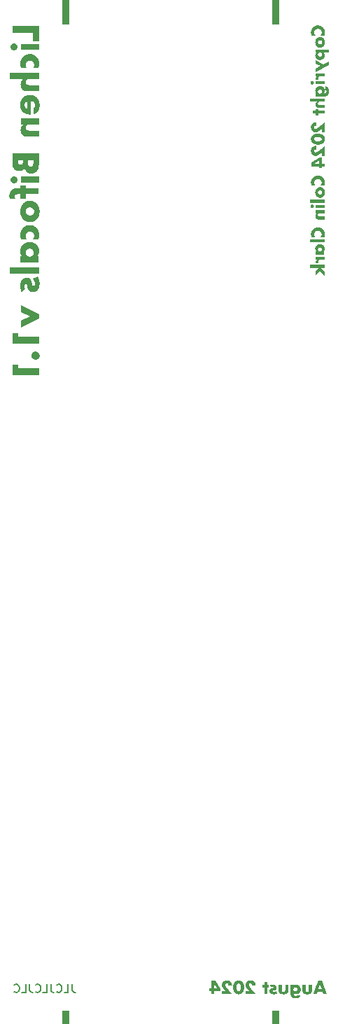
<source format=gbo>
G04 #@! TF.GenerationSoftware,KiCad,Pcbnew,7.0.8*
G04 #@! TF.CreationDate,2024-09-22T22:09:23-04:00*
G04 #@! TF.ProjectId,lichen-bifocals-panel,6c696368-656e-42d6-9269-666f63616c73,rev?*
G04 #@! TF.SameCoordinates,Original*
G04 #@! TF.FileFunction,Legend,Bot*
G04 #@! TF.FilePolarity,Positive*
%FSLAX46Y46*%
G04 Gerber Fmt 4.6, Leading zero omitted, Abs format (unit mm)*
G04 Created by KiCad (PCBNEW 7.0.8) date 2024-09-22 22:09:23*
%MOMM*%
%LPD*%
G01*
G04 APERTURE LIST*
G04 Aperture macros list*
%AMRoundRect*
0 Rectangle with rounded corners*
0 $1 Rounding radius*
0 $2 $3 $4 $5 $6 $7 $8 $9 X,Y pos of 4 corners*
0 Add a 4 corners polygon primitive as box body*
4,1,4,$2,$3,$4,$5,$6,$7,$8,$9,$2,$3,0*
0 Add four circle primitives for the rounded corners*
1,1,$1+$1,$2,$3*
1,1,$1+$1,$4,$5*
1,1,$1+$1,$6,$7*
1,1,$1+$1,$8,$9*
0 Add four rect primitives between the rounded corners*
20,1,$1+$1,$2,$3,$4,$5,0*
20,1,$1+$1,$4,$5,$6,$7,0*
20,1,$1+$1,$6,$7,$8,$9,0*
20,1,$1+$1,$8,$9,$2,$3,0*%
G04 Aperture macros list end*
%ADD10C,0.300000*%
%ADD11C,0.150000*%
%ADD12C,7.400000*%
%ADD13RoundRect,1.600000X0.400000X0.000000X-0.400000X0.000000X-0.400000X0.000000X0.400000X0.000000X0*%
%ADD14C,6.400000*%
%ADD15C,5.100000*%
%ADD16RoundRect,1.600000X-0.400000X0.000000X0.400000X0.000000X0.400000X0.000000X-0.400000X0.000000X0*%
%ADD17C,3.200000*%
G04 APERTURE END LIST*
D10*
G36*
X101041165Y-105570600D02*
G01*
X103526580Y-105570600D01*
X103526580Y-106573705D01*
X104230000Y-106573705D01*
X104230000Y-104768262D01*
X101041165Y-104768262D01*
X101041165Y-105570600D01*
G37*
G36*
X102072847Y-107658143D02*
G01*
X104230000Y-107658143D01*
X104230000Y-106907829D01*
X102072847Y-106907829D01*
X102072847Y-107658143D01*
G37*
G36*
X101228743Y-106860935D02*
G01*
X101196432Y-106862094D01*
X101164893Y-106865571D01*
X101134127Y-106871367D01*
X101104134Y-106879482D01*
X101074913Y-106889915D01*
X101065345Y-106893907D01*
X101037164Y-106907148D01*
X101010322Y-106922140D01*
X100984819Y-106938884D01*
X100960656Y-106957380D01*
X100937833Y-106977627D01*
X100930523Y-106984766D01*
X100909692Y-107007117D01*
X100890612Y-107030756D01*
X100873284Y-107055683D01*
X100857708Y-107081898D01*
X100843883Y-107109401D01*
X100839665Y-107118855D01*
X100828459Y-107148067D01*
X100819572Y-107178000D01*
X100813003Y-107208654D01*
X100808753Y-107240030D01*
X100806821Y-107272127D01*
X100806692Y-107282986D01*
X100807851Y-107315298D01*
X100811329Y-107346837D01*
X100817125Y-107377603D01*
X100825239Y-107407596D01*
X100835672Y-107436816D01*
X100839665Y-107446385D01*
X100852905Y-107474540D01*
X100867897Y-107501305D01*
X100884641Y-107526679D01*
X100903137Y-107550661D01*
X100923384Y-107573253D01*
X100930523Y-107580474D01*
X100952900Y-107601305D01*
X100976616Y-107620385D01*
X101001672Y-107637713D01*
X101028067Y-107653289D01*
X101055802Y-107667113D01*
X101065345Y-107671332D01*
X101094308Y-107682787D01*
X101124043Y-107691872D01*
X101154552Y-107698586D01*
X101185833Y-107702931D01*
X101217887Y-107704906D01*
X101228743Y-107705038D01*
X101260832Y-107703853D01*
X101292250Y-107700298D01*
X101322999Y-107694373D01*
X101353078Y-107686079D01*
X101382488Y-107675414D01*
X101392142Y-107671332D01*
X101420323Y-107658092D01*
X101447165Y-107643099D01*
X101472668Y-107626355D01*
X101496830Y-107607860D01*
X101519654Y-107587612D01*
X101526964Y-107580474D01*
X101547572Y-107558346D01*
X101566531Y-107534827D01*
X101583842Y-107509917D01*
X101599504Y-107483616D01*
X101613517Y-107455924D01*
X101617822Y-107446385D01*
X101629028Y-107417422D01*
X101637915Y-107387686D01*
X101644484Y-107357178D01*
X101648734Y-107325897D01*
X101650666Y-107293843D01*
X101650795Y-107282986D01*
X101649636Y-107250649D01*
X101646158Y-107219033D01*
X101640362Y-107188138D01*
X101632248Y-107157964D01*
X101621815Y-107128512D01*
X101617822Y-107118855D01*
X101604358Y-107090923D01*
X101589246Y-107064278D01*
X101572485Y-107038922D01*
X101554075Y-107014853D01*
X101534016Y-106992073D01*
X101526964Y-106984766D01*
X101504587Y-106963934D01*
X101480871Y-106944855D01*
X101455815Y-106927527D01*
X101429419Y-106911951D01*
X101401685Y-106898126D01*
X101392142Y-106893907D01*
X101362956Y-106882702D01*
X101333100Y-106873815D01*
X101302574Y-106867246D01*
X101271379Y-106862995D01*
X101239514Y-106861063D01*
X101228743Y-106860935D01*
G37*
G36*
X102768939Y-109853398D02*
G01*
X102752790Y-109828932D01*
X102730521Y-109792189D01*
X102710595Y-109755396D01*
X102693014Y-109718550D01*
X102677777Y-109681653D01*
X102664884Y-109644705D01*
X102654335Y-109607705D01*
X102646131Y-109570653D01*
X102640271Y-109533551D01*
X102636754Y-109496396D01*
X102635582Y-109459190D01*
X102636512Y-109425659D01*
X102639303Y-109392844D01*
X102643954Y-109360744D01*
X102650466Y-109329360D01*
X102658838Y-109298691D01*
X102669070Y-109268738D01*
X102673684Y-109256957D01*
X102686131Y-109228431D01*
X102700117Y-109201015D01*
X102715641Y-109174707D01*
X102732703Y-109149509D01*
X102751304Y-109125420D01*
X102771443Y-109102440D01*
X102779930Y-109093558D01*
X102802080Y-109072328D01*
X102825482Y-109052600D01*
X102850136Y-109034375D01*
X102876043Y-109017652D01*
X102903202Y-109002433D01*
X102931613Y-108988715D01*
X102943328Y-108983649D01*
X102973174Y-108972250D01*
X103004093Y-108962784D01*
X103036086Y-108955249D01*
X103069151Y-108949646D01*
X103103291Y-108945975D01*
X103138503Y-108944236D01*
X103152889Y-108944082D01*
X103187704Y-108945048D01*
X103221625Y-108947946D01*
X103254651Y-108952776D01*
X103286783Y-108959538D01*
X103318021Y-108968232D01*
X103348364Y-108978858D01*
X103360251Y-108983649D01*
X103388952Y-108996712D01*
X103416436Y-109011169D01*
X103442704Y-109027023D01*
X103467756Y-109044271D01*
X103491591Y-109062915D01*
X103514210Y-109082954D01*
X103522916Y-109091360D01*
X103543689Y-109113317D01*
X103562959Y-109136598D01*
X103580726Y-109161202D01*
X103596991Y-109187130D01*
X103611753Y-109214382D01*
X103625012Y-109242958D01*
X103629895Y-109254759D01*
X103640660Y-109285059D01*
X103649601Y-109315967D01*
X103656717Y-109347484D01*
X103662009Y-109379609D01*
X103665476Y-109412342D01*
X103667118Y-109445683D01*
X103667264Y-109459190D01*
X103665976Y-109498513D01*
X103662112Y-109537346D01*
X103655672Y-109575690D01*
X103646656Y-109613544D01*
X103635064Y-109650909D01*
X103620896Y-109687784D01*
X103604152Y-109724170D01*
X103584832Y-109760067D01*
X103562936Y-109795474D01*
X103538464Y-109830391D01*
X103520718Y-109853398D01*
X104157459Y-109853398D01*
X104171922Y-109818253D01*
X104185452Y-109783342D01*
X104198049Y-109748666D01*
X104209712Y-109714225D01*
X104220443Y-109680019D01*
X104230240Y-109646047D01*
X104239104Y-109612310D01*
X104247035Y-109578808D01*
X104254034Y-109545540D01*
X104260099Y-109512507D01*
X104265231Y-109479709D01*
X104269429Y-109447146D01*
X104272695Y-109414817D01*
X104275028Y-109382723D01*
X104276428Y-109350864D01*
X104276894Y-109319239D01*
X104276582Y-109289927D01*
X104274944Y-109246292D01*
X104271902Y-109203056D01*
X104267457Y-109160219D01*
X104261607Y-109117781D01*
X104254353Y-109075743D01*
X104245696Y-109034104D01*
X104235634Y-108992865D01*
X104224169Y-108952025D01*
X104211300Y-108911583D01*
X104197027Y-108871542D01*
X104181440Y-108832138D01*
X104164629Y-108793609D01*
X104146595Y-108755957D01*
X104127337Y-108719180D01*
X104106856Y-108683279D01*
X104085151Y-108648254D01*
X104062223Y-108614105D01*
X104038070Y-108580832D01*
X104012695Y-108548434D01*
X103986095Y-108516913D01*
X103967683Y-108496385D01*
X103939003Y-108466595D01*
X103909293Y-108437952D01*
X103878553Y-108410456D01*
X103846782Y-108384106D01*
X103813981Y-108358902D01*
X103780150Y-108334844D01*
X103745288Y-108311932D01*
X103709396Y-108290167D01*
X103672473Y-108269549D01*
X103634520Y-108250076D01*
X103608646Y-108237732D01*
X103569065Y-108220578D01*
X103528635Y-108205111D01*
X103487355Y-108191331D01*
X103445224Y-108179239D01*
X103416665Y-108172115D01*
X103387728Y-108165741D01*
X103358413Y-108160117D01*
X103328720Y-108155242D01*
X103298650Y-108151118D01*
X103268202Y-108147743D01*
X103237376Y-108145119D01*
X103206172Y-108143244D01*
X103174590Y-108142119D01*
X103142630Y-108141744D01*
X103110742Y-108142105D01*
X103079192Y-108143187D01*
X103047980Y-108144990D01*
X103017105Y-108147514D01*
X102986568Y-108150760D01*
X102956368Y-108154727D01*
X102926507Y-108159415D01*
X102896983Y-108164825D01*
X102867797Y-108170956D01*
X102838949Y-108177808D01*
X102810438Y-108185382D01*
X102782265Y-108193676D01*
X102740639Y-108207471D01*
X102699773Y-108222888D01*
X102672951Y-108234068D01*
X102633493Y-108251971D01*
X102595079Y-108271059D01*
X102557708Y-108291332D01*
X102521380Y-108312790D01*
X102486095Y-108335433D01*
X102451853Y-108359261D01*
X102418655Y-108384274D01*
X102386500Y-108410472D01*
X102355389Y-108437855D01*
X102325320Y-108466423D01*
X102305854Y-108486127D01*
X102277596Y-108516742D01*
X102250522Y-108548414D01*
X102224633Y-108581142D01*
X102199929Y-108614926D01*
X102176410Y-108649767D01*
X102154077Y-108685663D01*
X102132928Y-108722616D01*
X102112964Y-108760625D01*
X102094185Y-108799690D01*
X102076590Y-108839811D01*
X102065519Y-108867145D01*
X102055049Y-108894837D01*
X102045255Y-108922775D01*
X102036136Y-108950960D01*
X102027692Y-108979390D01*
X102019924Y-109008067D01*
X102012832Y-109036990D01*
X102006415Y-109066158D01*
X102000673Y-109095573D01*
X101995607Y-109125235D01*
X101991216Y-109155142D01*
X101987501Y-109185296D01*
X101984461Y-109215695D01*
X101982097Y-109246341D01*
X101980408Y-109277233D01*
X101979395Y-109308371D01*
X101979057Y-109339755D01*
X101979535Y-109374391D01*
X101980969Y-109408689D01*
X101983359Y-109442649D01*
X101986705Y-109476272D01*
X101991007Y-109509557D01*
X101996265Y-109542504D01*
X102002479Y-109575113D01*
X102009649Y-109607384D01*
X102017775Y-109639318D01*
X102026857Y-109670914D01*
X102036894Y-109702173D01*
X102047888Y-109733093D01*
X102059838Y-109763676D01*
X102072744Y-109793921D01*
X102086605Y-109823828D01*
X102101423Y-109853398D01*
X102768939Y-109853398D01*
G37*
G36*
X100712903Y-110398548D02*
G01*
X100712903Y-111148862D01*
X102347620Y-111148862D01*
X102324296Y-111168113D01*
X102301950Y-111187399D01*
X102270268Y-111216392D01*
X102240787Y-111245462D01*
X102213510Y-111274609D01*
X102188435Y-111303834D01*
X102165562Y-111333136D01*
X102144892Y-111362515D01*
X102126424Y-111391972D01*
X102110159Y-111421506D01*
X102096096Y-111451117D01*
X102091898Y-111461004D01*
X102080112Y-111491287D01*
X102069486Y-111522511D01*
X102060020Y-111554674D01*
X102051712Y-111587778D01*
X102044564Y-111621822D01*
X102038574Y-111656806D01*
X102033744Y-111692731D01*
X102030074Y-111729595D01*
X102027562Y-111767400D01*
X102026210Y-111806145D01*
X102025952Y-111832498D01*
X102026831Y-111882280D01*
X102029467Y-111930512D01*
X102033860Y-111977192D01*
X102040011Y-112022320D01*
X102047920Y-112065898D01*
X102057585Y-112107924D01*
X102069008Y-112148398D01*
X102082189Y-112187322D01*
X102097127Y-112224694D01*
X102113822Y-112260514D01*
X102132275Y-112294784D01*
X102152485Y-112327502D01*
X102174453Y-112358668D01*
X102198178Y-112388284D01*
X102223660Y-112416348D01*
X102250900Y-112442861D01*
X102279634Y-112467882D01*
X102309598Y-112491289D01*
X102340793Y-112513082D01*
X102373220Y-112533261D01*
X102406876Y-112551825D01*
X102441764Y-112568775D01*
X102477882Y-112584111D01*
X102515232Y-112597833D01*
X102553811Y-112609940D01*
X102593622Y-112620433D01*
X102634663Y-112629311D01*
X102676936Y-112636576D01*
X102720438Y-112642226D01*
X102765172Y-112646261D01*
X102811137Y-112648683D01*
X102858332Y-112649490D01*
X104230000Y-112649490D01*
X104230000Y-111899176D01*
X103143363Y-111899176D01*
X103113280Y-111898951D01*
X103074892Y-111897949D01*
X103038473Y-111896146D01*
X103004023Y-111893541D01*
X102971543Y-111890135D01*
X102941031Y-111885928D01*
X102905661Y-111879541D01*
X102879581Y-111873531D01*
X102849127Y-111864922D01*
X102820963Y-111854669D01*
X102790188Y-111840191D01*
X102762711Y-111823344D01*
X102738531Y-111804127D01*
X102724242Y-111790000D01*
X102703463Y-111764240D01*
X102685454Y-111737151D01*
X102670215Y-111708735D01*
X102657747Y-111678991D01*
X102648050Y-111647919D01*
X102641123Y-111615519D01*
X102636968Y-111581790D01*
X102635582Y-111546734D01*
X102636600Y-111511393D01*
X102639652Y-111477637D01*
X102644740Y-111445465D01*
X102651863Y-111414877D01*
X102661020Y-111385873D01*
X102672213Y-111358454D01*
X102690302Y-111324359D01*
X102712009Y-111293081D01*
X102737334Y-111264619D01*
X102751353Y-111251444D01*
X102781670Y-111227401D01*
X102806451Y-111211473D01*
X102832984Y-111197348D01*
X102861268Y-111185026D01*
X102891304Y-111174508D01*
X102923092Y-111165792D01*
X102956632Y-111158880D01*
X102991923Y-111153771D01*
X103028966Y-111150465D01*
X103067760Y-111148962D01*
X103081081Y-111148862D01*
X104230000Y-111148862D01*
X104230000Y-110398548D01*
X100712903Y-110398548D01*
G37*
G36*
X103194457Y-113092402D02*
G01*
X103226837Y-113093432D01*
X103258822Y-113095149D01*
X103290413Y-113097554D01*
X103321608Y-113100645D01*
X103352408Y-113104423D01*
X103382814Y-113108888D01*
X103412824Y-113114040D01*
X103442439Y-113119879D01*
X103471660Y-113126405D01*
X103500485Y-113133618D01*
X103528916Y-113141517D01*
X103556951Y-113150104D01*
X103598264Y-113164272D01*
X103638688Y-113179986D01*
X103665017Y-113191266D01*
X103703642Y-113209270D01*
X103741224Y-113228575D01*
X103777762Y-113249180D01*
X103813257Y-113271087D01*
X103847709Y-113294295D01*
X103881118Y-113318803D01*
X103913483Y-113344613D01*
X103944805Y-113371723D01*
X103975084Y-113400134D01*
X104004319Y-113429846D01*
X104023187Y-113450339D01*
X104050458Y-113482024D01*
X104076493Y-113514842D01*
X104101291Y-113548794D01*
X104124853Y-113583879D01*
X104147178Y-113620098D01*
X104168267Y-113657450D01*
X104188119Y-113695935D01*
X104206735Y-113735554D01*
X104218459Y-113762596D01*
X104229633Y-113790142D01*
X104240258Y-113818192D01*
X104250373Y-113846760D01*
X104259835Y-113875677D01*
X104268645Y-113904943D01*
X104276803Y-113934559D01*
X104284307Y-113964523D01*
X104291159Y-113994837D01*
X104297359Y-114025500D01*
X104302906Y-114056512D01*
X104307800Y-114087873D01*
X104312042Y-114119584D01*
X104315631Y-114151644D01*
X104318568Y-114184053D01*
X104320852Y-114216811D01*
X104322484Y-114249918D01*
X104323462Y-114283375D01*
X104323789Y-114317180D01*
X104323051Y-114372214D01*
X104320838Y-114425942D01*
X104317149Y-114478363D01*
X104311985Y-114529477D01*
X104305345Y-114579285D01*
X104297230Y-114627786D01*
X104287640Y-114674980D01*
X104276574Y-114720868D01*
X104264032Y-114765449D01*
X104250015Y-114808724D01*
X104234523Y-114850692D01*
X104217555Y-114891353D01*
X104199111Y-114930708D01*
X104179192Y-114968756D01*
X104157798Y-115005498D01*
X104134928Y-115040933D01*
X104110583Y-115075061D01*
X104084762Y-115107883D01*
X104057466Y-115139398D01*
X104028694Y-115169607D01*
X103998447Y-115198509D01*
X103966724Y-115226104D01*
X103933526Y-115252393D01*
X103898852Y-115277375D01*
X103862703Y-115301051D01*
X103825078Y-115323420D01*
X103785978Y-115344482D01*
X103745403Y-115364238D01*
X103703352Y-115382687D01*
X103659825Y-115399830D01*
X103614823Y-115415666D01*
X103568346Y-115430195D01*
X103568346Y-114687208D01*
X103580202Y-114679120D01*
X103613511Y-114653411D01*
X103643434Y-114625539D01*
X103669969Y-114595503D01*
X103693116Y-114563303D01*
X103712876Y-114528939D01*
X103729249Y-114492411D01*
X103742234Y-114453720D01*
X103751832Y-114412864D01*
X103758042Y-114369845D01*
X103760300Y-114339964D01*
X103761053Y-114309120D01*
X103759221Y-114252600D01*
X103753726Y-114199726D01*
X103744567Y-114150499D01*
X103731744Y-114104918D01*
X103715258Y-114062984D01*
X103695108Y-114024696D01*
X103671294Y-113990054D01*
X103643817Y-113959059D01*
X103612676Y-113931711D01*
X103577871Y-113908009D01*
X103539403Y-113887953D01*
X103497271Y-113871544D01*
X103451475Y-113858781D01*
X103402016Y-113849665D01*
X103348893Y-113844195D01*
X103292107Y-113842372D01*
X103292107Y-115460237D01*
X103210041Y-115460237D01*
X103174364Y-115459925D01*
X103139138Y-115458989D01*
X103104365Y-115457429D01*
X103070044Y-115455245D01*
X103036176Y-115452437D01*
X103002759Y-115449005D01*
X102969795Y-115444950D01*
X102937283Y-115440270D01*
X102905223Y-115434966D01*
X102873616Y-115429039D01*
X102842461Y-115422487D01*
X102811758Y-115415311D01*
X102781507Y-115407512D01*
X102751708Y-115399088D01*
X102722362Y-115390041D01*
X102693468Y-115380369D01*
X102664989Y-115370105D01*
X102637071Y-115359281D01*
X102609713Y-115347895D01*
X102582917Y-115335948D01*
X102543775Y-115316975D01*
X102505895Y-115296741D01*
X102469277Y-115275244D01*
X102433922Y-115252485D01*
X102399828Y-115228464D01*
X102366997Y-115203181D01*
X102335428Y-115176635D01*
X102305122Y-115148827D01*
X102285541Y-115129696D01*
X102257276Y-115100012D01*
X102230338Y-115069143D01*
X102204726Y-115037089D01*
X102180440Y-115003850D01*
X102157482Y-114969426D01*
X102135850Y-114933817D01*
X102115545Y-114897023D01*
X102096566Y-114859044D01*
X102078914Y-114819881D01*
X102062588Y-114779532D01*
X102052473Y-114752026D01*
X102043011Y-114724096D01*
X102034201Y-114695743D01*
X102026044Y-114666967D01*
X102018539Y-114637766D01*
X102011687Y-114608142D01*
X102005487Y-114578095D01*
X101999940Y-114547623D01*
X101995046Y-114516729D01*
X101990804Y-114485410D01*
X101987215Y-114453668D01*
X101984278Y-114421502D01*
X101981994Y-114388913D01*
X101980363Y-114355900D01*
X101979384Y-114322464D01*
X101979135Y-114296664D01*
X102494898Y-114296664D01*
X102495806Y-114328087D01*
X102498530Y-114358608D01*
X102503071Y-114388228D01*
X102509427Y-114416946D01*
X102520727Y-114453834D01*
X102535256Y-114489120D01*
X102553013Y-114522802D01*
X102573999Y-114554882D01*
X102598213Y-114585359D01*
X102611296Y-114599885D01*
X102639025Y-114627064D01*
X102668838Y-114651748D01*
X102700735Y-114673936D01*
X102726025Y-114688939D01*
X102752487Y-114702538D01*
X102780121Y-114714733D01*
X102808927Y-114725525D01*
X102838905Y-114734912D01*
X102870055Y-114742896D01*
X102870055Y-113863621D01*
X102858960Y-113865535D01*
X102826618Y-113872254D01*
X102795693Y-113880441D01*
X102766185Y-113890097D01*
X102738094Y-113901221D01*
X102711420Y-113913813D01*
X102678058Y-113932887D01*
X102647214Y-113954571D01*
X102618890Y-113978866D01*
X102593084Y-114005771D01*
X102570072Y-114035000D01*
X102550128Y-114066267D01*
X102533252Y-114099571D01*
X102519445Y-114134914D01*
X102508706Y-114172295D01*
X102502665Y-114201667D01*
X102498350Y-114232187D01*
X102495761Y-114263852D01*
X102494898Y-114296664D01*
X101979135Y-114296664D01*
X101979057Y-114288604D01*
X101979381Y-114254203D01*
X101980351Y-114220243D01*
X101981968Y-114186723D01*
X101984232Y-114153644D01*
X101987143Y-114121006D01*
X101990701Y-114088809D01*
X101994906Y-114057053D01*
X101999757Y-114025737D01*
X102005255Y-113994863D01*
X102011401Y-113964429D01*
X102018193Y-113934435D01*
X102025631Y-113904883D01*
X102033717Y-113875771D01*
X102042450Y-113847101D01*
X102051829Y-113818870D01*
X102061856Y-113791081D01*
X102072483Y-113763767D01*
X102089465Y-113723751D01*
X102107697Y-113684881D01*
X102127178Y-113647158D01*
X102147908Y-113610581D01*
X102169888Y-113575150D01*
X102193117Y-113540866D01*
X102217596Y-113507728D01*
X102243323Y-113475736D01*
X102270301Y-113444891D01*
X102298527Y-113415191D01*
X102317927Y-113396052D01*
X102347993Y-113368383D01*
X102379219Y-113341964D01*
X102411603Y-113316795D01*
X102445147Y-113292874D01*
X102479850Y-113270203D01*
X102515712Y-113248782D01*
X102552734Y-113228610D01*
X102590914Y-113209687D01*
X102630254Y-113192013D01*
X102670753Y-113175589D01*
X102698259Y-113165474D01*
X102726189Y-113156012D01*
X102754542Y-113147202D01*
X102783319Y-113139044D01*
X102812519Y-113131540D01*
X102842143Y-113124687D01*
X102872191Y-113118488D01*
X102902662Y-113112941D01*
X102933557Y-113108046D01*
X102964875Y-113103805D01*
X102996617Y-113100215D01*
X103028783Y-113097279D01*
X103061372Y-113094995D01*
X103094385Y-113093363D01*
X103127821Y-113092384D01*
X103161681Y-113092058D01*
X103194457Y-113092402D01*
G37*
G36*
X102072847Y-115902805D02*
G01*
X102072847Y-116653119D01*
X102346154Y-116653119D01*
X102322919Y-116672370D01*
X102300657Y-116691656D01*
X102269088Y-116720649D01*
X102239708Y-116749719D01*
X102212519Y-116778866D01*
X102187519Y-116808091D01*
X102164708Y-116837393D01*
X102144087Y-116866772D01*
X102125656Y-116896229D01*
X102109414Y-116925763D01*
X102095362Y-116955374D01*
X102091165Y-116965261D01*
X102079511Y-116995544D01*
X102069003Y-117026767D01*
X102059641Y-117058931D01*
X102051426Y-117092035D01*
X102044357Y-117126079D01*
X102038434Y-117161063D01*
X102033658Y-117196987D01*
X102030028Y-117233852D01*
X102027544Y-117271657D01*
X102026207Y-117310402D01*
X102025952Y-117336755D01*
X102026602Y-117378366D01*
X102028554Y-117418843D01*
X102031806Y-117458187D01*
X102036359Y-117496398D01*
X102042213Y-117533475D01*
X102049368Y-117569419D01*
X102057824Y-117604229D01*
X102067580Y-117637906D01*
X102078638Y-117670449D01*
X102090996Y-117701859D01*
X102099958Y-117722170D01*
X102114237Y-117751970D01*
X102129599Y-117780920D01*
X102146042Y-117809020D01*
X102163568Y-117836269D01*
X102182175Y-117862669D01*
X102201864Y-117888219D01*
X102222635Y-117912918D01*
X102244488Y-117936768D01*
X102267423Y-117959767D01*
X102291440Y-117981916D01*
X102308053Y-117996210D01*
X102335747Y-118018192D01*
X102364244Y-118038342D01*
X102393541Y-118056660D01*
X102423640Y-118073147D01*
X102454541Y-118087801D01*
X102486243Y-118100624D01*
X102518746Y-118111615D01*
X102552051Y-118120774D01*
X102586169Y-118128502D01*
X102621477Y-118135200D01*
X102657976Y-118140867D01*
X102695666Y-118145504D01*
X102734546Y-118149110D01*
X102764488Y-118151139D01*
X102795099Y-118152588D01*
X102826381Y-118153457D01*
X102858332Y-118153747D01*
X104230000Y-118153747D01*
X104230000Y-117403433D01*
X103141165Y-117403433D01*
X103111749Y-117403227D01*
X103074191Y-117402311D01*
X103038534Y-117400662D01*
X103004776Y-117398281D01*
X102972920Y-117395167D01*
X102942964Y-117391320D01*
X102908192Y-117385481D01*
X102882512Y-117379986D01*
X102852566Y-117372011D01*
X102824552Y-117362283D01*
X102793485Y-117348295D01*
X102765201Y-117331783D01*
X102739698Y-117312746D01*
X102724242Y-117298653D01*
X102703811Y-117275937D01*
X102686115Y-117252030D01*
X102669239Y-117223247D01*
X102655935Y-117192908D01*
X102653168Y-117185080D01*
X102643871Y-117153343D01*
X102637916Y-117124597D01*
X102633994Y-117094940D01*
X102632105Y-117064371D01*
X102631919Y-117050990D01*
X102632936Y-117015650D01*
X102635989Y-116981894D01*
X102641076Y-116949721D01*
X102648199Y-116919134D01*
X102657357Y-116890130D01*
X102668549Y-116862711D01*
X102686638Y-116828616D01*
X102708346Y-116797338D01*
X102733671Y-116768876D01*
X102747690Y-116755701D01*
X102778178Y-116731658D01*
X102803073Y-116715730D01*
X102829707Y-116701605D01*
X102858079Y-116689283D01*
X102888190Y-116678764D01*
X102920040Y-116670049D01*
X102953629Y-116663137D01*
X102988957Y-116658028D01*
X103026023Y-116654722D01*
X103064829Y-116653219D01*
X103078150Y-116653119D01*
X104230000Y-116653119D01*
X104230000Y-115902805D01*
X102072847Y-115902805D01*
G37*
G36*
X104230000Y-121500118D02*
G01*
X104229771Y-121531703D01*
X104229084Y-121562892D01*
X104227939Y-121593687D01*
X104226336Y-121624087D01*
X104224275Y-121654091D01*
X104221756Y-121683701D01*
X104218780Y-121712916D01*
X104213456Y-121755997D01*
X104207102Y-121798190D01*
X104199717Y-121839494D01*
X104191302Y-121879909D01*
X104181857Y-121919436D01*
X104171381Y-121958073D01*
X104163736Y-121983295D01*
X104151421Y-122020227D01*
X104138088Y-122056076D01*
X104123737Y-122090843D01*
X104108369Y-122124529D01*
X104091984Y-122157132D01*
X104074581Y-122188654D01*
X104056160Y-122219094D01*
X104036722Y-122248452D01*
X104016267Y-122276727D01*
X103994794Y-122303921D01*
X103979924Y-122321441D01*
X103956816Y-122346787D01*
X103932741Y-122371012D01*
X103907700Y-122394116D01*
X103881693Y-122416100D01*
X103854720Y-122436964D01*
X103826781Y-122456707D01*
X103797876Y-122475329D01*
X103768006Y-122492831D01*
X103737169Y-122509212D01*
X103705366Y-122524473D01*
X103683556Y-122533967D01*
X103650111Y-122547059D01*
X103615790Y-122558773D01*
X103580593Y-122569110D01*
X103544521Y-122578068D01*
X103507572Y-122585648D01*
X103469748Y-122591849D01*
X103431048Y-122596673D01*
X103391472Y-122600118D01*
X103351020Y-122602186D01*
X103309692Y-122602875D01*
X103274407Y-122602325D01*
X103239625Y-122600676D01*
X103205347Y-122597929D01*
X103171573Y-122594082D01*
X103138303Y-122589136D01*
X103105536Y-122583091D01*
X103073273Y-122575947D01*
X103041514Y-122567704D01*
X103010235Y-122558384D01*
X102979781Y-122547645D01*
X102950152Y-122535486D01*
X102921346Y-122521908D01*
X102893365Y-122506910D01*
X102866209Y-122490492D01*
X102839876Y-122472655D01*
X102814368Y-122453398D01*
X102789593Y-122432687D01*
X102765825Y-122410488D01*
X102743064Y-122386800D01*
X102721311Y-122361624D01*
X102700566Y-122334959D01*
X102680828Y-122306806D01*
X102662098Y-122277165D01*
X102644375Y-122246036D01*
X102631763Y-122221785D01*
X102615889Y-122187948D01*
X102601092Y-122152393D01*
X102590700Y-122124600D01*
X102580913Y-122095841D01*
X102571732Y-122066117D01*
X102563156Y-122035426D01*
X102555185Y-122003769D01*
X102547820Y-121971146D01*
X102541060Y-121937557D01*
X102527038Y-121958554D01*
X102505286Y-121988762D01*
X102482671Y-122017424D01*
X102459193Y-122044541D01*
X102434852Y-122070112D01*
X102409648Y-122094138D01*
X102383581Y-122116618D01*
X102356651Y-122137552D01*
X102328858Y-122156941D01*
X102300202Y-122174784D01*
X102270683Y-122191081D01*
X102260619Y-122196220D01*
X102229456Y-122210659D01*
X102196837Y-122223629D01*
X102162763Y-122235131D01*
X102127234Y-122245164D01*
X102090249Y-122253729D01*
X102051809Y-122260826D01*
X102011913Y-122266455D01*
X101970562Y-122270615D01*
X101927755Y-122273307D01*
X101898409Y-122274286D01*
X101868415Y-122274612D01*
X101819048Y-122273728D01*
X101771146Y-122271074D01*
X101724709Y-122266652D01*
X101679738Y-122260461D01*
X101636232Y-122252502D01*
X101594192Y-122242773D01*
X101553617Y-122231275D01*
X101514508Y-122218009D01*
X101476864Y-122202974D01*
X101440685Y-122186170D01*
X101405972Y-122167597D01*
X101372725Y-122147255D01*
X101340942Y-122125144D01*
X101310626Y-122101265D01*
X101281775Y-122075616D01*
X101254389Y-122048199D01*
X101228569Y-122019170D01*
X101204415Y-121988505D01*
X101181926Y-121956202D01*
X101161103Y-121922261D01*
X101141947Y-121886684D01*
X101124456Y-121849469D01*
X101108630Y-121810618D01*
X101094471Y-121770129D01*
X101081977Y-121728002D01*
X101071150Y-121684239D01*
X101061988Y-121638839D01*
X101054491Y-121591801D01*
X101048661Y-121543126D01*
X101044497Y-121492814D01*
X101041998Y-121440864D01*
X101041165Y-121387278D01*
X101041165Y-120966692D01*
X101697690Y-120966692D01*
X101697690Y-121124228D01*
X101698880Y-121172674D01*
X101702452Y-121217995D01*
X101708406Y-121260190D01*
X101716741Y-121299259D01*
X101727457Y-121335203D01*
X101740554Y-121368021D01*
X101756033Y-121397714D01*
X101773893Y-121424281D01*
X101794135Y-121447722D01*
X101816758Y-121468038D01*
X101841762Y-121485229D01*
X101869148Y-121499294D01*
X101898915Y-121510233D01*
X101931064Y-121518047D01*
X101965594Y-121522735D01*
X102002505Y-121524298D01*
X102039416Y-121522735D01*
X102073946Y-121518047D01*
X102106094Y-121510233D01*
X102135861Y-121499294D01*
X102163247Y-121485229D01*
X102188251Y-121468038D01*
X102210874Y-121447722D01*
X102231116Y-121424281D01*
X102248976Y-121397714D01*
X102264455Y-121368021D01*
X102277553Y-121335203D01*
X102288269Y-121299259D01*
X102296604Y-121260190D01*
X102302557Y-121217995D01*
X102306129Y-121172674D01*
X102307320Y-121124228D01*
X102307320Y-120966692D01*
X102916950Y-120966692D01*
X102916950Y-121155003D01*
X102917025Y-121175065D01*
X102917626Y-121214111D01*
X102918828Y-121251721D01*
X102920631Y-121287894D01*
X102923036Y-121322630D01*
X102926041Y-121355929D01*
X102929647Y-121387791D01*
X102933855Y-121418216D01*
X102938663Y-121447205D01*
X102947003Y-121487994D01*
X102956695Y-121525550D01*
X102967740Y-121559873D01*
X102980137Y-121590963D01*
X102993886Y-121618820D01*
X103003861Y-121635767D01*
X103025958Y-121666382D01*
X103050916Y-121692623D01*
X103078737Y-121714490D01*
X103109420Y-121731984D01*
X103142965Y-121745104D01*
X103179373Y-121753851D01*
X103208557Y-121757541D01*
X103239351Y-121758771D01*
X103249839Y-121758635D01*
X103280223Y-121756585D01*
X103318210Y-121750024D01*
X103353313Y-121739091D01*
X103385530Y-121723784D01*
X103414862Y-121704103D01*
X103441309Y-121680049D01*
X103464871Y-121651621D01*
X103485547Y-121618820D01*
X103490236Y-121609894D01*
X103503408Y-121580959D01*
X103515240Y-121548791D01*
X103525733Y-121513390D01*
X103534886Y-121474757D01*
X103542700Y-121432890D01*
X103547165Y-121403183D01*
X103551035Y-121372039D01*
X103554309Y-121339459D01*
X103556988Y-121305441D01*
X103559072Y-121269987D01*
X103560560Y-121233096D01*
X103561453Y-121194768D01*
X103561751Y-121155003D01*
X103561751Y-120966692D01*
X102916950Y-120966692D01*
X102307320Y-120966692D01*
X101697690Y-120966692D01*
X101041165Y-120966692D01*
X101041165Y-120164354D01*
X104230000Y-120164354D01*
X104230000Y-121500118D01*
G37*
G36*
X102072847Y-123725415D02*
G01*
X104230000Y-123725415D01*
X104230000Y-122975101D01*
X102072847Y-122975101D01*
X102072847Y-123725415D01*
G37*
G36*
X101228743Y-122928206D02*
G01*
X101196432Y-122929365D01*
X101164893Y-122932843D01*
X101134127Y-122938639D01*
X101104134Y-122946753D01*
X101074913Y-122957186D01*
X101065345Y-122961179D01*
X101037164Y-122974419D01*
X101010322Y-122989412D01*
X100984819Y-123006156D01*
X100960656Y-123024651D01*
X100937833Y-123044899D01*
X100930523Y-123052037D01*
X100909692Y-123074388D01*
X100890612Y-123098027D01*
X100873284Y-123122954D01*
X100857708Y-123149170D01*
X100843883Y-123176673D01*
X100839665Y-123186127D01*
X100828459Y-123215338D01*
X100819572Y-123245271D01*
X100813003Y-123275926D01*
X100808753Y-123307301D01*
X100806821Y-123339398D01*
X100806692Y-123350258D01*
X100807851Y-123382569D01*
X100811329Y-123414108D01*
X100817125Y-123444874D01*
X100825239Y-123474867D01*
X100835672Y-123504088D01*
X100839665Y-123513656D01*
X100852905Y-123541812D01*
X100867897Y-123568576D01*
X100884641Y-123593950D01*
X100903137Y-123617933D01*
X100923384Y-123640524D01*
X100930523Y-123647745D01*
X100952900Y-123668577D01*
X100976616Y-123687656D01*
X101001672Y-123704984D01*
X101028067Y-123720560D01*
X101055802Y-123734385D01*
X101065345Y-123738604D01*
X101094308Y-123750058D01*
X101124043Y-123759143D01*
X101154552Y-123765858D01*
X101185833Y-123770203D01*
X101217887Y-123772178D01*
X101228743Y-123772309D01*
X101260832Y-123771124D01*
X101292250Y-123767570D01*
X101322999Y-123761645D01*
X101353078Y-123753350D01*
X101382488Y-123742685D01*
X101392142Y-123738604D01*
X101420323Y-123725363D01*
X101447165Y-123710371D01*
X101472668Y-123693627D01*
X101496830Y-123675131D01*
X101519654Y-123654884D01*
X101526964Y-123647745D01*
X101547572Y-123625618D01*
X101566531Y-123602099D01*
X101583842Y-123577189D01*
X101599504Y-123550888D01*
X101613517Y-123523196D01*
X101617822Y-123513656D01*
X101629028Y-123484693D01*
X101637915Y-123454958D01*
X101644484Y-123424449D01*
X101648734Y-123393168D01*
X101650666Y-123361114D01*
X101650795Y-123350258D01*
X101649636Y-123317920D01*
X101646158Y-123286304D01*
X101640362Y-123255409D01*
X101632248Y-123225236D01*
X101621815Y-123195784D01*
X101617822Y-123186127D01*
X101604358Y-123158194D01*
X101589246Y-123131550D01*
X101572485Y-123106193D01*
X101554075Y-123082125D01*
X101534016Y-123059344D01*
X101526964Y-123052037D01*
X101504587Y-123031206D01*
X101480871Y-123012126D01*
X101455815Y-122994798D01*
X101429419Y-122979222D01*
X101401685Y-122965398D01*
X101392142Y-122961179D01*
X101362956Y-122949973D01*
X101333100Y-122941086D01*
X101302574Y-122934517D01*
X101271379Y-122930267D01*
X101239514Y-122928335D01*
X101228743Y-122928206D01*
G37*
G36*
X102682477Y-125100013D02*
G01*
X104206552Y-125100013D01*
X104206552Y-124349699D01*
X102682477Y-124349699D01*
X102682477Y-124068332D01*
X102025952Y-124068332D01*
X102025952Y-124349699D01*
X101704284Y-124349699D01*
X101671191Y-124349894D01*
X101638957Y-124350478D01*
X101607581Y-124351451D01*
X101577064Y-124352814D01*
X101547406Y-124354565D01*
X101504528Y-124357923D01*
X101463583Y-124362156D01*
X101424569Y-124367265D01*
X101387488Y-124373250D01*
X101352338Y-124380111D01*
X101319121Y-124387847D01*
X101287835Y-124396460D01*
X101277836Y-124399525D01*
X101244612Y-124410390D01*
X101211982Y-124422835D01*
X101179948Y-124436860D01*
X101148510Y-124452465D01*
X101117666Y-124469649D01*
X101087418Y-124488414D01*
X101057766Y-124508759D01*
X101028709Y-124530683D01*
X101000441Y-124553867D01*
X100973159Y-124577990D01*
X100946860Y-124603052D01*
X100921547Y-124629052D01*
X100897218Y-124655991D01*
X100873874Y-124683869D01*
X100851514Y-124712686D01*
X100830139Y-124742442D01*
X100809840Y-124773125D01*
X100790709Y-124804357D01*
X100772746Y-124836140D01*
X100755950Y-124868471D01*
X100740323Y-124901352D01*
X100725863Y-124934783D01*
X100712570Y-124968763D01*
X100700446Y-125003293D01*
X100689627Y-125038212D01*
X100680250Y-125072994D01*
X100672316Y-125107638D01*
X100665825Y-125142145D01*
X100660776Y-125176515D01*
X100657169Y-125210747D01*
X100655005Y-125244842D01*
X100654284Y-125278799D01*
X100655031Y-125313730D01*
X100657272Y-125347630D01*
X100661008Y-125380500D01*
X100666237Y-125412339D01*
X100672960Y-125443148D01*
X100675533Y-125453189D01*
X100683845Y-125483242D01*
X100693394Y-125513501D01*
X100704178Y-125543967D01*
X100716200Y-125574638D01*
X100729458Y-125605516D01*
X100734152Y-125615854D01*
X101397271Y-125615854D01*
X101383927Y-125588738D01*
X101370053Y-125558013D01*
X101358001Y-125528270D01*
X101347773Y-125499509D01*
X101341584Y-125479567D01*
X101333249Y-125447693D01*
X101327295Y-125415087D01*
X101324040Y-125385955D01*
X101322607Y-125356262D01*
X101322533Y-125347676D01*
X101324264Y-125316687D01*
X101329459Y-125285179D01*
X101337187Y-125256085D01*
X101349352Y-125227734D01*
X101365439Y-125203076D01*
X101386395Y-125179228D01*
X101397271Y-125168890D01*
X101422825Y-125150343D01*
X101449242Y-125136744D01*
X101479445Y-125125599D01*
X101508348Y-125118000D01*
X101529162Y-125113935D01*
X101563174Y-125109204D01*
X101594784Y-125106009D01*
X101629363Y-125103494D01*
X101659164Y-125101971D01*
X101690866Y-125100884D01*
X101724469Y-125100231D01*
X101759972Y-125100013D01*
X102025952Y-125100013D01*
X102025952Y-125615854D01*
X102682477Y-125615854D01*
X102682477Y-125100013D01*
G37*
G36*
X103165703Y-125888804D02*
G01*
X103198650Y-125889929D01*
X103231213Y-125891804D01*
X103263393Y-125894429D01*
X103295190Y-125897803D01*
X103326602Y-125901928D01*
X103357632Y-125906802D01*
X103388278Y-125912426D01*
X103418540Y-125918800D01*
X103448419Y-125925924D01*
X103477914Y-125933798D01*
X103507025Y-125942422D01*
X103535754Y-125951796D01*
X103564098Y-125961920D01*
X103592059Y-125972793D01*
X103619637Y-125984417D01*
X103633225Y-125990533D01*
X103660050Y-126003196D01*
X103686405Y-126016431D01*
X103725058Y-126037356D01*
X103762655Y-126059570D01*
X103799195Y-126083072D01*
X103834680Y-126107862D01*
X103869108Y-126133939D01*
X103902480Y-126161305D01*
X103934796Y-126189959D01*
X103966056Y-126219900D01*
X103996259Y-126251130D01*
X104015668Y-126272631D01*
X104043718Y-126305827D01*
X104070494Y-126340157D01*
X104095994Y-126375619D01*
X104120219Y-126412216D01*
X104135661Y-126437243D01*
X104150536Y-126462774D01*
X104164844Y-126488809D01*
X104178585Y-126515347D01*
X104191760Y-126542390D01*
X104204368Y-126569936D01*
X104216410Y-126597985D01*
X104227884Y-126626539D01*
X104238792Y-126655596D01*
X104249085Y-126685160D01*
X104258713Y-126715050D01*
X104267678Y-126745267D01*
X104275978Y-126775809D01*
X104283615Y-126806678D01*
X104290587Y-126837874D01*
X104296895Y-126869395D01*
X104302540Y-126901243D01*
X104307520Y-126933418D01*
X104311836Y-126965918D01*
X104315488Y-126998745D01*
X104318476Y-127031898D01*
X104320801Y-127065377D01*
X104322461Y-127099183D01*
X104323457Y-127133315D01*
X104323789Y-127167773D01*
X104323457Y-127202787D01*
X104322461Y-127237486D01*
X104320801Y-127271870D01*
X104318476Y-127305939D01*
X104315488Y-127339693D01*
X104311836Y-127373132D01*
X104307520Y-127406257D01*
X104302540Y-127439066D01*
X104296895Y-127471561D01*
X104290587Y-127503741D01*
X104283615Y-127535606D01*
X104275978Y-127567156D01*
X104267678Y-127598392D01*
X104258713Y-127629312D01*
X104249085Y-127659918D01*
X104238792Y-127690209D01*
X104233411Y-127705208D01*
X104222237Y-127734797D01*
X104210514Y-127763843D01*
X104198240Y-127792345D01*
X104185418Y-127820303D01*
X104172045Y-127847718D01*
X104158123Y-127874588D01*
X104143652Y-127900915D01*
X104128631Y-127926698D01*
X104113061Y-127951937D01*
X104096941Y-127976632D01*
X104080271Y-128000783D01*
X104054236Y-128035991D01*
X104026965Y-128069975D01*
X103998457Y-128102735D01*
X103968679Y-128134377D01*
X103937870Y-128164731D01*
X103906030Y-128193797D01*
X103873161Y-128221574D01*
X103839261Y-128248064D01*
X103804330Y-128273266D01*
X103768369Y-128297180D01*
X103731378Y-128319806D01*
X103693356Y-128341144D01*
X103654304Y-128361194D01*
X103627697Y-128373845D01*
X103600686Y-128385823D01*
X103573326Y-128397029D01*
X103545617Y-128407461D01*
X103517558Y-128417121D01*
X103489151Y-128426009D01*
X103460394Y-128434123D01*
X103431288Y-128441465D01*
X103401833Y-128448033D01*
X103372029Y-128453829D01*
X103341875Y-128458853D01*
X103311373Y-128463103D01*
X103280521Y-128466581D01*
X103249320Y-128469285D01*
X103217769Y-128471217D01*
X103185870Y-128472377D01*
X103153621Y-128472763D01*
X103121284Y-128472385D01*
X103089301Y-128471252D01*
X103057674Y-128469363D01*
X103026401Y-128466718D01*
X102995484Y-128463318D01*
X102964921Y-128459162D01*
X102934713Y-128454250D01*
X102904860Y-128448583D01*
X102875362Y-128442160D01*
X102846219Y-128434982D01*
X102817431Y-128427048D01*
X102788997Y-128418358D01*
X102760919Y-128408913D01*
X102733195Y-128398712D01*
X102705827Y-128387755D01*
X102678813Y-128376043D01*
X102652209Y-128363649D01*
X102613172Y-128343921D01*
X102575178Y-128322828D01*
X102538227Y-128300370D01*
X102502320Y-128276546D01*
X102467456Y-128251357D01*
X102433635Y-128224803D01*
X102400858Y-128196883D01*
X102369124Y-128167599D01*
X102338433Y-128136949D01*
X102308785Y-128104933D01*
X102289548Y-128082980D01*
X102261712Y-128049127D01*
X102235100Y-128014166D01*
X102218039Y-127990244D01*
X102201521Y-127965829D01*
X102185547Y-127940922D01*
X102170116Y-127915523D01*
X102155230Y-127889631D01*
X102140887Y-127863247D01*
X102127089Y-127836371D01*
X102113834Y-127809002D01*
X102101123Y-127781142D01*
X102088955Y-127752788D01*
X102077332Y-127723943D01*
X102066252Y-127694605D01*
X102055693Y-127664861D01*
X102045816Y-127634796D01*
X102036620Y-127604411D01*
X102028104Y-127573705D01*
X102020271Y-127542679D01*
X102013118Y-127511331D01*
X102006646Y-127479664D01*
X102000856Y-127447676D01*
X101995747Y-127415367D01*
X101991319Y-127382738D01*
X101987573Y-127349788D01*
X101984507Y-127316517D01*
X101982123Y-127282926D01*
X101980420Y-127249015D01*
X101979398Y-127214783D01*
X101979057Y-127180230D01*
X102647306Y-127180230D01*
X102647458Y-127192824D01*
X102649164Y-127223907D01*
X102652767Y-127254419D01*
X102658266Y-127284357D01*
X102665661Y-127313724D01*
X102674953Y-127342518D01*
X102686140Y-127370739D01*
X102698799Y-127398277D01*
X102712959Y-127424563D01*
X102728623Y-127449597D01*
X102749403Y-127477984D01*
X102772346Y-127504569D01*
X102793119Y-127525345D01*
X102801820Y-127533396D01*
X102824374Y-127552648D01*
X102848073Y-127570648D01*
X102872918Y-127587396D01*
X102898907Y-127602891D01*
X102926040Y-127617134D01*
X102954319Y-127630125D01*
X102965900Y-127635005D01*
X102995202Y-127645828D01*
X103025005Y-127654683D01*
X103055308Y-127661570D01*
X103086113Y-127666490D01*
X103117418Y-127669441D01*
X103149225Y-127670425D01*
X103162543Y-127670268D01*
X103195362Y-127668497D01*
X103227501Y-127664758D01*
X103258960Y-127659051D01*
X103289740Y-127651377D01*
X103319840Y-127641735D01*
X103349260Y-127630125D01*
X103360709Y-127625079D01*
X103388529Y-127611587D01*
X103415205Y-127596843D01*
X103440736Y-127580847D01*
X103465122Y-127563599D01*
X103488364Y-127545098D01*
X103510460Y-127525345D01*
X103514735Y-127521290D01*
X103535207Y-127500263D01*
X103557790Y-127473378D01*
X103574956Y-127449597D01*
X103590619Y-127424563D01*
X103604780Y-127398277D01*
X103617438Y-127370739D01*
X103622052Y-127359519D01*
X103632285Y-127331069D01*
X103640657Y-127302046D01*
X103647168Y-127272451D01*
X103651819Y-127242283D01*
X103654610Y-127211542D01*
X103655540Y-127180230D01*
X103655391Y-127167722D01*
X103653717Y-127136803D01*
X103650182Y-127106384D01*
X103644787Y-127076467D01*
X103637531Y-127047051D01*
X103628415Y-127018135D01*
X103617438Y-126989720D01*
X103612555Y-126978552D01*
X103599296Y-126951483D01*
X103584534Y-126925630D01*
X103568270Y-126900993D01*
X103550503Y-126877573D01*
X103531233Y-126855369D01*
X103510460Y-126834382D01*
X103501759Y-126826419D01*
X103479205Y-126807364D01*
X103455505Y-126789525D01*
X103430661Y-126772903D01*
X103404672Y-126757497D01*
X103377539Y-126743307D01*
X103349260Y-126730334D01*
X103337556Y-126725543D01*
X103307671Y-126714917D01*
X103276891Y-126706223D01*
X103245217Y-126699461D01*
X103212649Y-126694631D01*
X103179186Y-126691733D01*
X103144829Y-126690767D01*
X103132054Y-126690922D01*
X103100545Y-126692660D01*
X103069644Y-126696331D01*
X103039351Y-126701934D01*
X103009666Y-126709469D01*
X102980589Y-126718936D01*
X102952121Y-126730334D01*
X102940938Y-126735378D01*
X102913708Y-126748837D01*
X102887515Y-126763513D01*
X102862360Y-126779406D01*
X102838242Y-126796515D01*
X102815162Y-126814840D01*
X102793119Y-126834382D01*
X102784629Y-126842631D01*
X102764458Y-126864105D01*
X102745789Y-126886795D01*
X102728623Y-126910702D01*
X102712959Y-126935825D01*
X102698799Y-126962164D01*
X102686140Y-126989720D01*
X102681438Y-127001026D01*
X102671009Y-127029641D01*
X102662476Y-127058757D01*
X102655839Y-127088374D01*
X102651098Y-127118492D01*
X102648254Y-127149110D01*
X102647306Y-127180230D01*
X101979057Y-127180230D01*
X101979407Y-127145231D01*
X101980454Y-127110575D01*
X101982200Y-127076262D01*
X101984644Y-127042294D01*
X101987787Y-127008668D01*
X101991628Y-126975386D01*
X101996168Y-126942448D01*
X102001406Y-126909853D01*
X102007342Y-126877601D01*
X102013977Y-126845693D01*
X102021310Y-126814129D01*
X102029341Y-126782908D01*
X102038071Y-126752030D01*
X102047499Y-126721496D01*
X102057625Y-126691305D01*
X102068450Y-126661458D01*
X102074057Y-126646729D01*
X102085667Y-126617649D01*
X102097802Y-126589072D01*
X102110465Y-126561000D01*
X102123654Y-126533431D01*
X102137370Y-126506366D01*
X102151612Y-126479804D01*
X102166381Y-126453747D01*
X102181677Y-126428193D01*
X102197499Y-126403143D01*
X102213848Y-126378596D01*
X102230724Y-126354553D01*
X102257025Y-126319434D01*
X102284511Y-126285448D01*
X102313182Y-126252595D01*
X102332814Y-126231455D01*
X102363067Y-126200839D01*
X102394286Y-126171537D01*
X102426470Y-126143549D01*
X102459621Y-126116875D01*
X102493738Y-126091514D01*
X102528821Y-126067467D01*
X102564870Y-126044734D01*
X102601885Y-126023314D01*
X102639866Y-126003209D01*
X102678813Y-125984417D01*
X102691989Y-125978511D01*
X102731902Y-125961920D01*
X102772394Y-125947015D01*
X102813466Y-125933798D01*
X102855118Y-125922269D01*
X102897349Y-125912426D01*
X102940160Y-125904271D01*
X102983551Y-125897803D01*
X103012800Y-125894429D01*
X103042307Y-125891804D01*
X103072071Y-125889929D01*
X103102093Y-125888804D01*
X103132372Y-125888429D01*
X103165703Y-125888804D01*
G37*
G36*
X102768939Y-130539790D02*
G01*
X102752790Y-130515324D01*
X102730521Y-130478582D01*
X102710595Y-130441788D01*
X102693014Y-130404942D01*
X102677777Y-130368045D01*
X102664884Y-130331097D01*
X102654335Y-130294097D01*
X102646131Y-130257046D01*
X102640271Y-130219943D01*
X102636754Y-130182788D01*
X102635582Y-130145582D01*
X102636512Y-130112051D01*
X102639303Y-130079236D01*
X102643954Y-130047136D01*
X102650466Y-130015752D01*
X102658838Y-129985083D01*
X102669070Y-129955130D01*
X102673684Y-129943349D01*
X102686131Y-129914824D01*
X102700117Y-129887407D01*
X102715641Y-129861100D01*
X102732703Y-129835901D01*
X102751304Y-129811812D01*
X102771443Y-129788832D01*
X102779930Y-129779951D01*
X102802080Y-129758720D01*
X102825482Y-129738992D01*
X102850136Y-129720767D01*
X102876043Y-129704045D01*
X102903202Y-129688825D01*
X102931613Y-129675108D01*
X102943328Y-129670041D01*
X102973174Y-129658643D01*
X103004093Y-129649176D01*
X103036086Y-129641641D01*
X103069151Y-129636038D01*
X103103291Y-129632367D01*
X103138503Y-129630629D01*
X103152889Y-129630474D01*
X103187704Y-129631440D01*
X103221625Y-129634338D01*
X103254651Y-129639168D01*
X103286783Y-129645930D01*
X103318021Y-129654624D01*
X103348364Y-129665250D01*
X103360251Y-129670041D01*
X103388952Y-129683104D01*
X103416436Y-129697562D01*
X103442704Y-129713415D01*
X103467756Y-129730663D01*
X103491591Y-129749307D01*
X103514210Y-129769346D01*
X103522916Y-129777752D01*
X103543689Y-129799709D01*
X103562959Y-129822990D01*
X103580726Y-129847594D01*
X103596991Y-129873522D01*
X103611753Y-129900774D01*
X103625012Y-129929350D01*
X103629895Y-129941151D01*
X103640660Y-129971451D01*
X103649601Y-130002360D01*
X103656717Y-130033876D01*
X103662009Y-130066001D01*
X103665476Y-130098734D01*
X103667118Y-130132075D01*
X103667264Y-130145582D01*
X103665976Y-130184905D01*
X103662112Y-130223738D01*
X103655672Y-130262082D01*
X103646656Y-130299936D01*
X103635064Y-130337301D01*
X103620896Y-130374176D01*
X103604152Y-130410562D01*
X103584832Y-130446459D01*
X103562936Y-130481866D01*
X103538464Y-130516784D01*
X103520718Y-130539790D01*
X104157459Y-130539790D01*
X104171922Y-130504645D01*
X104185452Y-130469734D01*
X104198049Y-130435059D01*
X104209712Y-130400618D01*
X104220443Y-130366411D01*
X104230240Y-130332439D01*
X104239104Y-130298702D01*
X104247035Y-130265200D01*
X104254034Y-130231933D01*
X104260099Y-130198900D01*
X104265231Y-130166101D01*
X104269429Y-130133538D01*
X104272695Y-130101209D01*
X104275028Y-130069115D01*
X104276428Y-130037256D01*
X104276894Y-130005631D01*
X104276582Y-129976319D01*
X104274944Y-129932684D01*
X104271902Y-129889448D01*
X104267457Y-129846611D01*
X104261607Y-129804174D01*
X104254353Y-129762135D01*
X104245696Y-129720497D01*
X104235634Y-129679257D01*
X104224169Y-129638417D01*
X104211300Y-129597976D01*
X104197027Y-129557934D01*
X104181440Y-129518530D01*
X104164629Y-129480001D01*
X104146595Y-129442349D01*
X104127337Y-129405572D01*
X104106856Y-129369671D01*
X104085151Y-129334646D01*
X104062223Y-129300497D01*
X104038070Y-129267224D01*
X104012695Y-129234826D01*
X103986095Y-129203305D01*
X103967683Y-129182777D01*
X103939003Y-129152988D01*
X103909293Y-129124345D01*
X103878553Y-129096848D01*
X103846782Y-129070498D01*
X103813981Y-129045294D01*
X103780150Y-129021236D01*
X103745288Y-128998325D01*
X103709396Y-128976560D01*
X103672473Y-128955941D01*
X103634520Y-128936468D01*
X103608646Y-128924124D01*
X103569065Y-128906970D01*
X103528635Y-128891503D01*
X103487355Y-128877724D01*
X103445224Y-128865631D01*
X103416665Y-128858507D01*
X103387728Y-128852133D01*
X103358413Y-128846509D01*
X103328720Y-128841635D01*
X103298650Y-128837510D01*
X103268202Y-128834135D01*
X103237376Y-128831511D01*
X103206172Y-128829636D01*
X103174590Y-128828511D01*
X103142630Y-128828136D01*
X103110742Y-128828497D01*
X103079192Y-128829579D01*
X103047980Y-128831382D01*
X103017105Y-128833907D01*
X102986568Y-128837152D01*
X102956368Y-128841119D01*
X102926507Y-128845808D01*
X102896983Y-128851217D01*
X102867797Y-128857348D01*
X102838949Y-128864200D01*
X102810438Y-128871774D01*
X102782265Y-128880068D01*
X102740639Y-128893863D01*
X102699773Y-128909280D01*
X102672951Y-128920460D01*
X102633493Y-128938363D01*
X102595079Y-128957451D01*
X102557708Y-128977725D01*
X102521380Y-128999183D01*
X102486095Y-129021826D01*
X102451853Y-129045654D01*
X102418655Y-129070667D01*
X102386500Y-129096864D01*
X102355389Y-129124247D01*
X102325320Y-129152815D01*
X102305854Y-129172519D01*
X102277596Y-129203134D01*
X102250522Y-129234806D01*
X102224633Y-129267534D01*
X102199929Y-129301319D01*
X102176410Y-129336159D01*
X102154077Y-129372056D01*
X102132928Y-129409008D01*
X102112964Y-129447017D01*
X102094185Y-129486082D01*
X102076590Y-129526203D01*
X102065519Y-129553538D01*
X102055049Y-129581230D01*
X102045255Y-129609168D01*
X102036136Y-129637352D01*
X102027692Y-129665782D01*
X102019924Y-129694459D01*
X102012832Y-129723382D01*
X102006415Y-129752551D01*
X102000673Y-129781966D01*
X101995607Y-129811627D01*
X101991216Y-129841534D01*
X101987501Y-129871688D01*
X101984461Y-129902087D01*
X101982097Y-129932733D01*
X101980408Y-129963625D01*
X101979395Y-129994763D01*
X101979057Y-130026147D01*
X101979535Y-130060783D01*
X101980969Y-130095081D01*
X101983359Y-130129041D01*
X101986705Y-130162664D01*
X101991007Y-130195949D01*
X101996265Y-130228896D01*
X102002479Y-130261505D01*
X102009649Y-130293777D01*
X102017775Y-130325710D01*
X102026857Y-130357306D01*
X102036894Y-130388565D01*
X102047888Y-130419485D01*
X102059838Y-130450068D01*
X102072744Y-130480313D01*
X102086605Y-130510221D01*
X102101423Y-130539790D01*
X102768939Y-130539790D01*
G37*
G36*
X103131144Y-130885717D02*
G01*
X103162164Y-130886353D01*
X103192882Y-130887624D01*
X103223296Y-130889530D01*
X103253406Y-130892072D01*
X103283213Y-130895249D01*
X103312717Y-130899061D01*
X103341917Y-130903509D01*
X103370814Y-130908592D01*
X103413591Y-130917409D01*
X103455685Y-130927655D01*
X103497096Y-130939330D01*
X103537825Y-130952436D01*
X103577871Y-130966971D01*
X103604129Y-130977389D01*
X103642722Y-130993962D01*
X103680362Y-131011667D01*
X103717048Y-131030506D01*
X103752781Y-131050479D01*
X103787562Y-131071585D01*
X103821389Y-131093825D01*
X103854263Y-131117197D01*
X103886184Y-131141704D01*
X103917152Y-131167344D01*
X103947166Y-131194117D01*
X103966492Y-131212627D01*
X103994450Y-131241111D01*
X104021172Y-131270458D01*
X104046657Y-131300668D01*
X104070906Y-131331741D01*
X104093918Y-131363677D01*
X104115694Y-131396476D01*
X104136233Y-131430138D01*
X104155536Y-131464662D01*
X104173602Y-131500050D01*
X104190432Y-131536301D01*
X104200902Y-131560905D01*
X104215341Y-131598368D01*
X104228259Y-131636502D01*
X104239658Y-131675305D01*
X104249537Y-131714778D01*
X104257896Y-131754920D01*
X104264735Y-131795733D01*
X104270055Y-131837215D01*
X104273854Y-131879367D01*
X104276134Y-131922188D01*
X104276894Y-131965680D01*
X104275615Y-132016667D01*
X104271776Y-132066316D01*
X104265379Y-132114624D01*
X104256424Y-132161593D01*
X104244909Y-132207223D01*
X104230835Y-132251513D01*
X104214203Y-132294463D01*
X104195012Y-132336074D01*
X104173262Y-132376346D01*
X104148953Y-132415278D01*
X104122085Y-132452870D01*
X104092659Y-132489123D01*
X104060673Y-132524036D01*
X104026129Y-132557610D01*
X103989026Y-132589844D01*
X103949364Y-132620739D01*
X104183105Y-132620739D01*
X104183105Y-133371053D01*
X102025952Y-133371053D01*
X102025952Y-132620739D01*
X102247969Y-132620739D01*
X102213986Y-132587323D01*
X102182195Y-132552836D01*
X102152597Y-132517279D01*
X102125191Y-132480651D01*
X102099978Y-132442952D01*
X102076957Y-132404184D01*
X102056128Y-132364344D01*
X102037493Y-132323435D01*
X102021049Y-132281454D01*
X102006798Y-132238404D01*
X101994740Y-132194283D01*
X101988822Y-132167180D01*
X102635582Y-132167180D01*
X102635731Y-132179499D01*
X102637405Y-132209896D01*
X102640940Y-132239720D01*
X102646336Y-132268972D01*
X102653591Y-132297652D01*
X102662707Y-132325759D01*
X102673684Y-132353293D01*
X102680948Y-132369567D01*
X102694200Y-132395746D01*
X102711992Y-132425602D01*
X102731844Y-132453757D01*
X102753758Y-132480213D01*
X102777732Y-132504968D01*
X102799141Y-132524281D01*
X102826343Y-132545851D01*
X102855195Y-132565669D01*
X102880497Y-132580846D01*
X102906944Y-132594806D01*
X102934535Y-132607550D01*
X102945752Y-132612253D01*
X102974171Y-132622682D01*
X103003126Y-132631215D01*
X103032617Y-132637852D01*
X103062646Y-132642592D01*
X103093211Y-132645437D01*
X103124312Y-132646385D01*
X103136811Y-132646233D01*
X103167634Y-132644526D01*
X103197848Y-132640924D01*
X103227454Y-132635425D01*
X103256452Y-132628029D01*
X103284842Y-132618738D01*
X103312623Y-132607550D01*
X103328923Y-132600050D01*
X103355259Y-132586576D01*
X103385493Y-132568801D01*
X103414232Y-132549275D01*
X103441478Y-132527998D01*
X103467229Y-132504968D01*
X103479474Y-132492803D01*
X103502417Y-132467198D01*
X103523300Y-132439892D01*
X103542122Y-132410886D01*
X103558883Y-132380180D01*
X103571277Y-132353293D01*
X103575802Y-132342348D01*
X103585837Y-132314585D01*
X103594048Y-132286249D01*
X103600435Y-132257340D01*
X103604996Y-132227859D01*
X103607733Y-132197806D01*
X103608646Y-132167180D01*
X103608500Y-132154501D01*
X103606858Y-132123252D01*
X103603391Y-132092648D01*
X103598099Y-132062688D01*
X103590983Y-132033371D01*
X103582042Y-132004699D01*
X103571277Y-131976671D01*
X103564012Y-131960397D01*
X103550760Y-131934218D01*
X103532969Y-131904363D01*
X103513116Y-131876207D01*
X103491203Y-131849751D01*
X103467229Y-131824996D01*
X103445820Y-131805930D01*
X103418617Y-131784704D01*
X103389766Y-131765281D01*
X103364464Y-131750472D01*
X103338017Y-131736916D01*
X103310425Y-131724612D01*
X103299105Y-131720176D01*
X103270329Y-131710337D01*
X103240873Y-131702287D01*
X103210738Y-131696026D01*
X103179922Y-131691554D01*
X103148427Y-131688870D01*
X103116252Y-131687976D01*
X103085047Y-131688870D01*
X103054629Y-131691554D01*
X103024997Y-131696026D01*
X102996153Y-131702287D01*
X102962579Y-131712162D01*
X102930139Y-131724612D01*
X102919497Y-131729384D01*
X102888465Y-131744900D01*
X102858772Y-131762219D01*
X102830419Y-131781341D01*
X102803406Y-131802267D01*
X102777732Y-131824996D01*
X102765487Y-131837161D01*
X102742543Y-131862767D01*
X102721661Y-131890072D01*
X102702839Y-131919078D01*
X102686077Y-131949784D01*
X102673684Y-131976671D01*
X102669070Y-131987805D01*
X102658838Y-132016091D01*
X102650466Y-132045021D01*
X102643954Y-132074595D01*
X102639303Y-132104812D01*
X102636512Y-132135674D01*
X102635582Y-132167180D01*
X101988822Y-132167180D01*
X101984873Y-132149091D01*
X101977200Y-132102829D01*
X101971719Y-132055496D01*
X101968430Y-132007093D01*
X101967334Y-131957620D01*
X101967689Y-131928016D01*
X101969552Y-131884222D01*
X101973012Y-131841162D01*
X101978070Y-131798836D01*
X101984725Y-131757244D01*
X101992976Y-131716387D01*
X102002825Y-131676264D01*
X102014271Y-131636874D01*
X102027314Y-131598219D01*
X102041955Y-131560299D01*
X102058192Y-131523112D01*
X102069810Y-131498869D01*
X102088213Y-131463299D01*
X102107789Y-131428681D01*
X102128536Y-131395017D01*
X102150456Y-131362307D01*
X102173547Y-131330549D01*
X102197811Y-131299744D01*
X102223247Y-131269893D01*
X102249855Y-131240994D01*
X102277635Y-131213049D01*
X102306587Y-131186057D01*
X102326394Y-131168620D01*
X102356876Y-131143367D01*
X102388286Y-131119195D01*
X102420624Y-131096106D01*
X102453888Y-131074098D01*
X102488081Y-131053172D01*
X102523200Y-131033329D01*
X102559247Y-131014567D01*
X102596221Y-130996887D01*
X102634122Y-130980289D01*
X102672951Y-130964773D01*
X102699238Y-130955190D01*
X102739011Y-130941975D01*
X102779197Y-130930151D01*
X102819795Y-130919718D01*
X102860805Y-130910677D01*
X102902227Y-130903026D01*
X102944061Y-130896766D01*
X102986307Y-130891898D01*
X103028966Y-130888420D01*
X103072037Y-130886334D01*
X103115519Y-130885638D01*
X103131144Y-130885717D01*
G37*
G36*
X100712903Y-134672379D02*
G01*
X104230000Y-134672379D01*
X104230000Y-133922065D01*
X100712903Y-133922065D01*
X100712903Y-134672379D01*
G37*
G36*
X102605540Y-136611179D02*
G01*
X102592142Y-136584557D01*
X102579609Y-136557999D01*
X102562429Y-136518279D01*
X102547194Y-136478701D01*
X102533904Y-136439265D01*
X102522559Y-136399970D01*
X102513159Y-136360817D01*
X102505703Y-136321805D01*
X102500193Y-136282936D01*
X102496627Y-136244208D01*
X102495006Y-136205621D01*
X102494898Y-136192791D01*
X102495954Y-136160151D01*
X102499120Y-136129550D01*
X102505706Y-136095521D01*
X102515332Y-136064429D01*
X102527997Y-136036273D01*
X102538129Y-136019134D01*
X102558445Y-135993439D01*
X102581566Y-135974054D01*
X102611425Y-135959629D01*
X102640557Y-135953768D01*
X102653900Y-135953189D01*
X102685076Y-135955152D01*
X102713835Y-135962205D01*
X102716915Y-135963447D01*
X102741207Y-135981791D01*
X102758947Y-136005865D01*
X102761612Y-136010341D01*
X102775787Y-136039512D01*
X102786742Y-136069303D01*
X102795992Y-136100261D01*
X102800446Y-136117320D01*
X102808240Y-136150233D01*
X102815590Y-136181849D01*
X102822188Y-136210597D01*
X102829214Y-136241527D01*
X102836670Y-136274639D01*
X102842944Y-136302700D01*
X102851399Y-136342001D01*
X102860644Y-136380037D01*
X102870679Y-136416808D01*
X102881504Y-136452314D01*
X102893119Y-136486555D01*
X102905524Y-136519531D01*
X102918719Y-136551241D01*
X102932704Y-136581687D01*
X102947478Y-136610867D01*
X102963043Y-136638782D01*
X102979398Y-136665432D01*
X102996543Y-136690817D01*
X103014477Y-136714937D01*
X103033202Y-136737792D01*
X103062770Y-136769702D01*
X103073021Y-136779706D01*
X103104745Y-136807991D01*
X103138091Y-136833493D01*
X103173060Y-136856214D01*
X103209652Y-136876152D01*
X103247867Y-136893308D01*
X103287705Y-136907682D01*
X103329166Y-136919274D01*
X103372249Y-136928084D01*
X103401873Y-136932412D01*
X103432218Y-136935503D01*
X103463285Y-136937358D01*
X103495073Y-136937976D01*
X103531002Y-136937306D01*
X103566248Y-136935297D01*
X103600811Y-136931948D01*
X103634692Y-136927260D01*
X103667890Y-136921232D01*
X103700406Y-136913864D01*
X103732239Y-136905158D01*
X103763389Y-136895111D01*
X103793856Y-136883725D01*
X103823641Y-136871000D01*
X103843119Y-136861772D01*
X103871676Y-136846962D01*
X103899370Y-136831109D01*
X103926201Y-136814213D01*
X103952169Y-136796273D01*
X103977275Y-136777290D01*
X104001517Y-136757264D01*
X104024896Y-136736194D01*
X104047413Y-136714081D01*
X104069066Y-136690925D01*
X104089857Y-136666726D01*
X104103237Y-136650013D01*
X104122472Y-136624114D01*
X104140881Y-136597248D01*
X104158467Y-136569417D01*
X104175228Y-136540619D01*
X104191165Y-136510856D01*
X104206277Y-136480126D01*
X104220566Y-136448431D01*
X104234030Y-136415769D01*
X104246669Y-136382142D01*
X104258484Y-136347548D01*
X104265903Y-136323949D01*
X104276248Y-136288025D01*
X104285575Y-136251418D01*
X104293885Y-136214128D01*
X104301177Y-136176156D01*
X104307452Y-136137501D01*
X104312709Y-136098163D01*
X104316949Y-136058143D01*
X104320171Y-136017440D01*
X104322376Y-135976054D01*
X104323563Y-135933986D01*
X104323789Y-135905561D01*
X104322827Y-135850655D01*
X104319942Y-135795847D01*
X104315133Y-135741135D01*
X104308401Y-135686521D01*
X104299746Y-135632004D01*
X104289167Y-135577585D01*
X104276665Y-135523263D01*
X104262240Y-135469038D01*
X104245891Y-135414911D01*
X104227618Y-135360881D01*
X104207422Y-135306948D01*
X104185303Y-135253112D01*
X104173522Y-135226231D01*
X104161260Y-135199374D01*
X104148518Y-135172541D01*
X104135294Y-135145733D01*
X104121590Y-135118949D01*
X104107405Y-135092190D01*
X104092739Y-135065454D01*
X104077592Y-135038743D01*
X103534640Y-135315715D01*
X103562057Y-135356796D01*
X103587706Y-135397609D01*
X103611585Y-135438152D01*
X103633696Y-135478426D01*
X103654038Y-135518432D01*
X103672611Y-135558168D01*
X103689415Y-135597635D01*
X103704450Y-135636833D01*
X103717716Y-135675762D01*
X103729214Y-135714422D01*
X103738943Y-135752813D01*
X103746902Y-135790935D01*
X103753093Y-135828788D01*
X103757516Y-135866372D01*
X103760169Y-135903687D01*
X103761053Y-135940732D01*
X103759908Y-135973655D01*
X103756474Y-136004646D01*
X103750749Y-136033704D01*
X103740857Y-136066025D01*
X103727668Y-136095563D01*
X103714159Y-136118053D01*
X103695423Y-136141709D01*
X103671350Y-136163122D01*
X103644893Y-136177873D01*
X103616052Y-136185962D01*
X103593991Y-136187662D01*
X103563835Y-136186116D01*
X103534383Y-136180406D01*
X103523649Y-136176671D01*
X103496905Y-136160368D01*
X103476793Y-136138219D01*
X103472358Y-136131974D01*
X103456340Y-136104402D01*
X103444137Y-136076047D01*
X103433970Y-136046463D01*
X103429127Y-136030125D01*
X103420687Y-135998704D01*
X103413286Y-135968703D01*
X103405729Y-135935867D01*
X103399314Y-135906340D01*
X103392792Y-135874845D01*
X103388827Y-135855003D01*
X103379307Y-135810515D01*
X103369250Y-135767728D01*
X103358654Y-135726641D01*
X103347520Y-135687254D01*
X103335847Y-135649567D01*
X103323637Y-135613580D01*
X103310889Y-135579294D01*
X103297602Y-135546707D01*
X103283778Y-135515821D01*
X103269415Y-135486635D01*
X103254515Y-135459149D01*
X103239076Y-135433364D01*
X103214909Y-135397873D01*
X103189531Y-135366207D01*
X103171939Y-135347222D01*
X103144177Y-135321426D01*
X103114469Y-135298167D01*
X103082816Y-135277445D01*
X103049219Y-135259260D01*
X103013677Y-135243613D01*
X102976189Y-135230504D01*
X102936757Y-135219931D01*
X102895380Y-135211896D01*
X102852058Y-135206399D01*
X102822097Y-135204143D01*
X102791271Y-135203016D01*
X102775533Y-135202875D01*
X102741240Y-135203467D01*
X102707604Y-135205245D01*
X102674625Y-135208207D01*
X102642303Y-135212354D01*
X102610637Y-135217687D01*
X102579629Y-135224204D01*
X102549277Y-135231906D01*
X102519582Y-135240793D01*
X102490544Y-135250865D01*
X102462163Y-135262123D01*
X102443607Y-135270286D01*
X102416255Y-135283578D01*
X102389700Y-135297900D01*
X102363945Y-135313253D01*
X102338987Y-135329637D01*
X102314829Y-135347050D01*
X102291469Y-135365495D01*
X102268907Y-135384969D01*
X102247144Y-135405474D01*
X102226180Y-135427009D01*
X102206014Y-135449575D01*
X102193014Y-135465191D01*
X102174192Y-135489554D01*
X102156195Y-135514831D01*
X102139021Y-135541022D01*
X102122672Y-135568128D01*
X102107148Y-135596149D01*
X102092447Y-135625084D01*
X102078571Y-135654933D01*
X102065519Y-135685697D01*
X102053292Y-135717375D01*
X102041889Y-135749968D01*
X102034745Y-135772205D01*
X102024793Y-135806356D01*
X102015820Y-135841216D01*
X102007826Y-135876784D01*
X102000810Y-135913060D01*
X101994774Y-135950045D01*
X101989716Y-135987738D01*
X101985638Y-136026140D01*
X101982538Y-136065250D01*
X101980417Y-136105069D01*
X101979275Y-136145596D01*
X101979057Y-136173007D01*
X101979590Y-136217898D01*
X101981187Y-136262629D01*
X101983849Y-136307200D01*
X101987575Y-136351610D01*
X101992367Y-136395860D01*
X101998223Y-136439949D01*
X102005144Y-136483879D01*
X102013129Y-136527648D01*
X102022180Y-136571257D01*
X102032295Y-136614705D01*
X102043475Y-136657993D01*
X102055719Y-136701121D01*
X102069028Y-136744089D01*
X102083403Y-136786896D01*
X102098841Y-136829543D01*
X102115345Y-136872030D01*
X102605540Y-136611179D01*
G37*
G36*
X102049399Y-139342058D02*
G01*
X103167543Y-139854968D01*
X102049399Y-140375205D01*
X102049399Y-141223705D01*
X104230000Y-140102630D01*
X104230000Y-139594117D01*
X102049399Y-138485498D01*
X102049399Y-139342058D01*
G37*
G36*
X101744584Y-142348443D02*
G01*
X101744584Y-141879497D01*
X101041165Y-141879497D01*
X101041165Y-143150781D01*
X104230000Y-143150781D01*
X104230000Y-142348443D01*
X101744584Y-142348443D01*
G37*
G36*
X103832128Y-144127508D02*
G01*
X103800586Y-144128421D01*
X103769617Y-144131158D01*
X103739220Y-144135719D01*
X103709396Y-144142106D01*
X103680144Y-144150317D01*
X103651465Y-144160352D01*
X103640153Y-144164877D01*
X103612543Y-144177500D01*
X103586043Y-144191553D01*
X103560651Y-144207038D01*
X103536369Y-144223954D01*
X103513196Y-144242300D01*
X103491131Y-144262078D01*
X103482616Y-144270390D01*
X103462073Y-144292011D01*
X103443032Y-144314740D01*
X103425494Y-144338579D01*
X103409458Y-144363527D01*
X103394925Y-144389584D01*
X103381895Y-144416750D01*
X103377103Y-144427927D01*
X103366127Y-144456571D01*
X103357011Y-144485715D01*
X103349755Y-144515361D01*
X103344360Y-144545507D01*
X103340825Y-144576154D01*
X103339150Y-144607302D01*
X103339002Y-144619902D01*
X103339932Y-144651232D01*
X103342722Y-144682026D01*
X103347374Y-144712284D01*
X103353885Y-144742004D01*
X103362257Y-144771188D01*
X103372490Y-144799835D01*
X103377103Y-144811144D01*
X103389533Y-144838754D01*
X103403465Y-144865254D01*
X103418899Y-144890646D01*
X103435836Y-144914928D01*
X103454276Y-144938101D01*
X103474219Y-144960165D01*
X103482616Y-144968681D01*
X103504237Y-144989224D01*
X103526966Y-145008265D01*
X103550805Y-145025803D01*
X103575753Y-145041839D01*
X103601810Y-145056372D01*
X103628976Y-145069402D01*
X103640153Y-145074193D01*
X103668603Y-145085170D01*
X103697626Y-145094286D01*
X103727222Y-145101542D01*
X103757390Y-145106937D01*
X103788130Y-145110472D01*
X103819443Y-145112147D01*
X103832128Y-145112295D01*
X103863265Y-145111365D01*
X103893938Y-145108574D01*
X103924145Y-145103923D01*
X103953887Y-145097412D01*
X103983164Y-145089040D01*
X104011976Y-145078807D01*
X104023370Y-145074193D01*
X104050980Y-145061764D01*
X104077480Y-145047832D01*
X104102872Y-145032398D01*
X104127154Y-145015461D01*
X104150327Y-144997021D01*
X104172392Y-144977078D01*
X104180907Y-144968681D01*
X104201239Y-144947060D01*
X104220105Y-144924330D01*
X104237504Y-144900492D01*
X104253435Y-144875544D01*
X104267900Y-144849487D01*
X104280898Y-144822321D01*
X104285687Y-144811144D01*
X104296663Y-144782711D01*
X104305780Y-144753742D01*
X104313035Y-144724236D01*
X104318431Y-144694194D01*
X104321966Y-144663614D01*
X104323640Y-144632498D01*
X104323789Y-144619902D01*
X104322859Y-144588553D01*
X104320068Y-144557706D01*
X104315417Y-144527359D01*
X104308905Y-144497513D01*
X104300533Y-144468168D01*
X104290301Y-144439324D01*
X104285687Y-144427927D01*
X104273276Y-144400317D01*
X104259397Y-144373817D01*
X104244052Y-144348425D01*
X104227240Y-144324143D01*
X104208961Y-144300970D01*
X104189216Y-144278905D01*
X104180907Y-144270390D01*
X104159286Y-144250040D01*
X104136557Y-144231121D01*
X104112718Y-144213632D01*
X104087770Y-144197575D01*
X104061713Y-144182949D01*
X104034547Y-144169755D01*
X104023370Y-144164877D01*
X103994744Y-144154112D01*
X103965653Y-144145171D01*
X103936097Y-144138055D01*
X103906076Y-144132763D01*
X103875590Y-144129296D01*
X103844639Y-144127654D01*
X103832128Y-144127508D01*
G37*
G36*
X101744584Y-146155701D02*
G01*
X101744584Y-145686755D01*
X101041165Y-145686755D01*
X101041165Y-146958039D01*
X104230000Y-146958039D01*
X104230000Y-146155701D01*
X101744584Y-146155701D01*
G37*
D11*
X108257506Y-220669819D02*
X108257506Y-221384104D01*
X108257506Y-221384104D02*
X108305125Y-221526961D01*
X108305125Y-221526961D02*
X108400363Y-221622200D01*
X108400363Y-221622200D02*
X108543220Y-221669819D01*
X108543220Y-221669819D02*
X108638458Y-221669819D01*
X107305125Y-221669819D02*
X107781315Y-221669819D01*
X107781315Y-221669819D02*
X107781315Y-220669819D01*
X106400363Y-221574580D02*
X106447982Y-221622200D01*
X106447982Y-221622200D02*
X106590839Y-221669819D01*
X106590839Y-221669819D02*
X106686077Y-221669819D01*
X106686077Y-221669819D02*
X106828934Y-221622200D01*
X106828934Y-221622200D02*
X106924172Y-221526961D01*
X106924172Y-221526961D02*
X106971791Y-221431723D01*
X106971791Y-221431723D02*
X107019410Y-221241247D01*
X107019410Y-221241247D02*
X107019410Y-221098390D01*
X107019410Y-221098390D02*
X106971791Y-220907914D01*
X106971791Y-220907914D02*
X106924172Y-220812676D01*
X106924172Y-220812676D02*
X106828934Y-220717438D01*
X106828934Y-220717438D02*
X106686077Y-220669819D01*
X106686077Y-220669819D02*
X106590839Y-220669819D01*
X106590839Y-220669819D02*
X106447982Y-220717438D01*
X106447982Y-220717438D02*
X106400363Y-220765057D01*
X105686077Y-220669819D02*
X105686077Y-221384104D01*
X105686077Y-221384104D02*
X105733696Y-221526961D01*
X105733696Y-221526961D02*
X105828934Y-221622200D01*
X105828934Y-221622200D02*
X105971791Y-221669819D01*
X105971791Y-221669819D02*
X106067029Y-221669819D01*
X104733696Y-221669819D02*
X105209886Y-221669819D01*
X105209886Y-221669819D02*
X105209886Y-220669819D01*
X103828934Y-221574580D02*
X103876553Y-221622200D01*
X103876553Y-221622200D02*
X104019410Y-221669819D01*
X104019410Y-221669819D02*
X104114648Y-221669819D01*
X104114648Y-221669819D02*
X104257505Y-221622200D01*
X104257505Y-221622200D02*
X104352743Y-221526961D01*
X104352743Y-221526961D02*
X104400362Y-221431723D01*
X104400362Y-221431723D02*
X104447981Y-221241247D01*
X104447981Y-221241247D02*
X104447981Y-221098390D01*
X104447981Y-221098390D02*
X104400362Y-220907914D01*
X104400362Y-220907914D02*
X104352743Y-220812676D01*
X104352743Y-220812676D02*
X104257505Y-220717438D01*
X104257505Y-220717438D02*
X104114648Y-220669819D01*
X104114648Y-220669819D02*
X104019410Y-220669819D01*
X104019410Y-220669819D02*
X103876553Y-220717438D01*
X103876553Y-220717438D02*
X103828934Y-220765057D01*
X103114648Y-220669819D02*
X103114648Y-221384104D01*
X103114648Y-221384104D02*
X103162267Y-221526961D01*
X103162267Y-221526961D02*
X103257505Y-221622200D01*
X103257505Y-221622200D02*
X103400362Y-221669819D01*
X103400362Y-221669819D02*
X103495600Y-221669819D01*
X102162267Y-221669819D02*
X102638457Y-221669819D01*
X102638457Y-221669819D02*
X102638457Y-220669819D01*
X101257505Y-221574580D02*
X101305124Y-221622200D01*
X101305124Y-221622200D02*
X101447981Y-221669819D01*
X101447981Y-221669819D02*
X101543219Y-221669819D01*
X101543219Y-221669819D02*
X101686076Y-221622200D01*
X101686076Y-221622200D02*
X101781314Y-221526961D01*
X101781314Y-221526961D02*
X101828933Y-221431723D01*
X101828933Y-221431723D02*
X101876552Y-221241247D01*
X101876552Y-221241247D02*
X101876552Y-221098390D01*
X101876552Y-221098390D02*
X101828933Y-220907914D01*
X101828933Y-220907914D02*
X101781314Y-220812676D01*
X101781314Y-220812676D02*
X101686076Y-220717438D01*
X101686076Y-220717438D02*
X101543219Y-220669819D01*
X101543219Y-220669819D02*
X101447981Y-220669819D01*
X101447981Y-220669819D02*
X101305124Y-220717438D01*
X101305124Y-220717438D02*
X101257505Y-220765057D01*
D10*
G36*
X139085345Y-221835000D02*
G01*
X138646441Y-221835000D01*
X138551919Y-221553632D01*
X137963904Y-221553632D01*
X137869382Y-221835000D01*
X137430478Y-221835000D01*
X137652047Y-221248817D01*
X138073080Y-221248817D01*
X138442742Y-221248817D01*
X138257728Y-220715024D01*
X138073080Y-221248817D01*
X137652047Y-221248817D01*
X138033147Y-220240582D01*
X138482676Y-220240582D01*
X139085345Y-221835000D01*
G37*
G36*
X136898883Y-220756423D02*
G01*
X136898883Y-221374113D01*
X136898106Y-221398691D01*
X136895775Y-221421683D01*
X136891889Y-221443090D01*
X136886449Y-221462911D01*
X136879456Y-221481146D01*
X136870908Y-221497796D01*
X136860805Y-221512859D01*
X136849149Y-221526338D01*
X136835938Y-221538230D01*
X136821174Y-221548537D01*
X136804855Y-221557258D01*
X136786982Y-221564394D01*
X136767554Y-221569944D01*
X136746573Y-221573908D01*
X136724037Y-221576286D01*
X136699947Y-221577079D01*
X136675769Y-221576286D01*
X136653150Y-221573908D01*
X136632091Y-221569944D01*
X136612592Y-221564394D01*
X136594653Y-221557258D01*
X136578274Y-221548537D01*
X136563455Y-221538230D01*
X136550196Y-221526338D01*
X136538496Y-221512859D01*
X136528357Y-221497796D01*
X136519778Y-221481146D01*
X136512758Y-221462911D01*
X136507298Y-221443090D01*
X136503398Y-221421683D01*
X136501059Y-221398691D01*
X136500279Y-221374113D01*
X136500279Y-220756423D01*
X136125122Y-220756423D01*
X136125122Y-221441524D01*
X136125684Y-221468618D01*
X136127371Y-221494853D01*
X136130183Y-221520230D01*
X136134120Y-221544747D01*
X136139182Y-221568407D01*
X136145369Y-221591207D01*
X136152681Y-221613149D01*
X136161117Y-221634232D01*
X136170678Y-221654456D01*
X136181364Y-221673822D01*
X136193175Y-221692329D01*
X136206111Y-221709978D01*
X136220172Y-221726767D01*
X136235357Y-221742699D01*
X136251668Y-221757771D01*
X136269103Y-221771985D01*
X136287657Y-221785294D01*
X136307325Y-221797745D01*
X136328106Y-221809337D01*
X136350001Y-221820070D01*
X136373009Y-221829945D01*
X136397130Y-221838961D01*
X136422365Y-221847118D01*
X136448713Y-221854417D01*
X136476174Y-221860857D01*
X136504749Y-221866438D01*
X136519454Y-221868907D01*
X136534438Y-221871161D01*
X136549700Y-221873200D01*
X136565240Y-221875025D01*
X136581058Y-221876635D01*
X136597155Y-221878030D01*
X136613530Y-221879211D01*
X136630183Y-221880177D01*
X136647115Y-221880928D01*
X136664325Y-221881465D01*
X136681814Y-221881787D01*
X136699581Y-221881894D01*
X136717303Y-221881787D01*
X136734749Y-221881465D01*
X136751919Y-221880928D01*
X136768812Y-221880177D01*
X136785430Y-221879211D01*
X136801771Y-221878030D01*
X136817836Y-221876635D01*
X136833624Y-221875025D01*
X136849137Y-221873200D01*
X136864373Y-221871161D01*
X136879333Y-221868907D01*
X136894017Y-221866438D01*
X136908425Y-221863755D01*
X136936412Y-221857744D01*
X136963294Y-221850875D01*
X136989071Y-221843147D01*
X137013743Y-221834560D01*
X137037311Y-221825115D01*
X137059773Y-221814811D01*
X137081131Y-221803648D01*
X137101384Y-221791627D01*
X137120533Y-221778747D01*
X137129692Y-221771985D01*
X137147172Y-221757771D01*
X137163524Y-221742699D01*
X137178748Y-221726767D01*
X137192844Y-221709978D01*
X137205813Y-221692329D01*
X137217654Y-221673822D01*
X137228368Y-221654456D01*
X137237953Y-221634232D01*
X137246411Y-221613149D01*
X137253741Y-221591207D01*
X137259944Y-221568407D01*
X137265018Y-221544747D01*
X137268965Y-221520230D01*
X137271785Y-221494853D01*
X137273476Y-221468618D01*
X137274040Y-221441524D01*
X137274040Y-220756423D01*
X136898883Y-220756423D01*
G37*
G36*
X135385452Y-220709709D02*
G01*
X135407196Y-220710655D01*
X135428617Y-220712414D01*
X135449717Y-220714983D01*
X135470495Y-220718364D01*
X135490950Y-220722557D01*
X135511084Y-220727560D01*
X135530895Y-220733376D01*
X135550385Y-220740003D01*
X135569552Y-220747441D01*
X135588398Y-220755690D01*
X135600748Y-220761548D01*
X135618877Y-220770833D01*
X135636529Y-220780718D01*
X135653705Y-220791201D01*
X135670403Y-220802283D01*
X135686626Y-220813964D01*
X135702372Y-220826244D01*
X135717641Y-220839123D01*
X135732434Y-220852601D01*
X135746750Y-220866678D01*
X135760589Y-220881353D01*
X135769538Y-220891401D01*
X135782516Y-220906886D01*
X135794959Y-220922867D01*
X135806867Y-220939344D01*
X135818241Y-220956316D01*
X135829081Y-220973785D01*
X135839386Y-220991749D01*
X135849157Y-221010209D01*
X135858393Y-221029166D01*
X135867094Y-221048618D01*
X135875261Y-221068565D01*
X135882725Y-221088854D01*
X135889455Y-221109464D01*
X135895451Y-221130396D01*
X135900712Y-221151650D01*
X135903812Y-221165998D01*
X135906585Y-221180490D01*
X135909033Y-221195124D01*
X135911153Y-221209902D01*
X135912948Y-221224823D01*
X135914416Y-221239887D01*
X135915558Y-221255094D01*
X135916374Y-221270444D01*
X135916864Y-221285937D01*
X135917027Y-221301573D01*
X135916875Y-221316919D01*
X135916420Y-221332090D01*
X135915661Y-221347087D01*
X135914600Y-221361909D01*
X135912438Y-221383814D01*
X135909594Y-221405327D01*
X135906067Y-221426447D01*
X135901857Y-221447174D01*
X135896965Y-221467509D01*
X135891390Y-221487450D01*
X135885132Y-221506999D01*
X135878192Y-221526154D01*
X135873215Y-221538682D01*
X135865287Y-221557056D01*
X135856806Y-221574927D01*
X135847770Y-221592295D01*
X135838181Y-221609162D01*
X135828038Y-221625526D01*
X135817341Y-221641387D01*
X135806091Y-221656747D01*
X135794286Y-221671604D01*
X135781928Y-221685959D01*
X135769016Y-221699811D01*
X135760121Y-221708710D01*
X135746399Y-221721596D01*
X135732219Y-221733929D01*
X135717582Y-221745708D01*
X135702488Y-221756932D01*
X135686936Y-221767604D01*
X135670927Y-221777721D01*
X135654461Y-221787284D01*
X135637538Y-221796294D01*
X135620158Y-221804749D01*
X135602320Y-221812651D01*
X135590155Y-221817531D01*
X135571630Y-221824261D01*
X135552769Y-221830283D01*
X135533574Y-221835596D01*
X135514043Y-221840200D01*
X135494178Y-221844096D01*
X135473978Y-221847284D01*
X135453443Y-221849764D01*
X135432573Y-221851535D01*
X135411368Y-221852597D01*
X135389829Y-221852951D01*
X135373557Y-221852764D01*
X135357714Y-221852200D01*
X135342301Y-221851261D01*
X135327318Y-221849946D01*
X135309904Y-221847872D01*
X135293108Y-221845258D01*
X135287586Y-221844306D01*
X135271241Y-221841022D01*
X135255231Y-221837093D01*
X135239556Y-221832521D01*
X135224216Y-221827304D01*
X135209211Y-221821444D01*
X135204224Y-221819302D01*
X135189313Y-221812445D01*
X135174479Y-221804945D01*
X135159723Y-221796800D01*
X135145044Y-221788012D01*
X135130443Y-221778579D01*
X135125575Y-221775229D01*
X135113295Y-221766390D01*
X135100853Y-221756889D01*
X135088250Y-221746727D01*
X135075487Y-221735902D01*
X135062562Y-221724416D01*
X135049476Y-221712267D01*
X135049476Y-221815216D01*
X135049724Y-221829985D01*
X135051024Y-221851366D01*
X135053437Y-221871819D01*
X135056965Y-221891345D01*
X135061608Y-221909944D01*
X135067364Y-221927615D01*
X135074234Y-221944359D01*
X135082219Y-221960176D01*
X135091317Y-221975065D01*
X135101530Y-221989027D01*
X135112857Y-222002062D01*
X135120992Y-222010225D01*
X135133987Y-222021482D01*
X135147937Y-222031554D01*
X135162839Y-222040441D01*
X135178694Y-222048143D01*
X135195502Y-222054661D01*
X135213264Y-222059993D01*
X135231978Y-222064140D01*
X135251646Y-222067103D01*
X135272267Y-222068880D01*
X135293841Y-222069473D01*
X135310810Y-222069053D01*
X135327003Y-222067795D01*
X135342420Y-222065699D01*
X135357062Y-222062764D01*
X135377570Y-222056788D01*
X135396333Y-222048926D01*
X135413351Y-222039177D01*
X135428623Y-222027541D01*
X135442150Y-222014018D01*
X135453932Y-221998608D01*
X135463969Y-221981312D01*
X135472260Y-221962128D01*
X135906402Y-221962128D01*
X135904165Y-221973112D01*
X135900322Y-221989389D01*
X135895892Y-222005428D01*
X135890876Y-222021228D01*
X135885275Y-222036790D01*
X135879087Y-222052114D01*
X135872313Y-222067200D01*
X135864953Y-222082047D01*
X135857007Y-222096657D01*
X135848475Y-222111027D01*
X135839357Y-222125160D01*
X135832973Y-222134428D01*
X135822984Y-222148051D01*
X135812498Y-222161338D01*
X135801517Y-222174291D01*
X135790040Y-222186910D01*
X135778067Y-222199193D01*
X135765598Y-222211141D01*
X135752633Y-222222755D01*
X135739173Y-222234033D01*
X135725216Y-222244977D01*
X135710764Y-222255586D01*
X135700862Y-222262452D01*
X135685628Y-222272398D01*
X135669937Y-222281918D01*
X135653789Y-222291014D01*
X135637183Y-222299684D01*
X135620120Y-222307929D01*
X135602600Y-222315750D01*
X135584623Y-222323145D01*
X135566189Y-222330115D01*
X135547297Y-222336660D01*
X135527948Y-222342780D01*
X135508121Y-222348411D01*
X135487934Y-222353488D01*
X135467386Y-222358011D01*
X135446478Y-222361980D01*
X135425208Y-222365396D01*
X135403579Y-222368257D01*
X135388958Y-222369857D01*
X135374178Y-222371211D01*
X135359237Y-222372318D01*
X135344136Y-222373180D01*
X135328875Y-222373795D01*
X135313453Y-222374165D01*
X135297871Y-222374288D01*
X135284057Y-222374188D01*
X135263566Y-222373662D01*
X135243352Y-222372685D01*
X135223414Y-222371257D01*
X135203754Y-222369379D01*
X135184371Y-222367050D01*
X135165264Y-222364270D01*
X135146435Y-222361039D01*
X135127882Y-222357358D01*
X135109607Y-222353225D01*
X135091608Y-222348642D01*
X135079780Y-222345406D01*
X135062333Y-222340268D01*
X135045240Y-222334789D01*
X135028501Y-222328968D01*
X135012117Y-222322806D01*
X134996087Y-222316303D01*
X134980411Y-222309458D01*
X134965089Y-222302272D01*
X134950121Y-222294745D01*
X134935508Y-222286877D01*
X134921249Y-222278667D01*
X134911902Y-222273062D01*
X134898210Y-222264420D01*
X134884910Y-222255494D01*
X134872003Y-222246285D01*
X134859489Y-222236792D01*
X134847368Y-222227016D01*
X134835640Y-222216957D01*
X134824304Y-222206615D01*
X134813362Y-222195989D01*
X134802812Y-222185079D01*
X134792655Y-222173886D01*
X134786080Y-222166337D01*
X134776637Y-222154869D01*
X134767696Y-222143226D01*
X134756556Y-222127433D01*
X134746310Y-222111330D01*
X134736956Y-222094918D01*
X134728495Y-222078197D01*
X134720928Y-222061166D01*
X134714253Y-222043827D01*
X134709708Y-222029734D01*
X134705414Y-222015113D01*
X134701373Y-221999966D01*
X134697583Y-221984293D01*
X134694046Y-221968093D01*
X134690760Y-221951366D01*
X134687726Y-221934112D01*
X134684944Y-221916332D01*
X134683045Y-221902698D01*
X134680804Y-221883987D01*
X134678895Y-221864670D01*
X134677681Y-221849784D01*
X134676654Y-221834557D01*
X134675813Y-221818988D01*
X134675160Y-221803078D01*
X134674693Y-221786827D01*
X134674412Y-221770234D01*
X134674319Y-221753300D01*
X134674319Y-221289483D01*
X135030425Y-221289483D01*
X135030502Y-221295826D01*
X135031372Y-221311482D01*
X135033207Y-221326852D01*
X135036009Y-221341936D01*
X135039776Y-221356734D01*
X135044509Y-221371245D01*
X135050209Y-221385471D01*
X135056695Y-221399275D01*
X135063790Y-221412526D01*
X135071493Y-221425221D01*
X135079804Y-221437363D01*
X135090580Y-221451200D01*
X135102233Y-221464239D01*
X135110401Y-221472436D01*
X135123406Y-221483874D01*
X135137312Y-221494281D01*
X135152120Y-221503657D01*
X135165148Y-221510684D01*
X135178803Y-221516995D01*
X135184365Y-221519258D01*
X135198460Y-221524276D01*
X135212823Y-221528381D01*
X135227454Y-221531574D01*
X135242354Y-221533855D01*
X135257522Y-221535224D01*
X135272958Y-221535680D01*
X135279433Y-221535607D01*
X135295368Y-221534786D01*
X135310946Y-221533052D01*
X135326166Y-221530407D01*
X135341028Y-221526849D01*
X135355532Y-221522378D01*
X135369678Y-221516995D01*
X135377946Y-221513294D01*
X135391225Y-221506554D01*
X135406334Y-221497521D01*
X135420540Y-221487457D01*
X135433845Y-221476363D01*
X135446249Y-221464239D01*
X135455896Y-221453429D01*
X135466647Y-221439724D01*
X135476496Y-221425221D01*
X135484014Y-221412526D01*
X135490907Y-221399275D01*
X135497173Y-221385471D01*
X135499436Y-221379808D01*
X135504454Y-221365387D01*
X135508559Y-221350592D01*
X135511752Y-221335420D01*
X135514033Y-221319873D01*
X135515402Y-221303950D01*
X135515858Y-221287651D01*
X135515781Y-221281357D01*
X135514911Y-221265848D01*
X135513076Y-221250660D01*
X135510274Y-221235794D01*
X135506507Y-221221251D01*
X135501774Y-221207029D01*
X135496074Y-221193129D01*
X135490922Y-221182230D01*
X135483903Y-221169121D01*
X135476239Y-221156584D01*
X135466193Y-221142296D01*
X135455219Y-221128832D01*
X135443318Y-221116193D01*
X135436980Y-221110192D01*
X135423782Y-221098866D01*
X135409889Y-221088442D01*
X135395300Y-221078919D01*
X135380016Y-221070298D01*
X135366748Y-221063803D01*
X135361272Y-221061363D01*
X135347358Y-221055951D01*
X135333122Y-221051524D01*
X135318564Y-221048080D01*
X135303684Y-221045620D01*
X135288482Y-221044145D01*
X135272958Y-221043653D01*
X135267018Y-221043727D01*
X135252279Y-221044564D01*
X135237701Y-221046332D01*
X135223285Y-221049029D01*
X135209029Y-221052657D01*
X135194935Y-221057215D01*
X135181001Y-221062704D01*
X135167319Y-221068909D01*
X135154211Y-221075848D01*
X135141674Y-221083521D01*
X135127386Y-221093696D01*
X135113922Y-221104927D01*
X135103332Y-221115094D01*
X135099217Y-221119348D01*
X135089394Y-221130348D01*
X135080234Y-221141867D01*
X135071735Y-221153904D01*
X135063897Y-221166461D01*
X135056722Y-221179536D01*
X135050209Y-221193129D01*
X135047813Y-221198658D01*
X135042500Y-221212767D01*
X135038153Y-221227287D01*
X135034772Y-221242219D01*
X135032357Y-221257562D01*
X135030908Y-221273317D01*
X135030425Y-221289483D01*
X134674319Y-221289483D01*
X134674319Y-220740303D01*
X135049476Y-220740303D01*
X135049476Y-220859005D01*
X135065973Y-220840904D01*
X135082947Y-220823971D01*
X135100399Y-220808206D01*
X135118330Y-220793609D01*
X135136738Y-220780180D01*
X135155624Y-220767918D01*
X135174989Y-220756824D01*
X135194831Y-220746898D01*
X135215151Y-220738139D01*
X135235950Y-220730549D01*
X135257226Y-220724126D01*
X135278980Y-220718871D01*
X135301213Y-220714783D01*
X135323923Y-220711864D01*
X135347111Y-220710112D01*
X135370778Y-220709528D01*
X135385452Y-220709709D01*
G37*
G36*
X134032449Y-220756423D02*
G01*
X134032449Y-221374113D01*
X134031672Y-221398691D01*
X134029341Y-221421683D01*
X134025455Y-221443090D01*
X134020015Y-221462911D01*
X134013022Y-221481146D01*
X134004474Y-221497796D01*
X133994371Y-221512859D01*
X133982715Y-221526338D01*
X133969504Y-221538230D01*
X133954740Y-221548537D01*
X133938421Y-221557258D01*
X133920548Y-221564394D01*
X133901120Y-221569944D01*
X133880139Y-221573908D01*
X133857603Y-221576286D01*
X133833513Y-221577079D01*
X133809334Y-221576286D01*
X133786716Y-221573908D01*
X133765657Y-221569944D01*
X133746158Y-221564394D01*
X133728219Y-221557258D01*
X133711840Y-221548537D01*
X133697021Y-221538230D01*
X133683762Y-221526338D01*
X133672062Y-221512859D01*
X133661923Y-221497796D01*
X133653343Y-221481146D01*
X133646324Y-221462911D01*
X133640864Y-221443090D01*
X133636964Y-221421683D01*
X133634625Y-221398691D01*
X133633845Y-221374113D01*
X133633845Y-220756423D01*
X133258688Y-220756423D01*
X133258688Y-221441524D01*
X133259250Y-221468618D01*
X133260937Y-221494853D01*
X133263749Y-221520230D01*
X133267686Y-221544747D01*
X133272748Y-221568407D01*
X133278935Y-221591207D01*
X133286246Y-221613149D01*
X133294683Y-221634232D01*
X133304244Y-221654456D01*
X133314930Y-221673822D01*
X133326741Y-221692329D01*
X133339677Y-221709978D01*
X133353738Y-221726767D01*
X133368923Y-221742699D01*
X133385234Y-221757771D01*
X133402669Y-221771985D01*
X133421223Y-221785294D01*
X133440891Y-221797745D01*
X133461672Y-221809337D01*
X133483567Y-221820070D01*
X133506574Y-221829945D01*
X133530696Y-221838961D01*
X133555931Y-221847118D01*
X133582279Y-221854417D01*
X133609740Y-221860857D01*
X133638315Y-221866438D01*
X133653020Y-221868907D01*
X133668004Y-221871161D01*
X133683265Y-221873200D01*
X133698806Y-221875025D01*
X133714624Y-221876635D01*
X133730721Y-221878030D01*
X133747096Y-221879211D01*
X133763749Y-221880177D01*
X133780681Y-221880928D01*
X133797891Y-221881465D01*
X133815380Y-221881787D01*
X133833147Y-221881894D01*
X133850869Y-221881787D01*
X133868315Y-221881465D01*
X133885485Y-221880928D01*
X133902378Y-221880177D01*
X133918995Y-221879211D01*
X133935337Y-221878030D01*
X133951402Y-221876635D01*
X133967190Y-221875025D01*
X133982703Y-221873200D01*
X133997939Y-221871161D01*
X134012899Y-221868907D01*
X134027583Y-221866438D01*
X134041991Y-221863755D01*
X134069978Y-221857744D01*
X134096860Y-221850875D01*
X134122637Y-221843147D01*
X134147309Y-221834560D01*
X134170877Y-221825115D01*
X134193339Y-221814811D01*
X134214697Y-221803648D01*
X134234950Y-221791627D01*
X134254099Y-221778747D01*
X134263258Y-221771985D01*
X134280738Y-221757771D01*
X134297090Y-221742699D01*
X134312314Y-221726767D01*
X134326410Y-221709978D01*
X134339379Y-221692329D01*
X134351220Y-221673822D01*
X134361933Y-221654456D01*
X134371519Y-221634232D01*
X134379977Y-221613149D01*
X134387307Y-221591207D01*
X134393509Y-221568407D01*
X134398584Y-221544747D01*
X134402531Y-221520230D01*
X134405350Y-221494853D01*
X134407042Y-221468618D01*
X134407606Y-221441524D01*
X134407606Y-220756423D01*
X134032449Y-220756423D01*
G37*
G36*
X132299546Y-221022770D02*
G01*
X132312857Y-221016071D01*
X132326136Y-221009804D01*
X132345996Y-221001214D01*
X132365785Y-220993597D01*
X132385503Y-220986952D01*
X132405150Y-220981279D01*
X132424727Y-220976579D01*
X132444233Y-220972851D01*
X132463667Y-220970096D01*
X132483031Y-220968313D01*
X132502325Y-220967503D01*
X132508740Y-220967449D01*
X132525060Y-220967977D01*
X132540360Y-220969560D01*
X132557375Y-220972853D01*
X132572921Y-220977666D01*
X132586999Y-220983998D01*
X132595568Y-220989064D01*
X132608416Y-220999222D01*
X132618108Y-221010783D01*
X132625321Y-221025712D01*
X132628251Y-221040278D01*
X132628541Y-221046950D01*
X132627559Y-221062538D01*
X132624033Y-221076917D01*
X132623412Y-221078457D01*
X132614240Y-221090603D01*
X132602203Y-221099473D01*
X132599965Y-221100806D01*
X132585379Y-221107893D01*
X132570484Y-221113371D01*
X132555005Y-221117996D01*
X132546475Y-221120223D01*
X132530019Y-221124120D01*
X132514211Y-221127795D01*
X132499837Y-221131094D01*
X132484372Y-221134607D01*
X132467816Y-221138335D01*
X132453785Y-221141472D01*
X132434135Y-221145699D01*
X132415117Y-221150322D01*
X132396731Y-221155339D01*
X132378978Y-221160752D01*
X132361858Y-221166559D01*
X132345370Y-221172762D01*
X132329515Y-221179359D01*
X132314292Y-221186352D01*
X132299702Y-221193739D01*
X132285744Y-221201521D01*
X132272419Y-221209699D01*
X132259727Y-221218271D01*
X132247667Y-221227238D01*
X132236239Y-221236601D01*
X132220284Y-221251385D01*
X132215282Y-221256510D01*
X132201140Y-221272372D01*
X132188389Y-221289045D01*
X132177029Y-221306530D01*
X132167059Y-221324826D01*
X132158481Y-221343933D01*
X132151294Y-221363852D01*
X132145498Y-221384583D01*
X132141093Y-221406124D01*
X132138930Y-221420936D01*
X132137384Y-221436109D01*
X132136457Y-221451642D01*
X132136147Y-221467536D01*
X132136482Y-221485501D01*
X132137487Y-221503124D01*
X132139161Y-221520405D01*
X132141506Y-221537346D01*
X132144519Y-221553945D01*
X132148203Y-221570203D01*
X132152557Y-221586119D01*
X132157580Y-221601694D01*
X132163273Y-221616928D01*
X132169635Y-221631820D01*
X132174249Y-221641559D01*
X132181654Y-221655838D01*
X132189581Y-221669685D01*
X132198029Y-221683100D01*
X132206999Y-221696084D01*
X132216490Y-221708637D01*
X132226503Y-221720758D01*
X132237038Y-221732448D01*
X132248095Y-221743706D01*
X132259673Y-221754533D01*
X132271772Y-221764928D01*
X132280129Y-221771618D01*
X132293078Y-221781236D01*
X132306511Y-221790440D01*
X132320427Y-221799233D01*
X132334826Y-221807614D01*
X132349707Y-221815582D01*
X132365072Y-221823138D01*
X132380920Y-221830283D01*
X132397251Y-221837015D01*
X132414064Y-221843334D01*
X132431361Y-221849242D01*
X132443161Y-221852951D01*
X132461123Y-221858124D01*
X132479426Y-221862787D01*
X132498071Y-221866942D01*
X132517058Y-221870588D01*
X132536385Y-221873726D01*
X132556054Y-221876354D01*
X132576064Y-221878474D01*
X132596415Y-221880085D01*
X132617108Y-221881188D01*
X132638142Y-221881781D01*
X132652355Y-221881894D01*
X132679808Y-221881413D01*
X132707212Y-221879971D01*
X132734568Y-221877566D01*
X132761875Y-221874200D01*
X132789133Y-221869873D01*
X132816343Y-221864583D01*
X132843504Y-221858332D01*
X132870616Y-221851120D01*
X132897680Y-221842945D01*
X132924695Y-221833809D01*
X132951661Y-221823711D01*
X132978579Y-221812651D01*
X132992020Y-221806761D01*
X133005448Y-221800630D01*
X133018865Y-221794259D01*
X133032269Y-221787647D01*
X133045661Y-221780795D01*
X133059041Y-221773702D01*
X133072408Y-221766369D01*
X133085764Y-221758796D01*
X132947278Y-221487320D01*
X132926737Y-221501028D01*
X132906331Y-221513853D01*
X132886059Y-221525792D01*
X132865922Y-221536848D01*
X132845920Y-221547019D01*
X132826051Y-221556305D01*
X132806318Y-221564707D01*
X132786719Y-221572225D01*
X132767254Y-221578858D01*
X132747924Y-221584607D01*
X132728729Y-221589471D01*
X132709668Y-221593451D01*
X132690741Y-221596546D01*
X132671949Y-221598758D01*
X132653292Y-221600084D01*
X132634769Y-221600526D01*
X132618308Y-221599954D01*
X132602813Y-221598237D01*
X132588283Y-221595374D01*
X132572123Y-221590428D01*
X132557354Y-221583834D01*
X132546109Y-221577079D01*
X132534281Y-221567711D01*
X132523574Y-221555675D01*
X132516199Y-221542446D01*
X132512154Y-221528026D01*
X132511304Y-221516995D01*
X132512077Y-221501917D01*
X132514932Y-221487191D01*
X132516800Y-221481824D01*
X132524952Y-221468452D01*
X132536026Y-221458396D01*
X132539148Y-221456179D01*
X132552934Y-221448170D01*
X132567112Y-221442068D01*
X132581904Y-221436985D01*
X132590073Y-221434563D01*
X132605783Y-221430343D01*
X132620784Y-221426643D01*
X132637202Y-221422864D01*
X132651965Y-221419657D01*
X132667713Y-221416396D01*
X132677634Y-221414413D01*
X132699878Y-221409653D01*
X132721271Y-221404625D01*
X132741815Y-221399327D01*
X132761508Y-221393760D01*
X132780352Y-221387923D01*
X132798345Y-221381818D01*
X132815488Y-221375444D01*
X132831782Y-221368801D01*
X132847225Y-221361889D01*
X132861818Y-221354707D01*
X132875561Y-221347257D01*
X132888454Y-221339538D01*
X132906199Y-221327454D01*
X132922032Y-221314765D01*
X132931524Y-221305969D01*
X132944423Y-221292088D01*
X132956052Y-221277234D01*
X132966413Y-221261408D01*
X132975505Y-221244609D01*
X132983329Y-221226838D01*
X132989884Y-221208094D01*
X132995170Y-221188378D01*
X132999187Y-221167690D01*
X133001936Y-221146029D01*
X133003064Y-221131048D01*
X133003628Y-221115635D01*
X133003698Y-221107766D01*
X133003402Y-221090620D01*
X133002513Y-221073802D01*
X133001032Y-221057312D01*
X132998958Y-221041151D01*
X132996292Y-221025318D01*
X132993033Y-221009814D01*
X132989182Y-220994638D01*
X132984739Y-220979791D01*
X132979703Y-220965272D01*
X132974074Y-220951081D01*
X132969993Y-220941803D01*
X132963346Y-220928127D01*
X132956185Y-220914850D01*
X132948509Y-220901972D01*
X132940317Y-220889493D01*
X132931610Y-220877414D01*
X132922388Y-220865734D01*
X132912651Y-220854453D01*
X132902398Y-220843572D01*
X132891631Y-220833090D01*
X132880348Y-220823007D01*
X132872540Y-220816507D01*
X132860358Y-220807096D01*
X132847720Y-220798097D01*
X132834624Y-220789510D01*
X132821071Y-220781336D01*
X132807061Y-220773574D01*
X132792594Y-220766223D01*
X132777669Y-220759285D01*
X132762287Y-220752759D01*
X132746448Y-220746646D01*
X132730151Y-220740944D01*
X132719033Y-220737372D01*
X132701957Y-220732396D01*
X132684527Y-220727910D01*
X132666743Y-220723913D01*
X132648605Y-220720405D01*
X132630113Y-220717387D01*
X132611266Y-220714858D01*
X132592065Y-220712819D01*
X132572510Y-220711269D01*
X132552601Y-220710208D01*
X132532337Y-220709637D01*
X132518632Y-220709528D01*
X132496186Y-220709795D01*
X132473821Y-220710593D01*
X132451536Y-220711924D01*
X132429330Y-220713787D01*
X132407205Y-220716183D01*
X132385161Y-220719111D01*
X132363196Y-220722572D01*
X132341311Y-220726564D01*
X132319507Y-220731090D01*
X132297783Y-220736147D01*
X132276139Y-220741737D01*
X132254575Y-220747859D01*
X132233091Y-220754514D01*
X132211687Y-220761701D01*
X132190364Y-220769420D01*
X132169120Y-220777672D01*
X132299546Y-221022770D01*
G37*
G36*
X131507466Y-221084685D02*
G01*
X131507466Y-221835000D01*
X131882623Y-221835000D01*
X131882623Y-221084685D01*
X131999860Y-221084685D01*
X131999860Y-220756423D01*
X131882623Y-220756423D01*
X131882623Y-220428161D01*
X131507466Y-220428161D01*
X131507466Y-220756423D01*
X131272993Y-220756423D01*
X131272993Y-221084685D01*
X131507466Y-221084685D01*
G37*
G36*
X129214026Y-221835000D02*
G01*
X130488241Y-221835000D01*
X130096964Y-221420275D01*
X130077811Y-221399865D01*
X130059188Y-221379849D01*
X130041095Y-221360229D01*
X130023531Y-221341003D01*
X130006496Y-221322173D01*
X129989991Y-221303737D01*
X129974016Y-221285696D01*
X129958570Y-221268051D01*
X129943653Y-221250800D01*
X129929266Y-221233945D01*
X129915409Y-221217484D01*
X129902081Y-221201418D01*
X129889283Y-221185748D01*
X129877014Y-221170472D01*
X129865274Y-221155591D01*
X129854064Y-221141106D01*
X129843249Y-221126912D01*
X129832787Y-221112999D01*
X129822676Y-221099366D01*
X129812917Y-221086014D01*
X129803510Y-221072942D01*
X129794456Y-221060151D01*
X129785753Y-221047640D01*
X129777403Y-221035409D01*
X129765537Y-221017590D01*
X129754463Y-221000402D01*
X129744182Y-220983844D01*
X129734693Y-220967918D01*
X129725995Y-220952623D01*
X129723272Y-220947665D01*
X129715522Y-220933092D01*
X129708344Y-220919046D01*
X129701740Y-220905528D01*
X129693826Y-220888326D01*
X129686931Y-220872063D01*
X129681055Y-220856739D01*
X129676198Y-220842353D01*
X129671559Y-220825692D01*
X129670150Y-220819438D01*
X129667089Y-220804357D01*
X129664101Y-220787253D01*
X129661859Y-220771230D01*
X129660365Y-220756289D01*
X129659566Y-220740226D01*
X129659525Y-220735907D01*
X129660068Y-220720001D01*
X129661699Y-220704341D01*
X129664416Y-220688926D01*
X129668220Y-220673756D01*
X129670882Y-220665198D01*
X129676395Y-220650643D01*
X129682994Y-220636788D01*
X129690680Y-220623635D01*
X129699453Y-220611183D01*
X129704954Y-220604382D01*
X129715348Y-220593064D01*
X129726653Y-220582834D01*
X129738869Y-220573690D01*
X129751998Y-220565633D01*
X129759909Y-220561517D01*
X129774415Y-220555236D01*
X129790042Y-220550498D01*
X129806792Y-220547302D01*
X129822042Y-220545791D01*
X129835380Y-220545397D01*
X129850586Y-220545887D01*
X129869869Y-220548062D01*
X129888018Y-220551978D01*
X129905034Y-220557633D01*
X129920916Y-220565029D01*
X129935665Y-220574165D01*
X129949281Y-220585042D01*
X129961763Y-220597659D01*
X129964706Y-220601085D01*
X129975611Y-220615442D01*
X129985063Y-220630669D01*
X129993060Y-220646766D01*
X129999603Y-220663733D01*
X130004692Y-220681570D01*
X130008327Y-220700278D01*
X130010099Y-220714879D01*
X130011053Y-220729970D01*
X130011235Y-220740303D01*
X130010742Y-220755379D01*
X130009477Y-220771602D01*
X130007731Y-220787976D01*
X130005761Y-220803630D01*
X130005006Y-220809180D01*
X130456734Y-220809180D01*
X130456558Y-220792013D01*
X130456030Y-220775045D01*
X130455149Y-220758274D01*
X130453917Y-220741700D01*
X130452333Y-220725324D01*
X130450397Y-220709145D01*
X130448108Y-220693164D01*
X130445468Y-220677380D01*
X130442475Y-220661794D01*
X130439131Y-220646405D01*
X130435434Y-220631214D01*
X130431386Y-220616220D01*
X130426985Y-220601424D01*
X130422232Y-220586825D01*
X130417128Y-220572424D01*
X130411671Y-220558220D01*
X130405896Y-220544192D01*
X130399838Y-220530411D01*
X130393497Y-220516875D01*
X130386873Y-220503586D01*
X130379965Y-220490543D01*
X130372773Y-220477746D01*
X130361455Y-220459012D01*
X130349499Y-220440832D01*
X130336906Y-220423205D01*
X130323675Y-220406133D01*
X130309806Y-220389614D01*
X130295300Y-220373650D01*
X130285275Y-220363314D01*
X130269761Y-220348327D01*
X130253719Y-220334004D01*
X130237149Y-220320343D01*
X130220051Y-220307346D01*
X130202425Y-220295013D01*
X130184270Y-220283342D01*
X130165588Y-220272335D01*
X130146377Y-220261992D01*
X130126639Y-220252311D01*
X130113186Y-220246226D01*
X130099499Y-220240436D01*
X130092568Y-220237651D01*
X130078514Y-220232328D01*
X130064289Y-220227347D01*
X130049892Y-220222710D01*
X130035323Y-220218417D01*
X130020583Y-220214467D01*
X130005671Y-220210861D01*
X129990587Y-220207598D01*
X129975331Y-220204678D01*
X129959904Y-220202102D01*
X129944304Y-220199870D01*
X129928534Y-220197981D01*
X129912591Y-220196435D01*
X129896477Y-220195233D01*
X129880191Y-220194375D01*
X129863733Y-220193859D01*
X129847103Y-220193688D01*
X129830740Y-220193854D01*
X129814531Y-220194352D01*
X129798477Y-220195182D01*
X129782578Y-220196344D01*
X129766832Y-220197838D01*
X129751242Y-220199664D01*
X129735806Y-220201822D01*
X129720525Y-220204312D01*
X129705398Y-220207134D01*
X129690426Y-220210288D01*
X129675608Y-220213775D01*
X129660945Y-220217593D01*
X129646436Y-220221743D01*
X129632082Y-220226225D01*
X129617883Y-220231040D01*
X129603838Y-220236186D01*
X129589989Y-220241631D01*
X129576377Y-220247343D01*
X129556406Y-220256409D01*
X129536969Y-220266075D01*
X129518067Y-220276339D01*
X129499699Y-220287202D01*
X129481865Y-220298664D01*
X129464566Y-220310725D01*
X129447802Y-220323385D01*
X129431572Y-220336644D01*
X129415877Y-220350502D01*
X129410764Y-220355254D01*
X129395761Y-220369797D01*
X129381389Y-220384848D01*
X129367648Y-220400408D01*
X129354538Y-220416477D01*
X129342060Y-220433055D01*
X129330212Y-220450141D01*
X129318996Y-220467736D01*
X129308411Y-220485840D01*
X129298457Y-220504453D01*
X129289134Y-220523574D01*
X129283269Y-220536605D01*
X129275085Y-220556412D01*
X129267706Y-220576541D01*
X129261131Y-220596992D01*
X129255362Y-220617766D01*
X129250398Y-220638861D01*
X129246239Y-220660278D01*
X129242885Y-220682018D01*
X129241096Y-220696689D01*
X129239665Y-220711504D01*
X129238591Y-220726462D01*
X129237876Y-220741563D01*
X129237518Y-220756807D01*
X129237473Y-220764483D01*
X129237689Y-220780845D01*
X129238338Y-220797049D01*
X129239418Y-220813096D01*
X129240931Y-220828986D01*
X129242876Y-220844718D01*
X129245253Y-220860293D01*
X129248062Y-220875710D01*
X129251304Y-220890970D01*
X129254977Y-220906073D01*
X129259083Y-220921018D01*
X129263621Y-220935806D01*
X129268591Y-220950436D01*
X129273994Y-220964909D01*
X129279828Y-220979224D01*
X129286095Y-220993382D01*
X129292794Y-221007383D01*
X129299918Y-221021282D01*
X129307552Y-221035226D01*
X129315695Y-221049217D01*
X129324347Y-221063253D01*
X129333509Y-221077335D01*
X129343181Y-221091463D01*
X129353362Y-221105637D01*
X129364052Y-221119856D01*
X129375252Y-221134122D01*
X129386961Y-221148433D01*
X129399180Y-221162790D01*
X129411909Y-221177192D01*
X129425146Y-221191641D01*
X129438894Y-221206135D01*
X129453150Y-221220675D01*
X129467916Y-221235261D01*
X129727669Y-221483290D01*
X129214026Y-221483290D01*
X129214026Y-221835000D01*
G37*
G36*
X128423996Y-220193924D02*
G01*
X128442325Y-220194632D01*
X128460449Y-220195813D01*
X128478367Y-220197466D01*
X128496078Y-220199591D01*
X128513583Y-220202188D01*
X128530883Y-220205258D01*
X128547976Y-220208800D01*
X128564863Y-220212814D01*
X128581544Y-220217301D01*
X128598019Y-220222260D01*
X128614288Y-220227691D01*
X128630350Y-220233594D01*
X128646207Y-220239970D01*
X128661858Y-220246818D01*
X128677302Y-220254138D01*
X128692469Y-220261889D01*
X128707379Y-220270029D01*
X128722030Y-220278558D01*
X128736424Y-220287477D01*
X128750561Y-220296785D01*
X128764440Y-220306482D01*
X128778061Y-220316568D01*
X128791425Y-220327044D01*
X128804531Y-220337909D01*
X128817379Y-220349163D01*
X128829970Y-220360807D01*
X128842304Y-220372840D01*
X128854379Y-220385262D01*
X128866197Y-220398073D01*
X128877758Y-220411274D01*
X128889061Y-220424863D01*
X128900033Y-220438781D01*
X128910694Y-220453056D01*
X128921042Y-220467689D01*
X128931078Y-220482680D01*
X128940803Y-220498029D01*
X128950215Y-220513735D01*
X128959316Y-220529800D01*
X128968104Y-220546222D01*
X128976580Y-220563001D01*
X128984745Y-220580139D01*
X128992597Y-220597634D01*
X129000138Y-220615487D01*
X129007367Y-220633698D01*
X129014283Y-220652267D01*
X129020888Y-220671193D01*
X129027180Y-220690478D01*
X129033125Y-220710078D01*
X129038686Y-220729953D01*
X129043864Y-220750103D01*
X129048658Y-220770528D01*
X129053069Y-220791228D01*
X129057096Y-220812202D01*
X129060740Y-220833451D01*
X129064000Y-220854975D01*
X129066876Y-220876774D01*
X129069369Y-220898847D01*
X129071479Y-220921195D01*
X129073205Y-220943818D01*
X129074547Y-220966716D01*
X129075506Y-220989889D01*
X129076081Y-221013336D01*
X129076273Y-221037058D01*
X129076081Y-221060736D01*
X129075506Y-221084142D01*
X129074547Y-221107276D01*
X129073205Y-221130138D01*
X129071479Y-221152728D01*
X129069369Y-221175046D01*
X129066876Y-221197092D01*
X129064000Y-221218866D01*
X129060740Y-221240369D01*
X129057096Y-221261599D01*
X129053069Y-221282558D01*
X129048658Y-221303245D01*
X129043864Y-221323659D01*
X129038686Y-221343802D01*
X129033125Y-221363673D01*
X129027180Y-221383272D01*
X129020888Y-221402562D01*
X129014283Y-221421506D01*
X129007367Y-221440103D01*
X129000138Y-221458354D01*
X128992597Y-221476259D01*
X128984745Y-221493817D01*
X128976580Y-221511029D01*
X128968104Y-221527895D01*
X128959316Y-221544414D01*
X128950215Y-221560587D01*
X128940803Y-221576414D01*
X128931078Y-221591894D01*
X128921042Y-221607028D01*
X128910694Y-221621816D01*
X128900033Y-221636257D01*
X128889061Y-221650352D01*
X128877758Y-221664030D01*
X128866197Y-221677314D01*
X128854379Y-221690203D01*
X128842304Y-221702696D01*
X128829970Y-221714795D01*
X128817379Y-221726498D01*
X128804531Y-221737807D01*
X128791425Y-221748721D01*
X128778061Y-221759239D01*
X128764440Y-221769363D01*
X128750561Y-221779092D01*
X128736424Y-221788425D01*
X128722030Y-221797364D01*
X128707379Y-221805908D01*
X128692469Y-221814057D01*
X128677302Y-221821810D01*
X128661858Y-221829086D01*
X128646207Y-221835893D01*
X128630350Y-221842229D01*
X128614288Y-221848097D01*
X128598019Y-221853495D01*
X128581544Y-221858424D01*
X128564863Y-221862883D01*
X128547976Y-221866873D01*
X128530883Y-221870394D01*
X128513583Y-221873445D01*
X128496078Y-221876027D01*
X128478367Y-221878139D01*
X128460449Y-221879782D01*
X128442325Y-221880955D01*
X128423996Y-221881659D01*
X128405460Y-221881894D01*
X128387232Y-221881659D01*
X128369184Y-221880955D01*
X128351317Y-221879782D01*
X128333630Y-221878139D01*
X128316123Y-221876027D01*
X128298797Y-221873445D01*
X128281650Y-221870394D01*
X128264685Y-221866873D01*
X128247899Y-221862883D01*
X128231294Y-221858424D01*
X128214869Y-221853495D01*
X128198625Y-221848097D01*
X128182560Y-221842229D01*
X128166676Y-221835893D01*
X128150973Y-221829086D01*
X128135450Y-221821810D01*
X128120154Y-221814057D01*
X128105133Y-221805908D01*
X128090387Y-221797364D01*
X128075915Y-221788425D01*
X128061719Y-221779092D01*
X128047797Y-221769363D01*
X128034150Y-221759239D01*
X128020778Y-221748721D01*
X128007680Y-221737807D01*
X127994857Y-221726498D01*
X127982309Y-221714795D01*
X127970036Y-221702696D01*
X127958038Y-221690203D01*
X127946314Y-221677314D01*
X127934865Y-221664030D01*
X127923691Y-221650352D01*
X127912807Y-221636257D01*
X127902230Y-221621816D01*
X127891959Y-221607028D01*
X127881994Y-221591894D01*
X127872336Y-221576414D01*
X127862983Y-221560587D01*
X127853937Y-221544414D01*
X127845198Y-221527895D01*
X127836764Y-221511029D01*
X127828637Y-221493817D01*
X127820816Y-221476259D01*
X127813301Y-221458354D01*
X127806092Y-221440103D01*
X127799190Y-221421506D01*
X127792594Y-221402562D01*
X127786304Y-221383272D01*
X127780360Y-221363673D01*
X127774798Y-221343802D01*
X127769621Y-221323659D01*
X127764826Y-221303245D01*
X127760416Y-221282558D01*
X127756389Y-221261599D01*
X127752745Y-221240369D01*
X127749485Y-221218866D01*
X127746608Y-221197092D01*
X127744115Y-221175046D01*
X127742006Y-221152728D01*
X127740280Y-221130138D01*
X127738938Y-221107276D01*
X127737979Y-221084142D01*
X127737403Y-221060736D01*
X127737212Y-221037058D01*
X128138381Y-221037058D01*
X128138456Y-221050037D01*
X128138855Y-221069231D01*
X128139594Y-221088097D01*
X128140675Y-221106635D01*
X128142097Y-221124844D01*
X128143861Y-221142725D01*
X128145965Y-221160277D01*
X128148412Y-221177500D01*
X128151199Y-221194396D01*
X128154328Y-221210963D01*
X128157798Y-221227201D01*
X128159003Y-221232514D01*
X128162795Y-221248187D01*
X128166851Y-221263461D01*
X128171172Y-221278335D01*
X128175756Y-221292810D01*
X128180604Y-221306885D01*
X128187479Y-221325032D01*
X128194824Y-221342469D01*
X128202637Y-221359195D01*
X128210921Y-221375212D01*
X128219696Y-221390434D01*
X128228987Y-221404773D01*
X128238793Y-221418232D01*
X128249114Y-221430808D01*
X128259950Y-221442503D01*
X128271302Y-221453317D01*
X128283169Y-221463249D01*
X128295551Y-221472299D01*
X128308248Y-221480370D01*
X128321242Y-221487366D01*
X128337904Y-221494596D01*
X128355031Y-221500145D01*
X128372623Y-221504013D01*
X128390680Y-221506199D01*
X128405460Y-221506737D01*
X128413195Y-221506603D01*
X128428365Y-221505526D01*
X128443134Y-221503374D01*
X128457502Y-221500145D01*
X128474899Y-221494596D01*
X128491670Y-221487366D01*
X128504636Y-221480370D01*
X128517201Y-221472299D01*
X128529257Y-221463249D01*
X128540877Y-221453317D01*
X128552063Y-221442503D01*
X128562814Y-221430808D01*
X128573129Y-221418232D01*
X128583009Y-221404773D01*
X128592455Y-221390434D01*
X128601465Y-221375212D01*
X128605800Y-221367293D01*
X128614100Y-221350921D01*
X128621908Y-221333839D01*
X128629224Y-221316047D01*
X128634388Y-221302238D01*
X128639275Y-221288029D01*
X128643885Y-221273421D01*
X128648218Y-221258414D01*
X128652274Y-221243007D01*
X128656053Y-221227201D01*
X128658360Y-221216412D01*
X128661542Y-221199955D01*
X128664388Y-221183169D01*
X128666900Y-221166054D01*
X128669076Y-221148612D01*
X128670918Y-221130841D01*
X128672425Y-221112741D01*
X128673597Y-221094313D01*
X128674434Y-221075556D01*
X128674937Y-221056471D01*
X128675104Y-221037058D01*
X128675030Y-221024298D01*
X128674639Y-221005395D01*
X128673913Y-220986775D01*
X128672853Y-220968438D01*
X128671458Y-220950384D01*
X128669727Y-220932614D01*
X128667662Y-220915128D01*
X128665262Y-220897924D01*
X128662528Y-220881004D01*
X128659458Y-220864367D01*
X128656053Y-220848014D01*
X128654824Y-220842612D01*
X128650953Y-220826702D01*
X128646804Y-220811236D01*
X128642379Y-220796215D01*
X128637677Y-220781638D01*
X128632698Y-220767506D01*
X128625628Y-220749353D01*
X128618066Y-220731991D01*
X128610012Y-220715419D01*
X128601465Y-220699637D01*
X128592455Y-220684673D01*
X128583009Y-220670556D01*
X128573129Y-220657287D01*
X128562814Y-220644865D01*
X128552063Y-220633290D01*
X128540877Y-220622563D01*
X128529257Y-220612682D01*
X128517201Y-220603649D01*
X128507815Y-220597429D01*
X128494949Y-220590088D01*
X128481683Y-220583834D01*
X128464536Y-220577546D01*
X128450368Y-220573739D01*
X128435800Y-220571020D01*
X128420830Y-220569388D01*
X128405460Y-220568845D01*
X128390680Y-220569388D01*
X128372623Y-220571598D01*
X128355031Y-220575506D01*
X128337904Y-220581115D01*
X128321242Y-220588422D01*
X128308248Y-220595492D01*
X128295551Y-220603649D01*
X128283169Y-220612682D01*
X128271302Y-220622563D01*
X128259950Y-220633290D01*
X128249114Y-220644865D01*
X128238793Y-220657287D01*
X128228987Y-220670556D01*
X128219696Y-220684673D01*
X128210921Y-220699637D01*
X128206720Y-220707429D01*
X128198672Y-220723606D01*
X128191093Y-220740574D01*
X128183983Y-220758331D01*
X128178959Y-220772167D01*
X128174198Y-220786448D01*
X128169702Y-220801173D01*
X128165470Y-220816342D01*
X128161502Y-220831956D01*
X128157798Y-220848014D01*
X128155447Y-220858885D01*
X128152204Y-220875427D01*
X128149303Y-220892253D01*
X128146743Y-220909362D01*
X128144524Y-220926754D01*
X128142647Y-220944429D01*
X128141111Y-220962389D01*
X128139916Y-220980631D01*
X128139063Y-220999157D01*
X128138551Y-221017966D01*
X128138381Y-221037058D01*
X127737212Y-221037058D01*
X127737403Y-221013336D01*
X127737979Y-220989889D01*
X127738938Y-220966716D01*
X127740280Y-220943818D01*
X127742006Y-220921195D01*
X127744115Y-220898847D01*
X127746608Y-220876774D01*
X127749485Y-220854975D01*
X127752745Y-220833451D01*
X127756389Y-220812202D01*
X127760416Y-220791228D01*
X127764826Y-220770528D01*
X127769621Y-220750103D01*
X127774798Y-220729953D01*
X127780360Y-220710078D01*
X127786304Y-220690478D01*
X127792594Y-220671193D01*
X127799190Y-220652267D01*
X127806092Y-220633698D01*
X127813301Y-220615487D01*
X127820816Y-220597634D01*
X127828637Y-220580139D01*
X127836764Y-220563001D01*
X127845198Y-220546222D01*
X127853937Y-220529800D01*
X127862983Y-220513735D01*
X127872336Y-220498029D01*
X127881994Y-220482680D01*
X127891959Y-220467689D01*
X127902230Y-220453056D01*
X127912807Y-220438781D01*
X127923691Y-220424863D01*
X127934865Y-220411274D01*
X127946314Y-220398073D01*
X127958038Y-220385262D01*
X127970036Y-220372840D01*
X127982309Y-220360807D01*
X127994857Y-220349163D01*
X128007680Y-220337909D01*
X128020778Y-220327044D01*
X128034150Y-220316568D01*
X128047797Y-220306482D01*
X128061719Y-220296785D01*
X128075915Y-220287477D01*
X128090387Y-220278558D01*
X128105133Y-220270029D01*
X128120154Y-220261889D01*
X128135450Y-220254138D01*
X128150973Y-220246818D01*
X128166676Y-220239970D01*
X128182560Y-220233594D01*
X128198625Y-220227691D01*
X128214869Y-220222260D01*
X128231294Y-220217301D01*
X128247899Y-220212814D01*
X128264685Y-220208800D01*
X128281650Y-220205258D01*
X128298797Y-220202188D01*
X128316123Y-220199591D01*
X128333630Y-220197466D01*
X128351317Y-220195813D01*
X128369184Y-220194632D01*
X128387232Y-220193924D01*
X128405460Y-220193688D01*
X128423996Y-220193924D01*
G37*
G36*
X126359316Y-221835000D02*
G01*
X127633531Y-221835000D01*
X127242254Y-221420275D01*
X127223101Y-221399865D01*
X127204478Y-221379849D01*
X127186384Y-221360229D01*
X127168820Y-221341003D01*
X127151786Y-221322173D01*
X127135281Y-221303737D01*
X127119305Y-221285696D01*
X127103859Y-221268051D01*
X127088943Y-221250800D01*
X127074556Y-221233945D01*
X127060699Y-221217484D01*
X127047371Y-221201418D01*
X127034572Y-221185748D01*
X127022303Y-221170472D01*
X127010564Y-221155591D01*
X126999354Y-221141106D01*
X126988539Y-221126912D01*
X126978076Y-221112999D01*
X126967965Y-221099366D01*
X126958207Y-221086014D01*
X126948800Y-221072942D01*
X126939745Y-221060151D01*
X126931043Y-221047640D01*
X126922692Y-221035409D01*
X126910827Y-221017590D01*
X126899753Y-221000402D01*
X126889472Y-220983844D01*
X126879982Y-220967918D01*
X126871285Y-220952623D01*
X126868562Y-220947665D01*
X126860811Y-220933092D01*
X126853634Y-220919046D01*
X126847030Y-220905528D01*
X126839116Y-220888326D01*
X126832221Y-220872063D01*
X126826345Y-220856739D01*
X126821487Y-220842353D01*
X126816849Y-220825692D01*
X126815439Y-220819438D01*
X126812378Y-220804357D01*
X126809390Y-220787253D01*
X126807149Y-220771230D01*
X126805655Y-220756289D01*
X126804856Y-220740226D01*
X126804815Y-220735907D01*
X126805358Y-220720001D01*
X126806988Y-220704341D01*
X126809706Y-220688926D01*
X126813510Y-220673756D01*
X126816172Y-220665198D01*
X126821684Y-220650643D01*
X126828283Y-220636788D01*
X126835969Y-220623635D01*
X126844743Y-220611183D01*
X126850244Y-220604382D01*
X126860637Y-220593064D01*
X126871942Y-220582834D01*
X126884159Y-220573690D01*
X126897287Y-220565633D01*
X126905198Y-220561517D01*
X126919704Y-220555236D01*
X126935332Y-220550498D01*
X126952082Y-220547302D01*
X126967331Y-220545791D01*
X126980669Y-220545397D01*
X126995875Y-220545887D01*
X127015158Y-220548062D01*
X127033307Y-220551978D01*
X127050323Y-220557633D01*
X127066206Y-220565029D01*
X127080955Y-220574165D01*
X127094570Y-220585042D01*
X127107053Y-220597659D01*
X127109996Y-220601085D01*
X127120901Y-220615442D01*
X127130352Y-220630669D01*
X127138349Y-220646766D01*
X127144892Y-220663733D01*
X127149981Y-220681570D01*
X127153616Y-220700278D01*
X127155388Y-220714879D01*
X127156343Y-220729970D01*
X127156524Y-220740303D01*
X127156032Y-220755379D01*
X127154767Y-220771602D01*
X127153021Y-220787976D01*
X127151050Y-220803630D01*
X127150296Y-220809180D01*
X127602023Y-220809180D01*
X127601847Y-220792013D01*
X127601319Y-220775045D01*
X127600439Y-220758274D01*
X127599207Y-220741700D01*
X127597623Y-220725324D01*
X127595686Y-220709145D01*
X127593398Y-220693164D01*
X127590758Y-220677380D01*
X127587765Y-220661794D01*
X127584421Y-220646405D01*
X127580724Y-220631214D01*
X127576675Y-220616220D01*
X127572275Y-220601424D01*
X127567522Y-220586825D01*
X127562417Y-220572424D01*
X127556960Y-220558220D01*
X127551186Y-220544192D01*
X127545128Y-220530411D01*
X127538787Y-220516875D01*
X127532162Y-220503586D01*
X127525254Y-220490543D01*
X127518063Y-220477746D01*
X127506745Y-220459012D01*
X127494789Y-220440832D01*
X127482195Y-220423205D01*
X127468964Y-220406133D01*
X127455096Y-220389614D01*
X127440590Y-220373650D01*
X127430565Y-220363314D01*
X127415051Y-220348327D01*
X127399009Y-220334004D01*
X127382439Y-220320343D01*
X127365340Y-220307346D01*
X127347714Y-220295013D01*
X127329560Y-220283342D01*
X127310877Y-220272335D01*
X127291667Y-220261992D01*
X127271928Y-220252311D01*
X127258476Y-220246226D01*
X127244789Y-220240436D01*
X127237857Y-220237651D01*
X127223804Y-220232328D01*
X127209578Y-220227347D01*
X127195181Y-220222710D01*
X127180613Y-220218417D01*
X127165872Y-220214467D01*
X127150960Y-220210861D01*
X127135876Y-220207598D01*
X127120621Y-220204678D01*
X127105193Y-220202102D01*
X127089594Y-220199870D01*
X127073823Y-220197981D01*
X127057881Y-220196435D01*
X127041766Y-220195233D01*
X127025480Y-220194375D01*
X127009023Y-220193859D01*
X126992393Y-220193688D01*
X126976030Y-220193854D01*
X126959821Y-220194352D01*
X126943767Y-220195182D01*
X126927867Y-220196344D01*
X126912122Y-220197838D01*
X126896532Y-220199664D01*
X126881096Y-220201822D01*
X126865814Y-220204312D01*
X126850687Y-220207134D01*
X126835715Y-220210288D01*
X126820897Y-220213775D01*
X126806234Y-220217593D01*
X126791726Y-220221743D01*
X126777372Y-220226225D01*
X126763172Y-220231040D01*
X126749127Y-220236186D01*
X126735278Y-220241631D01*
X126721667Y-220247343D01*
X126701696Y-220256409D01*
X126682259Y-220266075D01*
X126663356Y-220276339D01*
X126644988Y-220287202D01*
X126627155Y-220298664D01*
X126609856Y-220310725D01*
X126593091Y-220323385D01*
X126576862Y-220336644D01*
X126561166Y-220350502D01*
X126556053Y-220355254D01*
X126541050Y-220369797D01*
X126526678Y-220384848D01*
X126512937Y-220400408D01*
X126499828Y-220416477D01*
X126487349Y-220433055D01*
X126475502Y-220450141D01*
X126464285Y-220467736D01*
X126453700Y-220485840D01*
X126443746Y-220504453D01*
X126434423Y-220523574D01*
X126428558Y-220536605D01*
X126420374Y-220556412D01*
X126412995Y-220576541D01*
X126406421Y-220596992D01*
X126400652Y-220617766D01*
X126395688Y-220638861D01*
X126391528Y-220660278D01*
X126388174Y-220682018D01*
X126386385Y-220696689D01*
X126384954Y-220711504D01*
X126383881Y-220726462D01*
X126383165Y-220741563D01*
X126382808Y-220756807D01*
X126382763Y-220764483D01*
X126382979Y-220780845D01*
X126383627Y-220797049D01*
X126384708Y-220813096D01*
X126386220Y-220828986D01*
X126388165Y-220844718D01*
X126390542Y-220860293D01*
X126393352Y-220875710D01*
X126396593Y-220890970D01*
X126400267Y-220906073D01*
X126404373Y-220921018D01*
X126408911Y-220935806D01*
X126413881Y-220950436D01*
X126419283Y-220964909D01*
X126425118Y-220979224D01*
X126431385Y-220993382D01*
X126438084Y-221007383D01*
X126445208Y-221021282D01*
X126452842Y-221035226D01*
X126460985Y-221049217D01*
X126469637Y-221063253D01*
X126478799Y-221077335D01*
X126488470Y-221091463D01*
X126498651Y-221105637D01*
X126509342Y-221119856D01*
X126520542Y-221134122D01*
X126532251Y-221148433D01*
X126544470Y-221162790D01*
X126557198Y-221177192D01*
X126570436Y-221191641D01*
X126584183Y-221206135D01*
X126598440Y-221220675D01*
X126613206Y-221235261D01*
X126872958Y-221483290D01*
X126359316Y-221483290D01*
X126359316Y-221835000D01*
G37*
G36*
X126209839Y-221230865D02*
G01*
X126209839Y-221506737D01*
X125436078Y-221506737D01*
X125436078Y-221835000D01*
X125060921Y-221835000D01*
X125060921Y-221506737D01*
X124873342Y-221506737D01*
X124873342Y-221178475D01*
X125060921Y-221178475D01*
X125060921Y-220558220D01*
X125436078Y-220558220D01*
X125436078Y-221178475D01*
X125803907Y-221178475D01*
X125436078Y-220558220D01*
X125060921Y-220558220D01*
X125060921Y-220240582D01*
X125597644Y-220240582D01*
X126209839Y-221230865D01*
G37*
G36*
X137729979Y-105891325D02*
G01*
X137708462Y-105873153D01*
X137688333Y-105854449D01*
X137669593Y-105835212D01*
X137652241Y-105815442D01*
X137636277Y-105795140D01*
X137621701Y-105774306D01*
X137608513Y-105752940D01*
X137596714Y-105731041D01*
X137586302Y-105708610D01*
X137577279Y-105685646D01*
X137569644Y-105662150D01*
X137563397Y-105638122D01*
X137558539Y-105613561D01*
X137555068Y-105588468D01*
X137552986Y-105562843D01*
X137552292Y-105536685D01*
X137552595Y-105519359D01*
X137553503Y-105502278D01*
X137555016Y-105485442D01*
X137557135Y-105468850D01*
X137559859Y-105452503D01*
X137563188Y-105436401D01*
X137567123Y-105420544D01*
X137571663Y-105404931D01*
X137576809Y-105389563D01*
X137582560Y-105374440D01*
X137586730Y-105364494D01*
X137593338Y-105349849D01*
X137600383Y-105335591D01*
X137607866Y-105321719D01*
X137615787Y-105308234D01*
X137624147Y-105295135D01*
X137632944Y-105282422D01*
X137642179Y-105270096D01*
X137651851Y-105258156D01*
X137661962Y-105246603D01*
X137672511Y-105235436D01*
X137679787Y-105228206D01*
X137691043Y-105217768D01*
X137702692Y-105207748D01*
X137714733Y-105198147D01*
X137727168Y-105188965D01*
X137739995Y-105180201D01*
X137753216Y-105171856D01*
X137766829Y-105163930D01*
X137780835Y-105156422D01*
X137795233Y-105149332D01*
X137810025Y-105142661D01*
X137820104Y-105138447D01*
X137835467Y-105132620D01*
X137851055Y-105127366D01*
X137866868Y-105122685D01*
X137882907Y-105118577D01*
X137899171Y-105115043D01*
X137915661Y-105112081D01*
X137932376Y-105109693D01*
X137949316Y-105107878D01*
X137966482Y-105106636D01*
X137983873Y-105105968D01*
X137995593Y-105105840D01*
X138013592Y-105106127D01*
X138031322Y-105106987D01*
X138048781Y-105108420D01*
X138065969Y-105110426D01*
X138082887Y-105113005D01*
X138099534Y-105116157D01*
X138115911Y-105119883D01*
X138132018Y-105124182D01*
X138147854Y-105129053D01*
X138163419Y-105134498D01*
X138173646Y-105138447D01*
X138188709Y-105144848D01*
X138203398Y-105151687D01*
X138217715Y-105158965D01*
X138231657Y-105166680D01*
X138245226Y-105174833D01*
X138258422Y-105183424D01*
X138271244Y-105192453D01*
X138283692Y-105201919D01*
X138295767Y-105211824D01*
X138307469Y-105222167D01*
X138315062Y-105229305D01*
X138326037Y-105240401D01*
X138336568Y-105251845D01*
X138346654Y-105263637D01*
X138356295Y-105275776D01*
X138365493Y-105288263D01*
X138374246Y-105301098D01*
X138382555Y-105314281D01*
X138390419Y-105327811D01*
X138397839Y-105341690D01*
X138404814Y-105355915D01*
X138409218Y-105365593D01*
X138415307Y-105380340D01*
X138420797Y-105395320D01*
X138425688Y-105410531D01*
X138429980Y-105425974D01*
X138433674Y-105441649D01*
X138436768Y-105457556D01*
X138439264Y-105473694D01*
X138441160Y-105490065D01*
X138442458Y-105506667D01*
X138443157Y-105523501D01*
X138443290Y-105534853D01*
X138442620Y-105559472D01*
X138440611Y-105583780D01*
X138437262Y-105607775D01*
X138432574Y-105631459D01*
X138426546Y-105654830D01*
X138419178Y-105677890D01*
X138410472Y-105700637D01*
X138400425Y-105723073D01*
X138389039Y-105745196D01*
X138376314Y-105767008D01*
X138362249Y-105788507D01*
X138346844Y-105809695D01*
X138330100Y-105830570D01*
X138312017Y-105851134D01*
X138292594Y-105871386D01*
X138271831Y-105891325D01*
X138762027Y-105891325D01*
X138776681Y-105849560D01*
X138782843Y-105832015D01*
X138788690Y-105814689D01*
X138794221Y-105797583D01*
X138799436Y-105780695D01*
X138804336Y-105764026D01*
X138808920Y-105747576D01*
X138813189Y-105731345D01*
X138817142Y-105715333D01*
X138820779Y-105699540D01*
X138824101Y-105683966D01*
X138826140Y-105673705D01*
X138828956Y-105658468D01*
X138831494Y-105643257D01*
X138833756Y-105628071D01*
X138835740Y-105612911D01*
X138837448Y-105597777D01*
X138838879Y-105582669D01*
X138840033Y-105567587D01*
X138840910Y-105552530D01*
X138841510Y-105537499D01*
X138841833Y-105522494D01*
X138841894Y-105512505D01*
X138841651Y-105492177D01*
X138840921Y-105471953D01*
X138839705Y-105451831D01*
X138838002Y-105431813D01*
X138835812Y-105411898D01*
X138833136Y-105392085D01*
X138829973Y-105372376D01*
X138826324Y-105352770D01*
X138822188Y-105333267D01*
X138817565Y-105313867D01*
X138812456Y-105294570D01*
X138806861Y-105275375D01*
X138800778Y-105256284D01*
X138794210Y-105237296D01*
X138787154Y-105218412D01*
X138779612Y-105199630D01*
X138771584Y-105181082D01*
X138763160Y-105162810D01*
X138754342Y-105144812D01*
X138745128Y-105127090D01*
X138735520Y-105109641D01*
X138725516Y-105092468D01*
X138715118Y-105075570D01*
X138704324Y-105058946D01*
X138693136Y-105042597D01*
X138681553Y-105026523D01*
X138669574Y-105010723D01*
X138657201Y-104995198D01*
X138644432Y-104979948D01*
X138631269Y-104964973D01*
X138617711Y-104950273D01*
X138603757Y-104935847D01*
X138589396Y-104921780D01*
X138574706Y-104908061D01*
X138559686Y-104894691D01*
X138544338Y-104881671D01*
X138528660Y-104869000D01*
X138512653Y-104856678D01*
X138496317Y-104844706D01*
X138479651Y-104833082D01*
X138462657Y-104821808D01*
X138445333Y-104810883D01*
X138427681Y-104800307D01*
X138409699Y-104790080D01*
X138391388Y-104780203D01*
X138372748Y-104770674D01*
X138353778Y-104761495D01*
X138334480Y-104752665D01*
X138314858Y-104744325D01*
X138295010Y-104736522D01*
X138274935Y-104729258D01*
X138254635Y-104722532D01*
X138234109Y-104716344D01*
X138213356Y-104710694D01*
X138192378Y-104705582D01*
X138171173Y-104701008D01*
X138149742Y-104696972D01*
X138128085Y-104693475D01*
X138106202Y-104690515D01*
X138084093Y-104688094D01*
X138061757Y-104686210D01*
X138039196Y-104684865D01*
X138016408Y-104684058D01*
X137993394Y-104683789D01*
X137970478Y-104684055D01*
X137947799Y-104684853D01*
X137925358Y-104686184D01*
X137903154Y-104688048D01*
X137881188Y-104690443D01*
X137859460Y-104693371D01*
X137837969Y-104696832D01*
X137816715Y-104700825D01*
X137795699Y-104705350D01*
X137774921Y-104710407D01*
X137754380Y-104715997D01*
X137734077Y-104722120D01*
X137714012Y-104728774D01*
X137694184Y-104735961D01*
X137674593Y-104743681D01*
X137655240Y-104751933D01*
X137636174Y-104760629D01*
X137617442Y-104769684D01*
X137599045Y-104779096D01*
X137580983Y-104788867D01*
X137563256Y-104798995D01*
X137545863Y-104809480D01*
X137528806Y-104820324D01*
X137512083Y-104831525D01*
X137495696Y-104843084D01*
X137479643Y-104855001D01*
X137463925Y-104867276D01*
X137448542Y-104879908D01*
X137433494Y-104892898D01*
X137418781Y-104906246D01*
X137404402Y-104919952D01*
X137390359Y-104934016D01*
X137376627Y-104948401D01*
X137363277Y-104963073D01*
X137350306Y-104978031D01*
X137337717Y-104993275D01*
X137325508Y-105008805D01*
X137313680Y-105024622D01*
X137302233Y-105040725D01*
X137291166Y-105057114D01*
X137280480Y-105073789D01*
X137270174Y-105090751D01*
X137260249Y-105107999D01*
X137250705Y-105125532D01*
X137241542Y-105143353D01*
X137232759Y-105161459D01*
X137224357Y-105179852D01*
X137216336Y-105198531D01*
X137208750Y-105217454D01*
X137201653Y-105236489D01*
X137195045Y-105255636D01*
X137188927Y-105274895D01*
X137183299Y-105294265D01*
X137178160Y-105313746D01*
X137173510Y-105333340D01*
X137169350Y-105353045D01*
X137165679Y-105372861D01*
X137162497Y-105392789D01*
X137159806Y-105412829D01*
X137157603Y-105432981D01*
X137155890Y-105453244D01*
X137154666Y-105473619D01*
X137153932Y-105494105D01*
X137153688Y-105514703D01*
X137153865Y-105532328D01*
X137154396Y-105549895D01*
X137155281Y-105567405D01*
X137156521Y-105584856D01*
X137158115Y-105602249D01*
X137160063Y-105619585D01*
X137162365Y-105636862D01*
X137165022Y-105654082D01*
X137168033Y-105671243D01*
X137171398Y-105688347D01*
X137173838Y-105699717D01*
X137177740Y-105716902D01*
X137182029Y-105734248D01*
X137186705Y-105751755D01*
X137191767Y-105769423D01*
X137197215Y-105787253D01*
X137203049Y-105805243D01*
X137209270Y-105823394D01*
X137215878Y-105841706D01*
X137222872Y-105860179D01*
X137230252Y-105878813D01*
X137235387Y-105891325D01*
X137729979Y-105891325D01*
G37*
G36*
X138262851Y-106083488D02*
G01*
X138279325Y-106084050D01*
X138295606Y-106084988D01*
X138311696Y-106086300D01*
X138327595Y-106087987D01*
X138343301Y-106090049D01*
X138358816Y-106092487D01*
X138374139Y-106095299D01*
X138389270Y-106098486D01*
X138404209Y-106102048D01*
X138418957Y-106105985D01*
X138433512Y-106110297D01*
X138447877Y-106114984D01*
X138462049Y-106120045D01*
X138476029Y-106125482D01*
X138489818Y-106131294D01*
X138496612Y-106134352D01*
X138510025Y-106140684D01*
X138523202Y-106147301D01*
X138542529Y-106157764D01*
X138561327Y-106168871D01*
X138579597Y-106180622D01*
X138597340Y-106193016D01*
X138614554Y-106206055D01*
X138631240Y-106219738D01*
X138647398Y-106234065D01*
X138663028Y-106249036D01*
X138678129Y-106264651D01*
X138687834Y-106275401D01*
X138701859Y-106291999D01*
X138715247Y-106309164D01*
X138727997Y-106326895D01*
X138740109Y-106345193D01*
X138747830Y-106357707D01*
X138755268Y-106370473D01*
X138762422Y-106383490D01*
X138769292Y-106396759D01*
X138775880Y-106410280D01*
X138782184Y-106424053D01*
X138788205Y-106438078D01*
X138793942Y-106452355D01*
X138799396Y-106466884D01*
X138804542Y-106481666D01*
X138809356Y-106496611D01*
X138813839Y-106511719D01*
X138817989Y-106526990D01*
X138821807Y-106542425D01*
X138825293Y-106558022D01*
X138828447Y-106573783D01*
X138831270Y-106589707D01*
X138833760Y-106605794D01*
X138835918Y-106622045D01*
X138837744Y-106638458D01*
X138839238Y-106655035D01*
X138840400Y-106671774D01*
X138841230Y-106688677D01*
X138841728Y-106705743D01*
X138841894Y-106722972D01*
X138841728Y-106740479D01*
X138841230Y-106757828D01*
X138840400Y-106775020D01*
X138839238Y-106792055D01*
X138837744Y-106808932D01*
X138835918Y-106825652D01*
X138833760Y-106842214D01*
X138831270Y-106858619D01*
X138828447Y-106874866D01*
X138825293Y-106890956D01*
X138821807Y-106906889D01*
X138817989Y-106922664D01*
X138813839Y-106938281D01*
X138809356Y-106953742D01*
X138804542Y-106969045D01*
X138799396Y-106984190D01*
X138796705Y-106991689D01*
X138791118Y-107006484D01*
X138785257Y-107021007D01*
X138779120Y-107035258D01*
X138772709Y-107049237D01*
X138766022Y-107062944D01*
X138759061Y-107076380D01*
X138751826Y-107089543D01*
X138744315Y-107102434D01*
X138736530Y-107115054D01*
X138728470Y-107127402D01*
X138720135Y-107139477D01*
X138707118Y-107157081D01*
X138693482Y-107174073D01*
X138679228Y-107190453D01*
X138664339Y-107206274D01*
X138648935Y-107221451D01*
X138633015Y-107235984D01*
X138616580Y-107249873D01*
X138599630Y-107263118D01*
X138582165Y-107275719D01*
X138564184Y-107287676D01*
X138545689Y-107298989D01*
X138526678Y-107309657D01*
X138507152Y-107319682D01*
X138493848Y-107326008D01*
X138480343Y-107331997D01*
X138466663Y-107337600D01*
X138452808Y-107342816D01*
X138438779Y-107347646D01*
X138424575Y-107352090D01*
X138410197Y-107356147D01*
X138395644Y-107359818D01*
X138380916Y-107363102D01*
X138366014Y-107366000D01*
X138350937Y-107368512D01*
X138335686Y-107370637D01*
X138320260Y-107372376D01*
X138304660Y-107373728D01*
X138288884Y-107374694D01*
X138272935Y-107375274D01*
X138256810Y-107375467D01*
X138240642Y-107375278D01*
X138224650Y-107374711D01*
X138208837Y-107373767D01*
X138193200Y-107372445D01*
X138177742Y-107370744D01*
X138162460Y-107368666D01*
X138147356Y-107366211D01*
X138132430Y-107363377D01*
X138117681Y-107360166D01*
X138103109Y-107356576D01*
X138088715Y-107352609D01*
X138074498Y-107348265D01*
X138060459Y-107343542D01*
X138046597Y-107338441D01*
X138032913Y-107332963D01*
X138019406Y-107327107D01*
X138006104Y-107320910D01*
X137986586Y-107311046D01*
X137967589Y-107300500D01*
X137949113Y-107289271D01*
X137931160Y-107277359D01*
X137913728Y-107264764D01*
X137896817Y-107251487D01*
X137880429Y-107237527D01*
X137864562Y-107222885D01*
X137849216Y-107207560D01*
X137834392Y-107191552D01*
X137824774Y-107180576D01*
X137810856Y-107163649D01*
X137797550Y-107146169D01*
X137789019Y-107134208D01*
X137780760Y-107122000D01*
X137772773Y-107109547D01*
X137765058Y-107096847D01*
X137757615Y-107083901D01*
X137750443Y-107070709D01*
X137743544Y-107057271D01*
X137736917Y-107043587D01*
X137730561Y-107029656D01*
X137724477Y-107015480D01*
X137718666Y-107001057D01*
X137713126Y-106986388D01*
X137707846Y-106971516D01*
X137702908Y-106956484D01*
X137698310Y-106941291D01*
X137694052Y-106925938D01*
X137690135Y-106910425D01*
X137686559Y-106894751D01*
X137683323Y-106878918D01*
X137680428Y-106862923D01*
X137677873Y-106846769D01*
X137675659Y-106830454D01*
X137673786Y-106813979D01*
X137672253Y-106797344D01*
X137671061Y-106780549D01*
X137670210Y-106763593D01*
X137669699Y-106746477D01*
X137669528Y-106729200D01*
X138003653Y-106729200D01*
X138003729Y-106735497D01*
X138004582Y-106751039D01*
X138006383Y-106766295D01*
X138009133Y-106781264D01*
X138012830Y-106795947D01*
X138017476Y-106810344D01*
X138023070Y-106824455D01*
X138029399Y-106838224D01*
X138036479Y-106851367D01*
X138044311Y-106863884D01*
X138054701Y-106878078D01*
X138066173Y-106891370D01*
X138076559Y-106901758D01*
X138080910Y-106905784D01*
X138092187Y-106915410D01*
X138104036Y-106924410D01*
X138116459Y-106932783D01*
X138129453Y-106940531D01*
X138143020Y-106947653D01*
X138157159Y-106954148D01*
X138162950Y-106956588D01*
X138177601Y-106962000D01*
X138192502Y-106966427D01*
X138207654Y-106969871D01*
X138223056Y-106972330D01*
X138238709Y-106973806D01*
X138254612Y-106974298D01*
X138261271Y-106974219D01*
X138277681Y-106973334D01*
X138293750Y-106971465D01*
X138309480Y-106968611D01*
X138324870Y-106964774D01*
X138339920Y-106959953D01*
X138354630Y-106954148D01*
X138360354Y-106951625D01*
X138374264Y-106944879D01*
X138387602Y-106937507D01*
X138400368Y-106929509D01*
X138412561Y-106920885D01*
X138424182Y-106911634D01*
X138435230Y-106901758D01*
X138437367Y-106899731D01*
X138447603Y-106889217D01*
X138458895Y-106875775D01*
X138467478Y-106863884D01*
X138475309Y-106851367D01*
X138482390Y-106838224D01*
X138488719Y-106824455D01*
X138491026Y-106818845D01*
X138496142Y-106804620D01*
X138500328Y-106790109D01*
X138503584Y-106775311D01*
X138505909Y-106760227D01*
X138507305Y-106744857D01*
X138507770Y-106729200D01*
X138507695Y-106722947D01*
X138506858Y-106707487D01*
X138505091Y-106692278D01*
X138502393Y-106677319D01*
X138498765Y-106662611D01*
X138494207Y-106648153D01*
X138488719Y-106633946D01*
X138486277Y-106628362D01*
X138479648Y-106614827D01*
X138472267Y-106601900D01*
X138464135Y-106589582D01*
X138455251Y-106577872D01*
X138445616Y-106566770D01*
X138435230Y-106556277D01*
X138430879Y-106552295D01*
X138419602Y-106542768D01*
X138407752Y-106533848D01*
X138395330Y-106525537D01*
X138382336Y-106517834D01*
X138368769Y-106510739D01*
X138354630Y-106504253D01*
X138348778Y-106501857D01*
X138333835Y-106496544D01*
X138318445Y-106492197D01*
X138302608Y-106488816D01*
X138286324Y-106486401D01*
X138269593Y-106484952D01*
X138252414Y-106484469D01*
X138246027Y-106484546D01*
X138230272Y-106485416D01*
X138214822Y-106487251D01*
X138199675Y-106490053D01*
X138184833Y-106493820D01*
X138170294Y-106498553D01*
X138156060Y-106504253D01*
X138150469Y-106506774D01*
X138136854Y-106513504D01*
X138123757Y-106520842D01*
X138111180Y-106528788D01*
X138099121Y-106537343D01*
X138087581Y-106546506D01*
X138076559Y-106556277D01*
X138072314Y-106560401D01*
X138062229Y-106571138D01*
X138052894Y-106582483D01*
X138044311Y-106594436D01*
X138036479Y-106606998D01*
X138029399Y-106620168D01*
X138023070Y-106633946D01*
X138020719Y-106639599D01*
X138015504Y-106653906D01*
X138011238Y-106668464D01*
X138007919Y-106683273D01*
X138005549Y-106698331D01*
X138004127Y-106713641D01*
X138003653Y-106729200D01*
X137669528Y-106729200D01*
X137669703Y-106711701D01*
X137670227Y-106694373D01*
X137671100Y-106677217D01*
X137672322Y-106660232D01*
X137673893Y-106643420D01*
X137675814Y-106626779D01*
X137678084Y-106610310D01*
X137680703Y-106594012D01*
X137683671Y-106577886D01*
X137686988Y-106561932D01*
X137690655Y-106546150D01*
X137694670Y-106530539D01*
X137699035Y-106515101D01*
X137703749Y-106499834D01*
X137708812Y-106484738D01*
X137714225Y-106469815D01*
X137717028Y-106462450D01*
X137722833Y-106447910D01*
X137728901Y-106433622D01*
X137735232Y-106419585D01*
X137741827Y-106405801D01*
X137748685Y-106392268D01*
X137755806Y-106378988D01*
X137763190Y-106365959D01*
X137770838Y-106353182D01*
X137778749Y-106340657D01*
X137786924Y-106328384D01*
X137795362Y-106316362D01*
X137808512Y-106298803D01*
X137822255Y-106281810D01*
X137836591Y-106265383D01*
X137846407Y-106254813D01*
X137861533Y-106239505D01*
X137877143Y-106224854D01*
X137893235Y-106210860D01*
X137909810Y-106197523D01*
X137926869Y-106184843D01*
X137944410Y-106172819D01*
X137962435Y-106161452D01*
X137980942Y-106150743D01*
X137999933Y-106140690D01*
X138019406Y-106131294D01*
X138025994Y-106128341D01*
X138045951Y-106120045D01*
X138066197Y-106112593D01*
X138086733Y-106105985D01*
X138107559Y-106100220D01*
X138128674Y-106095299D01*
X138150080Y-106091221D01*
X138171775Y-106087987D01*
X138186400Y-106086300D01*
X138201153Y-106084988D01*
X138216035Y-106084050D01*
X138231046Y-106083488D01*
X138246186Y-106083300D01*
X138262851Y-106083488D01*
G37*
G36*
X139334288Y-107975205D02*
G01*
X138682892Y-107975205D01*
X138700017Y-107992555D01*
X138716037Y-108010439D01*
X138730952Y-108028859D01*
X138744762Y-108047814D01*
X138757467Y-108067304D01*
X138769068Y-108087330D01*
X138779564Y-108107891D01*
X138788954Y-108128987D01*
X138797241Y-108150618D01*
X138804422Y-108172784D01*
X138810498Y-108195486D01*
X138815470Y-108218723D01*
X138819337Y-108242495D01*
X138822099Y-108266803D01*
X138823756Y-108291645D01*
X138824309Y-108317023D01*
X138824135Y-108331656D01*
X138823226Y-108353354D01*
X138821538Y-108374748D01*
X138819070Y-108395841D01*
X138815824Y-108416630D01*
X138811798Y-108437117D01*
X138806992Y-108457301D01*
X138801408Y-108477182D01*
X138795044Y-108496761D01*
X138787901Y-108516037D01*
X138779979Y-108535010D01*
X138774304Y-108547453D01*
X138765294Y-108565727D01*
X138755684Y-108583530D01*
X138745476Y-108600864D01*
X138734668Y-108617727D01*
X138723262Y-108634120D01*
X138711257Y-108650043D01*
X138698652Y-108665495D01*
X138685449Y-108680478D01*
X138671647Y-108694991D01*
X138657247Y-108709033D01*
X138647303Y-108718156D01*
X138632023Y-108731364D01*
X138616305Y-108743998D01*
X138600150Y-108756059D01*
X138583556Y-108767547D01*
X138566524Y-108778462D01*
X138549055Y-108788803D01*
X138531147Y-108798571D01*
X138512802Y-108807767D01*
X138494018Y-108816389D01*
X138474797Y-108824438D01*
X138455206Y-108831902D01*
X138435311Y-108838631D01*
X138415114Y-108844627D01*
X138394615Y-108849889D01*
X138373813Y-108854416D01*
X138352708Y-108858209D01*
X138331300Y-108861268D01*
X138309590Y-108863593D01*
X138294948Y-108864735D01*
X138280172Y-108865551D01*
X138265261Y-108866040D01*
X138250216Y-108866203D01*
X138235162Y-108866040D01*
X138220225Y-108865551D01*
X138205406Y-108864735D01*
X138190705Y-108863593D01*
X138168872Y-108861268D01*
X138147303Y-108858209D01*
X138125999Y-108854416D01*
X138104958Y-108849889D01*
X138084182Y-108844627D01*
X138063669Y-108838631D01*
X138043421Y-108831902D01*
X138023436Y-108824438D01*
X138010309Y-108819131D01*
X137991020Y-108810678D01*
X137972214Y-108801632D01*
X137953891Y-108791993D01*
X137936051Y-108781762D01*
X137918694Y-108770939D01*
X137901821Y-108759523D01*
X137885430Y-108747514D01*
X137869522Y-108734913D01*
X137854097Y-108721720D01*
X137839155Y-108707934D01*
X137829439Y-108698487D01*
X137815354Y-108683925D01*
X137801855Y-108668893D01*
X137788941Y-108653391D01*
X137776614Y-108637419D01*
X137764873Y-108620976D01*
X137753718Y-108604064D01*
X137743149Y-108586681D01*
X137733166Y-108568829D01*
X137723769Y-108550506D01*
X137714958Y-108531713D01*
X137709456Y-108518966D01*
X137701870Y-108499615D01*
X137695082Y-108479987D01*
X137689093Y-108460082D01*
X137683903Y-108439900D01*
X137679510Y-108419441D01*
X137675917Y-108398705D01*
X137673122Y-108377693D01*
X137671126Y-108356403D01*
X137669928Y-108334837D01*
X137669528Y-108312993D01*
X137670168Y-108286601D01*
X137672087Y-108260912D01*
X137675286Y-108235928D01*
X137679384Y-108213709D01*
X138003653Y-108213709D01*
X138003731Y-108220366D01*
X138004617Y-108236759D01*
X138006486Y-108252795D01*
X138009340Y-108268473D01*
X138013177Y-108283793D01*
X138017998Y-108298755D01*
X138023803Y-108313360D01*
X138026329Y-108319127D01*
X138033107Y-108333120D01*
X138040547Y-108346504D01*
X138048649Y-108359280D01*
X138057412Y-108371448D01*
X138066838Y-108383008D01*
X138076926Y-108393960D01*
X138081094Y-108398202D01*
X138091930Y-108408255D01*
X138103355Y-108417522D01*
X138115371Y-108426001D01*
X138127978Y-108433693D01*
X138141174Y-108440598D01*
X138154961Y-108446716D01*
X138160613Y-108448934D01*
X138174904Y-108453854D01*
X138189428Y-108457879D01*
X138204185Y-108461009D01*
X138219174Y-108463246D01*
X138234395Y-108464587D01*
X138249849Y-108465034D01*
X138255877Y-108464954D01*
X138270797Y-108464053D01*
X138285501Y-108462149D01*
X138299991Y-108459244D01*
X138314267Y-108455337D01*
X138328327Y-108450428D01*
X138342173Y-108444518D01*
X138344911Y-108443246D01*
X138358286Y-108436498D01*
X138371143Y-108429106D01*
X138383481Y-108421071D01*
X138395300Y-108412391D01*
X138408798Y-108401125D01*
X138419476Y-108391029D01*
X138423586Y-108386814D01*
X138433361Y-108375864D01*
X138442420Y-108364324D01*
X138450763Y-108352194D01*
X138458391Y-108339473D01*
X138465303Y-108326162D01*
X138471500Y-108312260D01*
X138473762Y-108306603D01*
X138478780Y-108292247D01*
X138482886Y-108277588D01*
X138486079Y-108262623D01*
X138488360Y-108247355D01*
X138489728Y-108231783D01*
X138490184Y-108215907D01*
X138490107Y-108209471D01*
X138489238Y-108193570D01*
X138487402Y-108177936D01*
X138484601Y-108162572D01*
X138480834Y-108147475D01*
X138476100Y-108132647D01*
X138470401Y-108118087D01*
X138467879Y-108112363D01*
X138461149Y-108098453D01*
X138453811Y-108085115D01*
X138445865Y-108072349D01*
X138437311Y-108060156D01*
X138428148Y-108048535D01*
X138418377Y-108037487D01*
X138410134Y-108029112D01*
X138397082Y-108017430D01*
X138383206Y-108006804D01*
X138368506Y-107997234D01*
X138355626Y-107990066D01*
X138342173Y-107983632D01*
X138336653Y-107981325D01*
X138322641Y-107976209D01*
X138308325Y-107972023D01*
X138293704Y-107968767D01*
X138278779Y-107966441D01*
X138263551Y-107965046D01*
X138248018Y-107964581D01*
X138241765Y-107964660D01*
X138226322Y-107965545D01*
X138211147Y-107967414D01*
X138196240Y-107970268D01*
X138181601Y-107974105D01*
X138167231Y-107978926D01*
X138153129Y-107984731D01*
X138147542Y-107987345D01*
X138133975Y-107994320D01*
X138120981Y-108001921D01*
X138108559Y-108010148D01*
X138096709Y-108019002D01*
X138085432Y-108028481D01*
X138074727Y-108038586D01*
X138072658Y-108040682D01*
X138062740Y-108051501D01*
X138051784Y-108065239D01*
X138043440Y-108077318D01*
X138035813Y-108089969D01*
X138028900Y-108103192D01*
X138022704Y-108116988D01*
X138020397Y-108122690D01*
X138015280Y-108137144D01*
X138011094Y-108151885D01*
X138007839Y-108166911D01*
X138005513Y-108182224D01*
X138004118Y-108197823D01*
X138003653Y-108213709D01*
X137679384Y-108213709D01*
X137679764Y-108211648D01*
X137685521Y-108188072D01*
X137692558Y-108165200D01*
X137700874Y-108143032D01*
X137710470Y-108121568D01*
X137721345Y-108100808D01*
X137733499Y-108080753D01*
X137746933Y-108061401D01*
X137761646Y-108042754D01*
X137777639Y-108024811D01*
X137794911Y-108007571D01*
X137813462Y-107991036D01*
X137833293Y-107975205D01*
X137716423Y-107975205D01*
X137716423Y-107600048D01*
X139334288Y-107600048D01*
X139334288Y-107975205D01*
G37*
G36*
X138648820Y-109397431D02*
G01*
X137716423Y-108876461D01*
X137716423Y-109317564D01*
X138269633Y-109605160D01*
X137716423Y-109884330D01*
X137716423Y-110321402D01*
X139334288Y-109456050D01*
X139334288Y-109029602D01*
X138648820Y-109397431D01*
G37*
G36*
X137716423Y-110462086D02*
G01*
X137716423Y-110837243D01*
X137891912Y-110837243D01*
X137873770Y-110849028D01*
X137856440Y-110861303D01*
X137839921Y-110874067D01*
X137824214Y-110887320D01*
X137809319Y-110901063D01*
X137795234Y-110915296D01*
X137781962Y-110930018D01*
X137769500Y-110945229D01*
X137757850Y-110960930D01*
X137747012Y-110977120D01*
X137740237Y-110988185D01*
X137730743Y-111005207D01*
X137722183Y-111022751D01*
X137714557Y-111040816D01*
X137707865Y-111059403D01*
X137702107Y-111078511D01*
X137697282Y-111098142D01*
X137693391Y-111118293D01*
X137690434Y-111138967D01*
X137688411Y-111160162D01*
X137687321Y-111181879D01*
X137687114Y-111196646D01*
X137687114Y-111211373D01*
X137687114Y-111226279D01*
X137687114Y-111229619D01*
X137688021Y-111245112D01*
X137690205Y-111259638D01*
X137692609Y-111271018D01*
X138059340Y-111271018D01*
X138052531Y-111256549D01*
X138046391Y-111241854D01*
X138040922Y-111226933D01*
X138036122Y-111211788D01*
X138031992Y-111196416D01*
X138028531Y-111180820D01*
X138025740Y-111164998D01*
X138023620Y-111148950D01*
X138022168Y-111132678D01*
X138021387Y-111116179D01*
X138021238Y-111105055D01*
X138021547Y-111088600D01*
X138022475Y-111072666D01*
X138024020Y-111057253D01*
X138026184Y-111042361D01*
X138030589Y-111021000D01*
X138036385Y-111000810D01*
X138043572Y-110981793D01*
X138052150Y-110963948D01*
X138062119Y-110947275D01*
X138073479Y-110931774D01*
X138086231Y-110917445D01*
X138100373Y-110904288D01*
X138115848Y-110892306D01*
X138132599Y-110881503D01*
X138150624Y-110871878D01*
X138169925Y-110863432D01*
X138190501Y-110856165D01*
X138204926Y-110851975D01*
X138219919Y-110848308D01*
X138235478Y-110845165D01*
X138251603Y-110842546D01*
X138268296Y-110840451D01*
X138285555Y-110838880D01*
X138303381Y-110837832D01*
X138321773Y-110837309D01*
X138331182Y-110837243D01*
X138795000Y-110837243D01*
X138795000Y-110462086D01*
X137716423Y-110462086D01*
G37*
G36*
X137716423Y-111791256D02*
G01*
X138795000Y-111791256D01*
X138795000Y-111416099D01*
X137716423Y-111416099D01*
X137716423Y-111791256D01*
G37*
G36*
X137294371Y-111392651D02*
G01*
X137278216Y-111393231D01*
X137262446Y-111394970D01*
X137247063Y-111397868D01*
X137232067Y-111401925D01*
X137217456Y-111407141D01*
X137212672Y-111409138D01*
X137198582Y-111415758D01*
X137185161Y-111423254D01*
X137172409Y-111431626D01*
X137160328Y-111440874D01*
X137148916Y-111450998D01*
X137145261Y-111454567D01*
X137134846Y-111465742D01*
X137125306Y-111477562D01*
X137116642Y-111490025D01*
X137108854Y-111503133D01*
X137101941Y-111516885D01*
X137099832Y-111521612D01*
X137094229Y-111536217D01*
X137089786Y-111551184D01*
X137086501Y-111566511D01*
X137084376Y-111582199D01*
X137083410Y-111598247D01*
X137083346Y-111603677D01*
X137083925Y-111619833D01*
X137085664Y-111635602D01*
X137088562Y-111650985D01*
X137092619Y-111665982D01*
X137097836Y-111680592D01*
X137099832Y-111685376D01*
X137106452Y-111699454D01*
X137113948Y-111712836D01*
X137122320Y-111725523D01*
X137131568Y-111737515D01*
X137141692Y-111748810D01*
X137145261Y-111752421D01*
X137156450Y-111762837D01*
X137168308Y-111772376D01*
X137180836Y-111781040D01*
X137194033Y-111788828D01*
X137207901Y-111795741D01*
X137212672Y-111797850D01*
X137227154Y-111803577D01*
X137242021Y-111808120D01*
X137257276Y-111811477D01*
X137272916Y-111813650D01*
X137288943Y-111814637D01*
X137294371Y-111814703D01*
X137310416Y-111814110D01*
X137326125Y-111812333D01*
X137341499Y-111809371D01*
X137356539Y-111805223D01*
X137371244Y-111799891D01*
X137376071Y-111797850D01*
X137390161Y-111791230D01*
X137403582Y-111783734D01*
X137416334Y-111775362D01*
X137428415Y-111766114D01*
X137439827Y-111755990D01*
X137443482Y-111752421D01*
X137453786Y-111741357D01*
X137463265Y-111729598D01*
X137471921Y-111717143D01*
X137479752Y-111703992D01*
X137486758Y-111690146D01*
X137488911Y-111685376D01*
X137494514Y-111670895D01*
X137498957Y-111656027D01*
X137502242Y-111640773D01*
X137504367Y-111625132D01*
X137505333Y-111609105D01*
X137505397Y-111603677D01*
X137504818Y-111587508D01*
X137503079Y-111571700D01*
X137500181Y-111556253D01*
X137496124Y-111541166D01*
X137490907Y-111526440D01*
X137488911Y-111521612D01*
X137482179Y-111507645D01*
X137474623Y-111494323D01*
X137466242Y-111481645D01*
X137457037Y-111469611D01*
X137447008Y-111458220D01*
X137443482Y-111454567D01*
X137432293Y-111444151D01*
X137420435Y-111434611D01*
X137407907Y-111425947D01*
X137394709Y-111418159D01*
X137380842Y-111411247D01*
X137376071Y-111409138D01*
X137361478Y-111403535D01*
X137346550Y-111399091D01*
X137331287Y-111395807D01*
X137315689Y-111393682D01*
X137299757Y-111392716D01*
X137294371Y-111392651D01*
G37*
G36*
X138276919Y-112033208D02*
G01*
X138292090Y-112033663D01*
X138307087Y-112034421D01*
X138321909Y-112035483D01*
X138343814Y-112037645D01*
X138365327Y-112040489D01*
X138386447Y-112044016D01*
X138407174Y-112048226D01*
X138427509Y-112053118D01*
X138447450Y-112058693D01*
X138466999Y-112064950D01*
X138486154Y-112071891D01*
X138498682Y-112076868D01*
X138517056Y-112084796D01*
X138534927Y-112093277D01*
X138552295Y-112102312D01*
X138569162Y-112111902D01*
X138585526Y-112122045D01*
X138601387Y-112132741D01*
X138616747Y-112143992D01*
X138631604Y-112155797D01*
X138645959Y-112168155D01*
X138659811Y-112181067D01*
X138668710Y-112189962D01*
X138681596Y-112203684D01*
X138693929Y-112217864D01*
X138705708Y-112232501D01*
X138716932Y-112247595D01*
X138727604Y-112263147D01*
X138737721Y-112279155D01*
X138747284Y-112295621D01*
X138756294Y-112312545D01*
X138764749Y-112329925D01*
X138772651Y-112347763D01*
X138777531Y-112359927D01*
X138784261Y-112378453D01*
X138790283Y-112397314D01*
X138795596Y-112416509D01*
X138800200Y-112436040D01*
X138804096Y-112455905D01*
X138807284Y-112476105D01*
X138809764Y-112496640D01*
X138811535Y-112517510D01*
X138812597Y-112538715D01*
X138812951Y-112560254D01*
X138812764Y-112576526D01*
X138812200Y-112592368D01*
X138811261Y-112607781D01*
X138809946Y-112622765D01*
X138807872Y-112640179D01*
X138805258Y-112656974D01*
X138804306Y-112662497D01*
X138801022Y-112678842D01*
X138797093Y-112694852D01*
X138792521Y-112710527D01*
X138787304Y-112725867D01*
X138781444Y-112740872D01*
X138779302Y-112745859D01*
X138772445Y-112760770D01*
X138764945Y-112775603D01*
X138756800Y-112790360D01*
X138748012Y-112805038D01*
X138738579Y-112819640D01*
X138735229Y-112824507D01*
X138726390Y-112836788D01*
X138716889Y-112849230D01*
X138706727Y-112861832D01*
X138695902Y-112874596D01*
X138684416Y-112887521D01*
X138672267Y-112900607D01*
X138775216Y-112900607D01*
X138789985Y-112900359D01*
X138811366Y-112899059D01*
X138831819Y-112896645D01*
X138851345Y-112893117D01*
X138869944Y-112888475D01*
X138887615Y-112882719D01*
X138904359Y-112875848D01*
X138920176Y-112867864D01*
X138935065Y-112858765D01*
X138949027Y-112848552D01*
X138962062Y-112837226D01*
X138970225Y-112829091D01*
X138981482Y-112816095D01*
X138991554Y-112802146D01*
X139000441Y-112787244D01*
X139008143Y-112771389D01*
X139014661Y-112754580D01*
X139019993Y-112736819D01*
X139024140Y-112718104D01*
X139027103Y-112698437D01*
X139028880Y-112677816D01*
X139029473Y-112656242D01*
X139029053Y-112639273D01*
X139027795Y-112623080D01*
X139025699Y-112607663D01*
X139022764Y-112593021D01*
X139016788Y-112572513D01*
X139008926Y-112553750D01*
X138999177Y-112536732D01*
X138987541Y-112521460D01*
X138974018Y-112507932D01*
X138958608Y-112496150D01*
X138941312Y-112486114D01*
X138922128Y-112477822D01*
X138922128Y-112043681D01*
X138933112Y-112045917D01*
X138949389Y-112049761D01*
X138965428Y-112054191D01*
X138981228Y-112059206D01*
X138996790Y-112064808D01*
X139012114Y-112070996D01*
X139027200Y-112077770D01*
X139042047Y-112085129D01*
X139056657Y-112093075D01*
X139071027Y-112101607D01*
X139085160Y-112110725D01*
X139094428Y-112117109D01*
X139108051Y-112127099D01*
X139121338Y-112137584D01*
X139134291Y-112148566D01*
X139146910Y-112160043D01*
X139159193Y-112172016D01*
X139171141Y-112184485D01*
X139182755Y-112197449D01*
X139194033Y-112210910D01*
X139204977Y-112224867D01*
X139215586Y-112239319D01*
X139222452Y-112249221D01*
X139232398Y-112264455D01*
X139241918Y-112280146D01*
X139251014Y-112296294D01*
X139259684Y-112312900D01*
X139267929Y-112329962D01*
X139275750Y-112347482D01*
X139283145Y-112365460D01*
X139290115Y-112383894D01*
X139296660Y-112402786D01*
X139302780Y-112422135D01*
X139308411Y-112441961D01*
X139313488Y-112462149D01*
X139318011Y-112482697D01*
X139321980Y-112503605D01*
X139325396Y-112524874D01*
X139328257Y-112546504D01*
X139329857Y-112561124D01*
X139331211Y-112575905D01*
X139332318Y-112590846D01*
X139333180Y-112605947D01*
X139333795Y-112621208D01*
X139334165Y-112636630D01*
X139334288Y-112652212D01*
X139334188Y-112666026D01*
X139333662Y-112686517D01*
X139332685Y-112706731D01*
X139331257Y-112726668D01*
X139329379Y-112746329D01*
X139327050Y-112765712D01*
X139324270Y-112784818D01*
X139321039Y-112803648D01*
X139317358Y-112822200D01*
X139313225Y-112840476D01*
X139308642Y-112858475D01*
X139305406Y-112870303D01*
X139300268Y-112887750D01*
X139294789Y-112904843D01*
X139288968Y-112921581D01*
X139282806Y-112937966D01*
X139276303Y-112953996D01*
X139269458Y-112969672D01*
X139262272Y-112984994D01*
X139254745Y-112999961D01*
X139246877Y-113014575D01*
X139238667Y-113028834D01*
X139233062Y-113038181D01*
X139224420Y-113051873D01*
X139215494Y-113065173D01*
X139206285Y-113078080D01*
X139196792Y-113090594D01*
X139187016Y-113102715D01*
X139176957Y-113114443D01*
X139166615Y-113125779D01*
X139155989Y-113136721D01*
X139145079Y-113147271D01*
X139133886Y-113157428D01*
X139126337Y-113164002D01*
X139114869Y-113173446D01*
X139103226Y-113182387D01*
X139087433Y-113193526D01*
X139071330Y-113203773D01*
X139054918Y-113213127D01*
X139038197Y-113221588D01*
X139021166Y-113229155D01*
X139003827Y-113235830D01*
X138989734Y-113240375D01*
X138975113Y-113244668D01*
X138959966Y-113248710D01*
X138944293Y-113252500D01*
X138928093Y-113256037D01*
X138911366Y-113259323D01*
X138894112Y-113262357D01*
X138876332Y-113265139D01*
X138862698Y-113267038D01*
X138843987Y-113269279D01*
X138824670Y-113271188D01*
X138809784Y-113272402D01*
X138794557Y-113273429D01*
X138778988Y-113274270D01*
X138763078Y-113274923D01*
X138746827Y-113275390D01*
X138730234Y-113275670D01*
X138713300Y-113275764D01*
X137700303Y-113275764D01*
X137700303Y-112900607D01*
X137819005Y-112900607D01*
X137800904Y-112884110D01*
X137783971Y-112867136D01*
X137768206Y-112849683D01*
X137753609Y-112831753D01*
X137740180Y-112813345D01*
X137727918Y-112794458D01*
X137716824Y-112775094D01*
X137706898Y-112755252D01*
X137698139Y-112734931D01*
X137690549Y-112714133D01*
X137684126Y-112692857D01*
X137680326Y-112677124D01*
X138003653Y-112677124D01*
X138003727Y-112683065D01*
X138004564Y-112697804D01*
X138006332Y-112712381D01*
X138009029Y-112726798D01*
X138012657Y-112741054D01*
X138017215Y-112755148D01*
X138022704Y-112769082D01*
X138028909Y-112782763D01*
X138035848Y-112795872D01*
X138043521Y-112808409D01*
X138053696Y-112822697D01*
X138064927Y-112836161D01*
X138075094Y-112846751D01*
X138079348Y-112850866D01*
X138090348Y-112860688D01*
X138101867Y-112869849D01*
X138113904Y-112878348D01*
X138126461Y-112886185D01*
X138139536Y-112893361D01*
X138153129Y-112899874D01*
X138158658Y-112902270D01*
X138172767Y-112907583D01*
X138187287Y-112911930D01*
X138202219Y-112915311D01*
X138217562Y-112917726D01*
X138233317Y-112919175D01*
X138249483Y-112919658D01*
X138255826Y-112919580D01*
X138271482Y-112918711D01*
X138286852Y-112916875D01*
X138301936Y-112914074D01*
X138316734Y-112910307D01*
X138331245Y-112905573D01*
X138345471Y-112899874D01*
X138359275Y-112893387D01*
X138372526Y-112886293D01*
X138385221Y-112878590D01*
X138397363Y-112870279D01*
X138411200Y-112859502D01*
X138424239Y-112847850D01*
X138432436Y-112839681D01*
X138443874Y-112826677D01*
X138454281Y-112812771D01*
X138463657Y-112797963D01*
X138470684Y-112784935D01*
X138476995Y-112771280D01*
X138479258Y-112765717D01*
X138484276Y-112751623D01*
X138488381Y-112737260D01*
X138491574Y-112722628D01*
X138493855Y-112707729D01*
X138495224Y-112692561D01*
X138495680Y-112677124D01*
X138495607Y-112670650D01*
X138494786Y-112654715D01*
X138493052Y-112639137D01*
X138490407Y-112623917D01*
X138486849Y-112609055D01*
X138482378Y-112594551D01*
X138476995Y-112580404D01*
X138473294Y-112572136D01*
X138466554Y-112558857D01*
X138457521Y-112543749D01*
X138447457Y-112529543D01*
X138436363Y-112516238D01*
X138424239Y-112503834D01*
X138413429Y-112494187D01*
X138399724Y-112483436D01*
X138385221Y-112473587D01*
X138372526Y-112466069D01*
X138359275Y-112459176D01*
X138345471Y-112452909D01*
X138339808Y-112450647D01*
X138325387Y-112445629D01*
X138310592Y-112441524D01*
X138295420Y-112438330D01*
X138279873Y-112436050D01*
X138263950Y-112434681D01*
X138247651Y-112434225D01*
X138241357Y-112434302D01*
X138225848Y-112435172D01*
X138210660Y-112437007D01*
X138195794Y-112439808D01*
X138181251Y-112443576D01*
X138167029Y-112448309D01*
X138153129Y-112454009D01*
X138142230Y-112459161D01*
X138129121Y-112466180D01*
X138116584Y-112473844D01*
X138102296Y-112483890D01*
X138088832Y-112494864D01*
X138076193Y-112506765D01*
X138070192Y-112513103D01*
X138058866Y-112526301D01*
X138048442Y-112540194D01*
X138038919Y-112554783D01*
X138030298Y-112570067D01*
X138023803Y-112583335D01*
X138021363Y-112588811D01*
X138015951Y-112602725D01*
X138011524Y-112616961D01*
X138008080Y-112631519D01*
X138005620Y-112646398D01*
X138004145Y-112661600D01*
X138003653Y-112677124D01*
X137680326Y-112677124D01*
X137678871Y-112671102D01*
X137674783Y-112648870D01*
X137671864Y-112626160D01*
X137670112Y-112602971D01*
X137669528Y-112579305D01*
X137669709Y-112564631D01*
X137670655Y-112542887D01*
X137672414Y-112521465D01*
X137674983Y-112500366D01*
X137678364Y-112479588D01*
X137682557Y-112459133D01*
X137687560Y-112438999D01*
X137693376Y-112419188D01*
X137700003Y-112399698D01*
X137707441Y-112380530D01*
X137715690Y-112361685D01*
X137721548Y-112349334D01*
X137730833Y-112331206D01*
X137740718Y-112313554D01*
X137751201Y-112296378D01*
X137762283Y-112279679D01*
X137773964Y-112263457D01*
X137786244Y-112247711D01*
X137799123Y-112232442D01*
X137812601Y-112217649D01*
X137826678Y-112203333D01*
X137841353Y-112189494D01*
X137851401Y-112180545D01*
X137866886Y-112167567D01*
X137882867Y-112155124D01*
X137899344Y-112143215D01*
X137916316Y-112131841D01*
X137933785Y-112121002D01*
X137951749Y-112110697D01*
X137970209Y-112100926D01*
X137989166Y-112091690D01*
X138008618Y-112082989D01*
X138028565Y-112074822D01*
X138048854Y-112067358D01*
X138069464Y-112060628D01*
X138090396Y-112054632D01*
X138111650Y-112049371D01*
X138125998Y-112046271D01*
X138140490Y-112043497D01*
X138155124Y-112041050D01*
X138169902Y-112038929D01*
X138184823Y-112037135D01*
X138199887Y-112035666D01*
X138215094Y-112034524D01*
X138230444Y-112033709D01*
X138245937Y-112033219D01*
X138261573Y-112033056D01*
X138276919Y-112033208D01*
G37*
G36*
X137036451Y-113542477D02*
G01*
X137036451Y-113917634D01*
X137853810Y-113917634D01*
X137842148Y-113927259D01*
X137830975Y-113936902D01*
X137815134Y-113951399D01*
X137800393Y-113965934D01*
X137786755Y-113980508D01*
X137774217Y-113995120D01*
X137762781Y-114009771D01*
X137752446Y-114024461D01*
X137743212Y-114039189D01*
X137735079Y-114053956D01*
X137728048Y-114068761D01*
X137725949Y-114073705D01*
X137720056Y-114088847D01*
X137714743Y-114104458D01*
X137710010Y-114120540D01*
X137705856Y-114137092D01*
X137702282Y-114154114D01*
X137699287Y-114171606D01*
X137696872Y-114189568D01*
X137695037Y-114208000D01*
X137693781Y-114226903D01*
X137693105Y-114246275D01*
X137692976Y-114259452D01*
X137693415Y-114284343D01*
X137694733Y-114308459D01*
X137696930Y-114331799D01*
X137700005Y-114354363D01*
X137703960Y-114376152D01*
X137708792Y-114397165D01*
X137714504Y-114417402D01*
X137721094Y-114436864D01*
X137728563Y-114455550D01*
X137736911Y-114473460D01*
X137746137Y-114490595D01*
X137756242Y-114506954D01*
X137767226Y-114522537D01*
X137779089Y-114537345D01*
X137791830Y-114551377D01*
X137805450Y-114564633D01*
X137819817Y-114577144D01*
X137834799Y-114588848D01*
X137850396Y-114599744D01*
X137866610Y-114609833D01*
X137883438Y-114619116D01*
X137900882Y-114627591D01*
X137918941Y-114635258D01*
X137937616Y-114642119D01*
X137956905Y-114648173D01*
X137976811Y-114653419D01*
X137997331Y-114657859D01*
X138018468Y-114661491D01*
X138040219Y-114664316D01*
X138062586Y-114666334D01*
X138085568Y-114667544D01*
X138109166Y-114667948D01*
X138795000Y-114667948D01*
X138795000Y-114292791D01*
X138251681Y-114292791D01*
X138236640Y-114292678D01*
X138217446Y-114292177D01*
X138199236Y-114291276D01*
X138182011Y-114289973D01*
X138165771Y-114288270D01*
X138150515Y-114286167D01*
X138132830Y-114282973D01*
X138119790Y-114279968D01*
X138104563Y-114275664D01*
X138090481Y-114270537D01*
X138075094Y-114263299D01*
X138061355Y-114254875D01*
X138049265Y-114245267D01*
X138042121Y-114238203D01*
X138031731Y-114225323D01*
X138022727Y-114211779D01*
X138015107Y-114197570D01*
X138008873Y-114182698D01*
X138004025Y-114167162D01*
X138000561Y-114150962D01*
X137998484Y-114134098D01*
X137997791Y-114116570D01*
X137998300Y-114098899D01*
X137999826Y-114082021D01*
X138002370Y-114065935D01*
X138005931Y-114050641D01*
X138010510Y-114036139D01*
X138016106Y-114022430D01*
X138025151Y-114005382D01*
X138036004Y-113989743D01*
X138048667Y-113975512D01*
X138055676Y-113968925D01*
X138070835Y-113956904D01*
X138083225Y-113948939D01*
X138096492Y-113941877D01*
X138110634Y-113935716D01*
X138125652Y-113930457D01*
X138141546Y-113926099D01*
X138158316Y-113922643D01*
X138175961Y-113920088D01*
X138194483Y-113918435D01*
X138213880Y-113917684D01*
X138220540Y-113917634D01*
X138795000Y-113917634D01*
X138795000Y-113542477D01*
X137036451Y-113542477D01*
G37*
G36*
X138044685Y-115334731D02*
G01*
X138795000Y-115334731D01*
X138795000Y-114959574D01*
X138044685Y-114959574D01*
X138044685Y-114842337D01*
X137716423Y-114842337D01*
X137716423Y-114959574D01*
X137388161Y-114959574D01*
X137388161Y-115334731D01*
X137716423Y-115334731D01*
X137716423Y-115569204D01*
X138044685Y-115569204D01*
X138044685Y-115334731D01*
G37*
G36*
X138795000Y-117628171D02*
G01*
X138795000Y-116353956D01*
X138380275Y-116745233D01*
X138359865Y-116764386D01*
X138339849Y-116783009D01*
X138320229Y-116801102D01*
X138301003Y-116818666D01*
X138282173Y-116835701D01*
X138263737Y-116852206D01*
X138245696Y-116868181D01*
X138228051Y-116883627D01*
X138210800Y-116898544D01*
X138193945Y-116912931D01*
X138177484Y-116926788D01*
X138161418Y-116940116D01*
X138145748Y-116952915D01*
X138130472Y-116965183D01*
X138115591Y-116976923D01*
X138101106Y-116988133D01*
X138086912Y-116998948D01*
X138072999Y-117009411D01*
X138059366Y-117019521D01*
X138046014Y-117029280D01*
X138032942Y-117038687D01*
X138020151Y-117047741D01*
X138007640Y-117056444D01*
X137995409Y-117064795D01*
X137977590Y-117076660D01*
X137960402Y-117087734D01*
X137943844Y-117098015D01*
X137927918Y-117107505D01*
X137912623Y-117116202D01*
X137907665Y-117118925D01*
X137893092Y-117126675D01*
X137879046Y-117133853D01*
X137865528Y-117140457D01*
X137848326Y-117148371D01*
X137832063Y-117155266D01*
X137816739Y-117161142D01*
X137802353Y-117165999D01*
X137785692Y-117170638D01*
X137779438Y-117172048D01*
X137764357Y-117175108D01*
X137747253Y-117178097D01*
X137731230Y-117180338D01*
X137716289Y-117181832D01*
X137700226Y-117182631D01*
X137695907Y-117182672D01*
X137680001Y-117182129D01*
X137664341Y-117180498D01*
X137648926Y-117177781D01*
X137633756Y-117173977D01*
X137625198Y-117171315D01*
X137610643Y-117165803D01*
X137596788Y-117159203D01*
X137583635Y-117151517D01*
X137571183Y-117142744D01*
X137564382Y-117137243D01*
X137553064Y-117126850D01*
X137542834Y-117115545D01*
X137533690Y-117103328D01*
X137525633Y-117090200D01*
X137521517Y-117082288D01*
X137515236Y-117067783D01*
X137510498Y-117052155D01*
X137507302Y-117035405D01*
X137505791Y-117020155D01*
X137505397Y-117006817D01*
X137505887Y-116991611D01*
X137508062Y-116972329D01*
X137511978Y-116954179D01*
X137517633Y-116937163D01*
X137525029Y-116921281D01*
X137534165Y-116906532D01*
X137545042Y-116892916D01*
X137557659Y-116880434D01*
X137561085Y-116877491D01*
X137575442Y-116866586D01*
X137590669Y-116857135D01*
X137606766Y-116849138D01*
X137623733Y-116842595D01*
X137641570Y-116837506D01*
X137660278Y-116833871D01*
X137674879Y-116832098D01*
X137689970Y-116831144D01*
X137700303Y-116830963D01*
X137715379Y-116831455D01*
X137731602Y-116832720D01*
X137747976Y-116834466D01*
X137763630Y-116836437D01*
X137769180Y-116837191D01*
X137769180Y-116385464D01*
X137752013Y-116385640D01*
X137735045Y-116386168D01*
X137718274Y-116387048D01*
X137701700Y-116388280D01*
X137685324Y-116389864D01*
X137669145Y-116391801D01*
X137653164Y-116394089D01*
X137637380Y-116396729D01*
X137621794Y-116399722D01*
X137606405Y-116403066D01*
X137591214Y-116406763D01*
X137576220Y-116410811D01*
X137561424Y-116415212D01*
X137546825Y-116419965D01*
X137532424Y-116425070D01*
X137518220Y-116430526D01*
X137504192Y-116436301D01*
X137490411Y-116442359D01*
X137476875Y-116448700D01*
X137463586Y-116455325D01*
X137450543Y-116462233D01*
X137437746Y-116469424D01*
X137419012Y-116480742D01*
X137400832Y-116492698D01*
X137383205Y-116505292D01*
X137366133Y-116518522D01*
X137349614Y-116532391D01*
X137333650Y-116546897D01*
X137323314Y-116556922D01*
X137308327Y-116572436D01*
X137294004Y-116588478D01*
X137280343Y-116605048D01*
X137267346Y-116622146D01*
X137255013Y-116639773D01*
X137243342Y-116657927D01*
X137232335Y-116676609D01*
X137221992Y-116695820D01*
X137212311Y-116715558D01*
X137206226Y-116729011D01*
X137200436Y-116742698D01*
X137197651Y-116749630D01*
X137192328Y-116763683D01*
X137187347Y-116777908D01*
X137182710Y-116792305D01*
X137178417Y-116806874D01*
X137174467Y-116821615D01*
X137170861Y-116836527D01*
X137167598Y-116851611D01*
X137164678Y-116866866D01*
X137162102Y-116882294D01*
X137159870Y-116897893D01*
X137157981Y-116913664D01*
X137156435Y-116929606D01*
X137155233Y-116945720D01*
X137154375Y-116962006D01*
X137153859Y-116978464D01*
X137153688Y-116995094D01*
X137153854Y-117011457D01*
X137154352Y-117027666D01*
X137155182Y-117043720D01*
X137156344Y-117059620D01*
X137157838Y-117075365D01*
X137159664Y-117090955D01*
X137161822Y-117106391D01*
X137164312Y-117121673D01*
X137167134Y-117136799D01*
X137170288Y-117151772D01*
X137173775Y-117166589D01*
X137177593Y-117181253D01*
X137181743Y-117195761D01*
X137186225Y-117210115D01*
X137191040Y-117224315D01*
X137196186Y-117238360D01*
X137201631Y-117252208D01*
X137207343Y-117265820D01*
X137216409Y-117285791D01*
X137226075Y-117305228D01*
X137236339Y-117324131D01*
X137247202Y-117342499D01*
X137258664Y-117360332D01*
X137270725Y-117377631D01*
X137283385Y-117394395D01*
X137296644Y-117410625D01*
X137310502Y-117426321D01*
X137315254Y-117431434D01*
X137329797Y-117446437D01*
X137344848Y-117460809D01*
X137360408Y-117474549D01*
X137376477Y-117487659D01*
X137393055Y-117500138D01*
X137410141Y-117511985D01*
X137427736Y-117523201D01*
X137445840Y-117533787D01*
X137464453Y-117543741D01*
X137483574Y-117553064D01*
X137496605Y-117558928D01*
X137516412Y-117567112D01*
X137536541Y-117574492D01*
X137556992Y-117581066D01*
X137577766Y-117586835D01*
X137598861Y-117591799D01*
X137620278Y-117595958D01*
X137642018Y-117599312D01*
X137656689Y-117601101D01*
X137671504Y-117602532D01*
X137686462Y-117603606D01*
X137701563Y-117604321D01*
X137716807Y-117604679D01*
X137724483Y-117604724D01*
X137740845Y-117604508D01*
X137757049Y-117603859D01*
X137773096Y-117602779D01*
X137788986Y-117601266D01*
X137804718Y-117599321D01*
X137820293Y-117596944D01*
X137835710Y-117594135D01*
X137850970Y-117590894D01*
X137866073Y-117587220D01*
X137881018Y-117583114D01*
X137895806Y-117578576D01*
X137910436Y-117573606D01*
X137924909Y-117568203D01*
X137939224Y-117562369D01*
X137953382Y-117556102D01*
X137967383Y-117549403D01*
X137981282Y-117542279D01*
X137995226Y-117534645D01*
X138009217Y-117526502D01*
X138023253Y-117517850D01*
X138037335Y-117508688D01*
X138051463Y-117499016D01*
X138065637Y-117488835D01*
X138079856Y-117478145D01*
X138094122Y-117466945D01*
X138108433Y-117455236D01*
X138122790Y-117443017D01*
X138137192Y-117430289D01*
X138151641Y-117417051D01*
X138166135Y-117403304D01*
X138180675Y-117389047D01*
X138195261Y-117374281D01*
X138443290Y-117114528D01*
X138443290Y-117628171D01*
X138795000Y-117628171D01*
G37*
G36*
X138020736Y-117766116D02*
G01*
X138044142Y-117766691D01*
X138067276Y-117767650D01*
X138090138Y-117768992D01*
X138112728Y-117770718D01*
X138135046Y-117772828D01*
X138157092Y-117775321D01*
X138178866Y-117778197D01*
X138200369Y-117781457D01*
X138221599Y-117785101D01*
X138242558Y-117789128D01*
X138263245Y-117793539D01*
X138283659Y-117798333D01*
X138303802Y-117803511D01*
X138323673Y-117809072D01*
X138343272Y-117815017D01*
X138362562Y-117821310D01*
X138381506Y-117827914D01*
X138400103Y-117834831D01*
X138418354Y-117842059D01*
X138436259Y-117849600D01*
X138453817Y-117857452D01*
X138471029Y-117865617D01*
X138487895Y-117874093D01*
X138504414Y-117882882D01*
X138520587Y-117891982D01*
X138536414Y-117901394D01*
X138551894Y-117911119D01*
X138567028Y-117921155D01*
X138581816Y-117931504D01*
X138596257Y-117942164D01*
X138610352Y-117953136D01*
X138624030Y-117964439D01*
X138637314Y-117976000D01*
X138650203Y-117987818D01*
X138662696Y-117999894D01*
X138674795Y-118012227D01*
X138686498Y-118024818D01*
X138697807Y-118037666D01*
X138708721Y-118050772D01*
X138719239Y-118064136D01*
X138729363Y-118077757D01*
X138739092Y-118091636D01*
X138748425Y-118105773D01*
X138757364Y-118120167D01*
X138765908Y-118134819D01*
X138774057Y-118149728D01*
X138781810Y-118164895D01*
X138789086Y-118180339D01*
X138795893Y-118195990D01*
X138802229Y-118211847D01*
X138808097Y-118227909D01*
X138813495Y-118244178D01*
X138818424Y-118260653D01*
X138822883Y-118277334D01*
X138826873Y-118294221D01*
X138830394Y-118311315D01*
X138833445Y-118328614D01*
X138836027Y-118346119D01*
X138838139Y-118363831D01*
X138839782Y-118381748D01*
X138840955Y-118399872D01*
X138841659Y-118418201D01*
X138841894Y-118436737D01*
X138841659Y-118454965D01*
X138840955Y-118473013D01*
X138839782Y-118490880D01*
X138838139Y-118508567D01*
X138836027Y-118526074D01*
X138833445Y-118543401D01*
X138830394Y-118560547D01*
X138826873Y-118577513D01*
X138822883Y-118594298D01*
X138818424Y-118610903D01*
X138813495Y-118627328D01*
X138808097Y-118643573D01*
X138802229Y-118659637D01*
X138795893Y-118675521D01*
X138789086Y-118691224D01*
X138781810Y-118706748D01*
X138774057Y-118722043D01*
X138765908Y-118737064D01*
X138757364Y-118751810D01*
X138748425Y-118766282D01*
X138739092Y-118780478D01*
X138729363Y-118794400D01*
X138719239Y-118808047D01*
X138708721Y-118821420D01*
X138697807Y-118834517D01*
X138686498Y-118847340D01*
X138674795Y-118859888D01*
X138662696Y-118872161D01*
X138650203Y-118884159D01*
X138637314Y-118895883D01*
X138624030Y-118907332D01*
X138610352Y-118918506D01*
X138596257Y-118929390D01*
X138581816Y-118939967D01*
X138567028Y-118950238D01*
X138551894Y-118960203D01*
X138536414Y-118969862D01*
X138520587Y-118979214D01*
X138504414Y-118988260D01*
X138487895Y-118997000D01*
X138471029Y-119005433D01*
X138453817Y-119013560D01*
X138436259Y-119021382D01*
X138418354Y-119028896D01*
X138400103Y-119036105D01*
X138381506Y-119043007D01*
X138362562Y-119049603D01*
X138343272Y-119055893D01*
X138323673Y-119061838D01*
X138303802Y-119067399D01*
X138283659Y-119072577D01*
X138263245Y-119077371D01*
X138242558Y-119081782D01*
X138221599Y-119085809D01*
X138200369Y-119089452D01*
X138178866Y-119092712D01*
X138157092Y-119095589D01*
X138135046Y-119098082D01*
X138112728Y-119100191D01*
X138090138Y-119101917D01*
X138067276Y-119103260D01*
X138044142Y-119104218D01*
X138020736Y-119104794D01*
X137997058Y-119104986D01*
X137973336Y-119104794D01*
X137949889Y-119104218D01*
X137926716Y-119103260D01*
X137903818Y-119101917D01*
X137881195Y-119100191D01*
X137858847Y-119098082D01*
X137836774Y-119095589D01*
X137814975Y-119092712D01*
X137793451Y-119089452D01*
X137772202Y-119085809D01*
X137751228Y-119081782D01*
X137730528Y-119077371D01*
X137710103Y-119072577D01*
X137689953Y-119067399D01*
X137670078Y-119061838D01*
X137650478Y-119055893D01*
X137631193Y-119049603D01*
X137612267Y-119043007D01*
X137593698Y-119036105D01*
X137575487Y-119028896D01*
X137557634Y-119021382D01*
X137540139Y-119013560D01*
X137523001Y-119005433D01*
X137506222Y-118997000D01*
X137489800Y-118988260D01*
X137473735Y-118979214D01*
X137458029Y-118969862D01*
X137442680Y-118960203D01*
X137427689Y-118950238D01*
X137413056Y-118939967D01*
X137398781Y-118929390D01*
X137384863Y-118918506D01*
X137371274Y-118907332D01*
X137358073Y-118895883D01*
X137345262Y-118884159D01*
X137332840Y-118872161D01*
X137320807Y-118859888D01*
X137309163Y-118847340D01*
X137297909Y-118834517D01*
X137287044Y-118821420D01*
X137276568Y-118808047D01*
X137266482Y-118794400D01*
X137256785Y-118780478D01*
X137247477Y-118766282D01*
X137238558Y-118751810D01*
X137230029Y-118737064D01*
X137221889Y-118722043D01*
X137214138Y-118706748D01*
X137206818Y-118691224D01*
X137199970Y-118675521D01*
X137193594Y-118659637D01*
X137187691Y-118643573D01*
X137182260Y-118627328D01*
X137177301Y-118610903D01*
X137172814Y-118594298D01*
X137168800Y-118577513D01*
X137165258Y-118560547D01*
X137162188Y-118543401D01*
X137159591Y-118526074D01*
X137157466Y-118508567D01*
X137155813Y-118490880D01*
X137154632Y-118473013D01*
X137153924Y-118454965D01*
X137153688Y-118436737D01*
X137528845Y-118436737D01*
X137529388Y-118451518D01*
X137531598Y-118469575D01*
X137535506Y-118487167D01*
X137541115Y-118504293D01*
X137548422Y-118520955D01*
X137555492Y-118533950D01*
X137563649Y-118546646D01*
X137572682Y-118559028D01*
X137582563Y-118570895D01*
X137593290Y-118582247D01*
X137604865Y-118593083D01*
X137617287Y-118603404D01*
X137630556Y-118613210D01*
X137644673Y-118622501D01*
X137659637Y-118631277D01*
X137667429Y-118635477D01*
X137683606Y-118643525D01*
X137700574Y-118651105D01*
X137718331Y-118658214D01*
X137732167Y-118663239D01*
X137746448Y-118667999D01*
X137761173Y-118672495D01*
X137776342Y-118676727D01*
X137791956Y-118680695D01*
X137808014Y-118684399D01*
X137818885Y-118686751D01*
X137835427Y-118689993D01*
X137852253Y-118692894D01*
X137869362Y-118695454D01*
X137886754Y-118697673D01*
X137904429Y-118699550D01*
X137922389Y-118701086D01*
X137940631Y-118702281D01*
X137959157Y-118703134D01*
X137977966Y-118703646D01*
X137997058Y-118703817D01*
X138010037Y-118703741D01*
X138029231Y-118703343D01*
X138048097Y-118702603D01*
X138066635Y-118701522D01*
X138084844Y-118700100D01*
X138102725Y-118698337D01*
X138120277Y-118696232D01*
X138137500Y-118693786D01*
X138154396Y-118690998D01*
X138170963Y-118687869D01*
X138187201Y-118684399D01*
X138192514Y-118683194D01*
X138208187Y-118679402D01*
X138223461Y-118675346D01*
X138238335Y-118671026D01*
X138252810Y-118666441D01*
X138266885Y-118661593D01*
X138285032Y-118654718D01*
X138302469Y-118647374D01*
X138319195Y-118639560D01*
X138335212Y-118631277D01*
X138350434Y-118622501D01*
X138364773Y-118613210D01*
X138378232Y-118603404D01*
X138390808Y-118593083D01*
X138402503Y-118582247D01*
X138413317Y-118570895D01*
X138423249Y-118559028D01*
X138432299Y-118546646D01*
X138440370Y-118533950D01*
X138447366Y-118520955D01*
X138454596Y-118504293D01*
X138460145Y-118487167D01*
X138464013Y-118469575D01*
X138466199Y-118451518D01*
X138466737Y-118436737D01*
X138466603Y-118429002D01*
X138465526Y-118413832D01*
X138463374Y-118399063D01*
X138460145Y-118384695D01*
X138454596Y-118367298D01*
X138447366Y-118350527D01*
X138440370Y-118337561D01*
X138432299Y-118324996D01*
X138423249Y-118312940D01*
X138413317Y-118301320D01*
X138402503Y-118290134D01*
X138390808Y-118279384D01*
X138378232Y-118269068D01*
X138364773Y-118259188D01*
X138350434Y-118249742D01*
X138335212Y-118240732D01*
X138327293Y-118236397D01*
X138310921Y-118228097D01*
X138293839Y-118220289D01*
X138276047Y-118212973D01*
X138262238Y-118207809D01*
X138248029Y-118202922D01*
X138233421Y-118198312D01*
X138218414Y-118193979D01*
X138203007Y-118189923D01*
X138187201Y-118186144D01*
X138176412Y-118183837D01*
X138159955Y-118180656D01*
X138143169Y-118177809D01*
X138126054Y-118175298D01*
X138108612Y-118173121D01*
X138090841Y-118171279D01*
X138072741Y-118169772D01*
X138054313Y-118168600D01*
X138035556Y-118167763D01*
X138016471Y-118167260D01*
X137997058Y-118167093D01*
X137984298Y-118167167D01*
X137965395Y-118167558D01*
X137946775Y-118168284D01*
X137928438Y-118169344D01*
X137910384Y-118170739D01*
X137892614Y-118172470D01*
X137875128Y-118174535D01*
X137857924Y-118176935D01*
X137841004Y-118179670D01*
X137824367Y-118182739D01*
X137808014Y-118186144D01*
X137802612Y-118187373D01*
X137786702Y-118191244D01*
X137771236Y-118195393D01*
X137756215Y-118199818D01*
X137741638Y-118204520D01*
X137727506Y-118209500D01*
X137709353Y-118216569D01*
X137691991Y-118224131D01*
X137675419Y-118232186D01*
X137659637Y-118240732D01*
X137644673Y-118249742D01*
X137630556Y-118259188D01*
X137617287Y-118269068D01*
X137604865Y-118279384D01*
X137593290Y-118290134D01*
X137582563Y-118301320D01*
X137572682Y-118312940D01*
X137563649Y-118324996D01*
X137557429Y-118334382D01*
X137550088Y-118347248D01*
X137543834Y-118360514D01*
X137537546Y-118377661D01*
X137533739Y-118391829D01*
X137531020Y-118406398D01*
X137529388Y-118421367D01*
X137528845Y-118436737D01*
X137153688Y-118436737D01*
X137153924Y-118418201D01*
X137154632Y-118399872D01*
X137155813Y-118381748D01*
X137157466Y-118363831D01*
X137159591Y-118346119D01*
X137162188Y-118328614D01*
X137165258Y-118311315D01*
X137168800Y-118294221D01*
X137172814Y-118277334D01*
X137177301Y-118260653D01*
X137182260Y-118244178D01*
X137187691Y-118227909D01*
X137193594Y-118211847D01*
X137199970Y-118195990D01*
X137206818Y-118180339D01*
X137214138Y-118164895D01*
X137221889Y-118149728D01*
X137230029Y-118134819D01*
X137238558Y-118120167D01*
X137247477Y-118105773D01*
X137256785Y-118091636D01*
X137266482Y-118077757D01*
X137276568Y-118064136D01*
X137287044Y-118050772D01*
X137297909Y-118037666D01*
X137309163Y-118024818D01*
X137320807Y-118012227D01*
X137332840Y-117999894D01*
X137345262Y-117987818D01*
X137358073Y-117976000D01*
X137371274Y-117964439D01*
X137384863Y-117953136D01*
X137398781Y-117942164D01*
X137413056Y-117931504D01*
X137427689Y-117921155D01*
X137442680Y-117911119D01*
X137458029Y-117901394D01*
X137473735Y-117891982D01*
X137489800Y-117882882D01*
X137506222Y-117874093D01*
X137523001Y-117865617D01*
X137540139Y-117857452D01*
X137557634Y-117849600D01*
X137575487Y-117842059D01*
X137593698Y-117834831D01*
X137612267Y-117827914D01*
X137631193Y-117821310D01*
X137650478Y-117815017D01*
X137670078Y-117809072D01*
X137689953Y-117803511D01*
X137710103Y-117798333D01*
X137730528Y-117793539D01*
X137751228Y-117789128D01*
X137772202Y-117785101D01*
X137793451Y-117781457D01*
X137814975Y-117778197D01*
X137836774Y-117775321D01*
X137858847Y-117772828D01*
X137881195Y-117770718D01*
X137903818Y-117768992D01*
X137926716Y-117767650D01*
X137949889Y-117766691D01*
X137973336Y-117766116D01*
X137997058Y-117765924D01*
X138020736Y-117766116D01*
G37*
G36*
X138795000Y-120482882D02*
G01*
X138795000Y-119208667D01*
X138380275Y-119599944D01*
X138359865Y-119619096D01*
X138339849Y-119637719D01*
X138320229Y-119655813D01*
X138301003Y-119673377D01*
X138282173Y-119690411D01*
X138263737Y-119706916D01*
X138245696Y-119722892D01*
X138228051Y-119738338D01*
X138210800Y-119753254D01*
X138193945Y-119767641D01*
X138177484Y-119781499D01*
X138161418Y-119794827D01*
X138145748Y-119807625D01*
X138130472Y-119819894D01*
X138115591Y-119831633D01*
X138101106Y-119842843D01*
X138086912Y-119853658D01*
X138072999Y-119864121D01*
X138059366Y-119874232D01*
X138046014Y-119883990D01*
X138032942Y-119893397D01*
X138020151Y-119902452D01*
X138007640Y-119911154D01*
X137995409Y-119919505D01*
X137977590Y-119931371D01*
X137960402Y-119942444D01*
X137943844Y-119952726D01*
X137927918Y-119962215D01*
X137912623Y-119970912D01*
X137907665Y-119973635D01*
X137893092Y-119981386D01*
X137879046Y-119988563D01*
X137865528Y-119995167D01*
X137848326Y-120003081D01*
X137832063Y-120009976D01*
X137816739Y-120015853D01*
X137802353Y-120020710D01*
X137785692Y-120025348D01*
X137779438Y-120026758D01*
X137764357Y-120029819D01*
X137747253Y-120032807D01*
X137731230Y-120035048D01*
X137716289Y-120036542D01*
X137700226Y-120037341D01*
X137695907Y-120037383D01*
X137680001Y-120036839D01*
X137664341Y-120035209D01*
X137648926Y-120032491D01*
X137633756Y-120028687D01*
X137625198Y-120026025D01*
X137610643Y-120020513D01*
X137596788Y-120013914D01*
X137583635Y-120006228D01*
X137571183Y-119997455D01*
X137564382Y-119991953D01*
X137553064Y-119981560D01*
X137542834Y-119970255D01*
X137533690Y-119958038D01*
X137525633Y-119944910D01*
X137521517Y-119936999D01*
X137515236Y-119922493D01*
X137510498Y-119906865D01*
X137507302Y-119890116D01*
X137505791Y-119874866D01*
X137505397Y-119861528D01*
X137505887Y-119846322D01*
X137508062Y-119827039D01*
X137511978Y-119808890D01*
X137517633Y-119791874D01*
X137525029Y-119775991D01*
X137534165Y-119761242D01*
X137545042Y-119747627D01*
X137557659Y-119735145D01*
X137561085Y-119732201D01*
X137575442Y-119721296D01*
X137590669Y-119711845D01*
X137606766Y-119703848D01*
X137623733Y-119697305D01*
X137641570Y-119692216D01*
X137660278Y-119688581D01*
X137674879Y-119686809D01*
X137689970Y-119685855D01*
X137700303Y-119685673D01*
X137715379Y-119686166D01*
X137731602Y-119687431D01*
X137747976Y-119689176D01*
X137763630Y-119691147D01*
X137769180Y-119691901D01*
X137769180Y-119240174D01*
X137752013Y-119240350D01*
X137735045Y-119240878D01*
X137718274Y-119241758D01*
X137701700Y-119242990D01*
X137685324Y-119244575D01*
X137669145Y-119246511D01*
X137653164Y-119248799D01*
X137637380Y-119251440D01*
X137621794Y-119254432D01*
X137606405Y-119257777D01*
X137591214Y-119261473D01*
X137576220Y-119265522D01*
X137561424Y-119269922D01*
X137546825Y-119274675D01*
X137532424Y-119279780D01*
X137518220Y-119285237D01*
X137504192Y-119291011D01*
X137490411Y-119297069D01*
X137476875Y-119303410D01*
X137463586Y-119310035D01*
X137450543Y-119316943D01*
X137437746Y-119324134D01*
X137419012Y-119335453D01*
X137400832Y-119347408D01*
X137383205Y-119360002D01*
X137366133Y-119373233D01*
X137349614Y-119387101D01*
X137333650Y-119401608D01*
X137323314Y-119411632D01*
X137308327Y-119427146D01*
X137294004Y-119443188D01*
X137280343Y-119459759D01*
X137267346Y-119476857D01*
X137255013Y-119494483D01*
X137243342Y-119512637D01*
X137232335Y-119531320D01*
X137221992Y-119550530D01*
X137212311Y-119570269D01*
X137206226Y-119583721D01*
X137200436Y-119597408D01*
X137197651Y-119604340D01*
X137192328Y-119618394D01*
X137187347Y-119632619D01*
X137182710Y-119647016D01*
X137178417Y-119661584D01*
X137174467Y-119676325D01*
X137170861Y-119691237D01*
X137167598Y-119706321D01*
X137164678Y-119721577D01*
X137162102Y-119737004D01*
X137159870Y-119752603D01*
X137157981Y-119768374D01*
X137156435Y-119784316D01*
X137155233Y-119800431D01*
X137154375Y-119816717D01*
X137153859Y-119833175D01*
X137153688Y-119849804D01*
X137153854Y-119866167D01*
X137154352Y-119882376D01*
X137155182Y-119898430D01*
X137156344Y-119914330D01*
X137157838Y-119930075D01*
X137159664Y-119945666D01*
X137161822Y-119961102D01*
X137164312Y-119976383D01*
X137167134Y-119991510D01*
X137170288Y-120006482D01*
X137173775Y-120021300D01*
X137177593Y-120035963D01*
X137181743Y-120050472D01*
X137186225Y-120064826D01*
X137191040Y-120079025D01*
X137196186Y-120093070D01*
X137201631Y-120106919D01*
X137207343Y-120120530D01*
X137216409Y-120140502D01*
X137226075Y-120159939D01*
X137236339Y-120178841D01*
X137247202Y-120197209D01*
X137258664Y-120215042D01*
X137270725Y-120232341D01*
X137283385Y-120249106D01*
X137296644Y-120265336D01*
X137310502Y-120281031D01*
X137315254Y-120286144D01*
X137329797Y-120301147D01*
X137344848Y-120315519D01*
X137360408Y-120329260D01*
X137376477Y-120342369D01*
X137393055Y-120354848D01*
X137410141Y-120366695D01*
X137427736Y-120377912D01*
X137445840Y-120388497D01*
X137464453Y-120398451D01*
X137483574Y-120407774D01*
X137496605Y-120413639D01*
X137516412Y-120421823D01*
X137536541Y-120429202D01*
X137556992Y-120435776D01*
X137577766Y-120441545D01*
X137598861Y-120446510D01*
X137620278Y-120450669D01*
X137642018Y-120454023D01*
X137656689Y-120455812D01*
X137671504Y-120457243D01*
X137686462Y-120458316D01*
X137701563Y-120459032D01*
X137716807Y-120459390D01*
X137724483Y-120459434D01*
X137740845Y-120459218D01*
X137757049Y-120458570D01*
X137773096Y-120457489D01*
X137788986Y-120455977D01*
X137804718Y-120454032D01*
X137820293Y-120451655D01*
X137835710Y-120448845D01*
X137850970Y-120445604D01*
X137866073Y-120441930D01*
X137881018Y-120437824D01*
X137895806Y-120433286D01*
X137910436Y-120428316D01*
X137924909Y-120422914D01*
X137939224Y-120417079D01*
X137953382Y-120410812D01*
X137967383Y-120404113D01*
X137981282Y-120396989D01*
X137995226Y-120389356D01*
X138009217Y-120381213D01*
X138023253Y-120372560D01*
X138037335Y-120363398D01*
X138051463Y-120353727D01*
X138065637Y-120343546D01*
X138079856Y-120332855D01*
X138094122Y-120321656D01*
X138108433Y-120309946D01*
X138122790Y-120297727D01*
X138137192Y-120284999D01*
X138151641Y-120271761D01*
X138166135Y-120258014D01*
X138180675Y-120243757D01*
X138195261Y-120228991D01*
X138443290Y-119969239D01*
X138443290Y-120482882D01*
X138795000Y-120482882D01*
G37*
G36*
X138466737Y-121406120D02*
G01*
X138795000Y-121406120D01*
X138795000Y-121781277D01*
X138466737Y-121781277D01*
X138466737Y-121968855D01*
X138138475Y-121968855D01*
X138138475Y-121781277D01*
X137200582Y-121781277D01*
X137200582Y-121406120D01*
X137518220Y-121406120D01*
X138138475Y-121406120D01*
X138138475Y-121038290D01*
X137518220Y-121406120D01*
X137200582Y-121406120D01*
X137200582Y-121244553D01*
X138190865Y-120632358D01*
X138466737Y-120632358D01*
X138466737Y-121406120D01*
G37*
G36*
X137729979Y-124051270D02*
G01*
X137708462Y-124033097D01*
X137688333Y-124014393D01*
X137669593Y-123995156D01*
X137652241Y-123975386D01*
X137636277Y-123955085D01*
X137621701Y-123934251D01*
X137608513Y-123912884D01*
X137596714Y-123890985D01*
X137586302Y-123868554D01*
X137577279Y-123845590D01*
X137569644Y-123822094D01*
X137563397Y-123798066D01*
X137558539Y-123773505D01*
X137555068Y-123748412D01*
X137552986Y-123722787D01*
X137552292Y-123696629D01*
X137552595Y-123679303D01*
X137553503Y-123662222D01*
X137555016Y-123645386D01*
X137557135Y-123628794D01*
X137559859Y-123612447D01*
X137563188Y-123596345D01*
X137567123Y-123580488D01*
X137571663Y-123564875D01*
X137576809Y-123549507D01*
X137582560Y-123534384D01*
X137586730Y-123524438D01*
X137593338Y-123509793D01*
X137600383Y-123495535D01*
X137607866Y-123481663D01*
X137615787Y-123468178D01*
X137624147Y-123455079D01*
X137632944Y-123442366D01*
X137642179Y-123430040D01*
X137651851Y-123418101D01*
X137661962Y-123406547D01*
X137672511Y-123395380D01*
X137679787Y-123388150D01*
X137691043Y-123377712D01*
X137702692Y-123367693D01*
X137714733Y-123358092D01*
X137727168Y-123348909D01*
X137739995Y-123340145D01*
X137753216Y-123331800D01*
X137766829Y-123323874D01*
X137780835Y-123316366D01*
X137795233Y-123309276D01*
X137810025Y-123302606D01*
X137820104Y-123298391D01*
X137835467Y-123292564D01*
X137851055Y-123287310D01*
X137866868Y-123282629D01*
X137882907Y-123278521D01*
X137899171Y-123274987D01*
X137915661Y-123272026D01*
X137932376Y-123269637D01*
X137949316Y-123267822D01*
X137966482Y-123266581D01*
X137983873Y-123265912D01*
X137995593Y-123265785D01*
X138013592Y-123266071D01*
X138031322Y-123266931D01*
X138048781Y-123268364D01*
X138065969Y-123270370D01*
X138082887Y-123272949D01*
X138099534Y-123276101D01*
X138115911Y-123279827D01*
X138132018Y-123284126D01*
X138147854Y-123288998D01*
X138163419Y-123294443D01*
X138173646Y-123298391D01*
X138188709Y-123304792D01*
X138203398Y-123311632D01*
X138217715Y-123318909D01*
X138231657Y-123326624D01*
X138245226Y-123334777D01*
X138258422Y-123343368D01*
X138271244Y-123352397D01*
X138283692Y-123361864D01*
X138295767Y-123371768D01*
X138307469Y-123382111D01*
X138315062Y-123389249D01*
X138326037Y-123400345D01*
X138336568Y-123411789D01*
X138346654Y-123423581D01*
X138356295Y-123435720D01*
X138365493Y-123448207D01*
X138374246Y-123461042D01*
X138382555Y-123474225D01*
X138390419Y-123487756D01*
X138397839Y-123501634D01*
X138404814Y-123515860D01*
X138409218Y-123525537D01*
X138415307Y-123540284D01*
X138420797Y-123555264D01*
X138425688Y-123570475D01*
X138429980Y-123585918D01*
X138433674Y-123601593D01*
X138436768Y-123617500D01*
X138439264Y-123633639D01*
X138441160Y-123650009D01*
X138442458Y-123666611D01*
X138443157Y-123683446D01*
X138443290Y-123694797D01*
X138442620Y-123719417D01*
X138440611Y-123743724D01*
X138437262Y-123767719D01*
X138432574Y-123791403D01*
X138426546Y-123814774D01*
X138419178Y-123837834D01*
X138410472Y-123860581D01*
X138400425Y-123883017D01*
X138389039Y-123905140D01*
X138376314Y-123926952D01*
X138362249Y-123948451D01*
X138346844Y-123969639D01*
X138330100Y-123990515D01*
X138312017Y-124011078D01*
X138292594Y-124031330D01*
X138271831Y-124051270D01*
X138762027Y-124051270D01*
X138776681Y-124009504D01*
X138782843Y-123991959D01*
X138788690Y-123974634D01*
X138794221Y-123957527D01*
X138799436Y-123940639D01*
X138804336Y-123923970D01*
X138808920Y-123907520D01*
X138813189Y-123891289D01*
X138817142Y-123875277D01*
X138820779Y-123859484D01*
X138824101Y-123843910D01*
X138826140Y-123833649D01*
X138828956Y-123818412D01*
X138831494Y-123803201D01*
X138833756Y-123788015D01*
X138835740Y-123772856D01*
X138837448Y-123757722D01*
X138838879Y-123742613D01*
X138840033Y-123727531D01*
X138840910Y-123712474D01*
X138841510Y-123697443D01*
X138841833Y-123682438D01*
X138841894Y-123672449D01*
X138841651Y-123652121D01*
X138840921Y-123631897D01*
X138839705Y-123611776D01*
X138838002Y-123591757D01*
X138835812Y-123571842D01*
X138833136Y-123552030D01*
X138829973Y-123532320D01*
X138826324Y-123512714D01*
X138822188Y-123493211D01*
X138817565Y-123473811D01*
X138812456Y-123454514D01*
X138806861Y-123435320D01*
X138800778Y-123416229D01*
X138794210Y-123397241D01*
X138787154Y-123378356D01*
X138779612Y-123359574D01*
X138771584Y-123341027D01*
X138763160Y-123322754D01*
X138754342Y-123304757D01*
X138745128Y-123287034D01*
X138735520Y-123269586D01*
X138725516Y-123252412D01*
X138715118Y-123235514D01*
X138704324Y-123218890D01*
X138693136Y-123202541D01*
X138681553Y-123186467D01*
X138669574Y-123170667D01*
X138657201Y-123155143D01*
X138644432Y-123139893D01*
X138631269Y-123124918D01*
X138617711Y-123110217D01*
X138603757Y-123095792D01*
X138589396Y-123081724D01*
X138574706Y-123068005D01*
X138559686Y-123054636D01*
X138544338Y-123041615D01*
X138528660Y-123028944D01*
X138512653Y-123016623D01*
X138496317Y-123004650D01*
X138479651Y-122993026D01*
X138462657Y-122981752D01*
X138445333Y-122970827D01*
X138427681Y-122960251D01*
X138409699Y-122950024D01*
X138391388Y-122940147D01*
X138372748Y-122930619D01*
X138353778Y-122921439D01*
X138334480Y-122912609D01*
X138314858Y-122904269D01*
X138295010Y-122896466D01*
X138274935Y-122889202D01*
X138254635Y-122882476D01*
X138234109Y-122876288D01*
X138213356Y-122870638D01*
X138192378Y-122865526D01*
X138171173Y-122860952D01*
X138149742Y-122856916D01*
X138128085Y-122853419D01*
X138106202Y-122850459D01*
X138084093Y-122848038D01*
X138061757Y-122846154D01*
X138039196Y-122844809D01*
X138016408Y-122844002D01*
X137993394Y-122843733D01*
X137970478Y-122843999D01*
X137947799Y-122844798D01*
X137925358Y-122846129D01*
X137903154Y-122847992D01*
X137881188Y-122850388D01*
X137859460Y-122853316D01*
X137837969Y-122856776D01*
X137816715Y-122860769D01*
X137795699Y-122865294D01*
X137774921Y-122870352D01*
X137754380Y-122875941D01*
X137734077Y-122882064D01*
X137714012Y-122888718D01*
X137694184Y-122895905D01*
X137674593Y-122903625D01*
X137655240Y-122911877D01*
X137636174Y-122920574D01*
X137617442Y-122929628D01*
X137599045Y-122939041D01*
X137580983Y-122948811D01*
X137563256Y-122958939D01*
X137545863Y-122969424D01*
X137528806Y-122980268D01*
X137512083Y-122991469D01*
X137495696Y-123003028D01*
X137479643Y-123014945D01*
X137463925Y-123027220D01*
X137448542Y-123039852D01*
X137433494Y-123052842D01*
X137418781Y-123066190D01*
X137404402Y-123079896D01*
X137390359Y-123093960D01*
X137376627Y-123108345D01*
X137363277Y-123123017D01*
X137350306Y-123137975D01*
X137337717Y-123153219D01*
X137325508Y-123168750D01*
X137313680Y-123184566D01*
X137302233Y-123200669D01*
X137291166Y-123217058D01*
X137280480Y-123233733D01*
X137270174Y-123250695D01*
X137260249Y-123267943D01*
X137250705Y-123285477D01*
X137241542Y-123303297D01*
X137232759Y-123321403D01*
X137224357Y-123339796D01*
X137216336Y-123358475D01*
X137208750Y-123377398D01*
X137201653Y-123396433D01*
X137195045Y-123415580D01*
X137188927Y-123434839D01*
X137183299Y-123454209D01*
X137178160Y-123473691D01*
X137173510Y-123493284D01*
X137169350Y-123512989D01*
X137165679Y-123532805D01*
X137162497Y-123552734D01*
X137159806Y-123572773D01*
X137157603Y-123592925D01*
X137155890Y-123613188D01*
X137154666Y-123633563D01*
X137153932Y-123654049D01*
X137153688Y-123674647D01*
X137153865Y-123692272D01*
X137154396Y-123709840D01*
X137155281Y-123727349D01*
X137156521Y-123744800D01*
X137158115Y-123762193D01*
X137160063Y-123779529D01*
X137162365Y-123796806D01*
X137165022Y-123814026D01*
X137168033Y-123831187D01*
X137171398Y-123848291D01*
X137173838Y-123859661D01*
X137177740Y-123876846D01*
X137182029Y-123894192D01*
X137186705Y-123911699D01*
X137191767Y-123929368D01*
X137197215Y-123947197D01*
X137203049Y-123965187D01*
X137209270Y-123983338D01*
X137215878Y-124001650D01*
X137222872Y-124020123D01*
X137230252Y-124038757D01*
X137235387Y-124051270D01*
X137729979Y-124051270D01*
G37*
G36*
X138262851Y-124243432D02*
G01*
X138279325Y-124243994D01*
X138295606Y-124244932D01*
X138311696Y-124246244D01*
X138327595Y-124247931D01*
X138343301Y-124249994D01*
X138358816Y-124252431D01*
X138374139Y-124255243D01*
X138389270Y-124258430D01*
X138404209Y-124261992D01*
X138418957Y-124265929D01*
X138433512Y-124270241D01*
X138447877Y-124274928D01*
X138462049Y-124279990D01*
X138476029Y-124285426D01*
X138489818Y-124291238D01*
X138496612Y-124294296D01*
X138510025Y-124300628D01*
X138523202Y-124307245D01*
X138542529Y-124317708D01*
X138561327Y-124328815D01*
X138579597Y-124340566D01*
X138597340Y-124352961D01*
X138614554Y-124365999D01*
X138631240Y-124379682D01*
X138647398Y-124394009D01*
X138663028Y-124408980D01*
X138678129Y-124424595D01*
X138687834Y-124435345D01*
X138701859Y-124451943D01*
X138715247Y-124469108D01*
X138727997Y-124486839D01*
X138740109Y-124505138D01*
X138747830Y-124517651D01*
X138755268Y-124530417D01*
X138762422Y-124543434D01*
X138769292Y-124556703D01*
X138775880Y-124570225D01*
X138782184Y-124583998D01*
X138788205Y-124598022D01*
X138793942Y-124612299D01*
X138799396Y-124626828D01*
X138804542Y-124641610D01*
X138809356Y-124656555D01*
X138813839Y-124671663D01*
X138817989Y-124686934D01*
X138821807Y-124702369D01*
X138825293Y-124717967D01*
X138828447Y-124733727D01*
X138831270Y-124749651D01*
X138833760Y-124765739D01*
X138835918Y-124781989D01*
X138837744Y-124798402D01*
X138839238Y-124814979D01*
X138840400Y-124831718D01*
X138841230Y-124848621D01*
X138841728Y-124865687D01*
X138841894Y-124882916D01*
X138841728Y-124900423D01*
X138841230Y-124917773D01*
X138840400Y-124934965D01*
X138839238Y-124951999D01*
X138837744Y-124968876D01*
X138835918Y-124985596D01*
X138833760Y-125002158D01*
X138831270Y-125018563D01*
X138828447Y-125034810D01*
X138825293Y-125050900D01*
X138821807Y-125066833D01*
X138817989Y-125082608D01*
X138813839Y-125098226D01*
X138809356Y-125113686D01*
X138804542Y-125128989D01*
X138799396Y-125144134D01*
X138796705Y-125151634D01*
X138791118Y-125166428D01*
X138785257Y-125180951D01*
X138779120Y-125195202D01*
X138772709Y-125209181D01*
X138766022Y-125222889D01*
X138759061Y-125236324D01*
X138751826Y-125249487D01*
X138744315Y-125262379D01*
X138736530Y-125274998D01*
X138728470Y-125287346D01*
X138720135Y-125299421D01*
X138707118Y-125317025D01*
X138693482Y-125334017D01*
X138679228Y-125350397D01*
X138664339Y-125366218D01*
X138648935Y-125381395D01*
X138633015Y-125395928D01*
X138616580Y-125409817D01*
X138599630Y-125423062D01*
X138582165Y-125435663D01*
X138564184Y-125447620D01*
X138545689Y-125458933D01*
X138526678Y-125469602D01*
X138507152Y-125479627D01*
X138493848Y-125485952D01*
X138480343Y-125491941D01*
X138466663Y-125497544D01*
X138452808Y-125502760D01*
X138438779Y-125507590D01*
X138424575Y-125512034D01*
X138410197Y-125516091D01*
X138395644Y-125519762D01*
X138380916Y-125523046D01*
X138366014Y-125525944D01*
X138350937Y-125528456D01*
X138335686Y-125530581D01*
X138320260Y-125532320D01*
X138304660Y-125533672D01*
X138288884Y-125534638D01*
X138272935Y-125535218D01*
X138256810Y-125535411D01*
X138240642Y-125535222D01*
X138224650Y-125534656D01*
X138208837Y-125533711D01*
X138193200Y-125532389D01*
X138177742Y-125530689D01*
X138162460Y-125528611D01*
X138147356Y-125526155D01*
X138132430Y-125523321D01*
X138117681Y-125520110D01*
X138103109Y-125516521D01*
X138088715Y-125512554D01*
X138074498Y-125508209D01*
X138060459Y-125503486D01*
X138046597Y-125498386D01*
X138032913Y-125492907D01*
X138019406Y-125487051D01*
X138006104Y-125480854D01*
X137986586Y-125470991D01*
X137967589Y-125460444D01*
X137949113Y-125449215D01*
X137931160Y-125437303D01*
X137913728Y-125424708D01*
X137896817Y-125411431D01*
X137880429Y-125397471D01*
X137864562Y-125382829D01*
X137849216Y-125367504D01*
X137834392Y-125351496D01*
X137824774Y-125340520D01*
X137810856Y-125323593D01*
X137797550Y-125306113D01*
X137789019Y-125294152D01*
X137780760Y-125281944D01*
X137772773Y-125269491D01*
X137765058Y-125256791D01*
X137757615Y-125243845D01*
X137750443Y-125230653D01*
X137743544Y-125217215D01*
X137736917Y-125203531D01*
X137730561Y-125189601D01*
X137724477Y-125175424D01*
X137718666Y-125161001D01*
X137713126Y-125146332D01*
X137707846Y-125131460D01*
X137702908Y-125116428D01*
X137698310Y-125101235D01*
X137694052Y-125085882D01*
X137690135Y-125070369D01*
X137686559Y-125054696D01*
X137683323Y-125038862D01*
X137680428Y-125022868D01*
X137677873Y-125006713D01*
X137675659Y-124990399D01*
X137673786Y-124973924D01*
X137672253Y-124957288D01*
X137671061Y-124940493D01*
X137670210Y-124923537D01*
X137669699Y-124906421D01*
X137669528Y-124889145D01*
X138003653Y-124889145D01*
X138003729Y-124895442D01*
X138004582Y-124910983D01*
X138006383Y-124926239D01*
X138009133Y-124941208D01*
X138012830Y-124955892D01*
X138017476Y-124970289D01*
X138023070Y-124984399D01*
X138029399Y-124998168D01*
X138036479Y-125011311D01*
X138044311Y-125023828D01*
X138054701Y-125038022D01*
X138066173Y-125051314D01*
X138076559Y-125061702D01*
X138080910Y-125065728D01*
X138092187Y-125075354D01*
X138104036Y-125084354D01*
X138116459Y-125092728D01*
X138129453Y-125100475D01*
X138143020Y-125107597D01*
X138157159Y-125114092D01*
X138162950Y-125116532D01*
X138177601Y-125121944D01*
X138192502Y-125126371D01*
X138207654Y-125129815D01*
X138223056Y-125132275D01*
X138238709Y-125133750D01*
X138254612Y-125134242D01*
X138261271Y-125134164D01*
X138277681Y-125133278D01*
X138293750Y-125131409D01*
X138309480Y-125128555D01*
X138324870Y-125124718D01*
X138339920Y-125119897D01*
X138354630Y-125114092D01*
X138360354Y-125111569D01*
X138374264Y-125104823D01*
X138387602Y-125097451D01*
X138400368Y-125089453D01*
X138412561Y-125080829D01*
X138424182Y-125071579D01*
X138435230Y-125061702D01*
X138437367Y-125059675D01*
X138447603Y-125049161D01*
X138458895Y-125035719D01*
X138467478Y-125023828D01*
X138475309Y-125011311D01*
X138482390Y-124998168D01*
X138488719Y-124984399D01*
X138491026Y-124978789D01*
X138496142Y-124964564D01*
X138500328Y-124950053D01*
X138503584Y-124935255D01*
X138505909Y-124920171D01*
X138507305Y-124904801D01*
X138507770Y-124889145D01*
X138507695Y-124882891D01*
X138506858Y-124867431D01*
X138505091Y-124852222D01*
X138502393Y-124837263D01*
X138498765Y-124822555D01*
X138494207Y-124808097D01*
X138488719Y-124793890D01*
X138486277Y-124788306D01*
X138479648Y-124774771D01*
X138472267Y-124761845D01*
X138464135Y-124749526D01*
X138455251Y-124737816D01*
X138445616Y-124726714D01*
X138435230Y-124716221D01*
X138430879Y-124712239D01*
X138419602Y-124702712D01*
X138407752Y-124693792D01*
X138395330Y-124685481D01*
X138382336Y-124677778D01*
X138368769Y-124670683D01*
X138354630Y-124664197D01*
X138348778Y-124661801D01*
X138333835Y-124656488D01*
X138318445Y-124652141D01*
X138302608Y-124648760D01*
X138286324Y-124646345D01*
X138269593Y-124644896D01*
X138252414Y-124644413D01*
X138246027Y-124644491D01*
X138230272Y-124645360D01*
X138214822Y-124647195D01*
X138199675Y-124649997D01*
X138184833Y-124653764D01*
X138170294Y-124658498D01*
X138156060Y-124664197D01*
X138150469Y-124666719D01*
X138136854Y-124673448D01*
X138123757Y-124680786D01*
X138111180Y-124688733D01*
X138099121Y-124697287D01*
X138087581Y-124706450D01*
X138076559Y-124716221D01*
X138072314Y-124720345D01*
X138062229Y-124731082D01*
X138052894Y-124742427D01*
X138044311Y-124754381D01*
X138036479Y-124766942D01*
X138029399Y-124780112D01*
X138023070Y-124793890D01*
X138020719Y-124799543D01*
X138015504Y-124813850D01*
X138011238Y-124828408D01*
X138007919Y-124843217D01*
X138005549Y-124858276D01*
X138004127Y-124873585D01*
X138003653Y-124889145D01*
X137669528Y-124889145D01*
X137669703Y-124871645D01*
X137670227Y-124854317D01*
X137671100Y-124837161D01*
X137672322Y-124820177D01*
X137673893Y-124803364D01*
X137675814Y-124786723D01*
X137678084Y-124770254D01*
X137680703Y-124753956D01*
X137683671Y-124737830D01*
X137686988Y-124721876D01*
X137690655Y-124706094D01*
X137694670Y-124690484D01*
X137699035Y-124675045D01*
X137703749Y-124659778D01*
X137708812Y-124644682D01*
X137714225Y-124629759D01*
X137717028Y-124622394D01*
X137722833Y-124607854D01*
X137728901Y-124593566D01*
X137735232Y-124579530D01*
X137741827Y-124565745D01*
X137748685Y-124552213D01*
X137755806Y-124538932D01*
X137763190Y-124525903D01*
X137770838Y-124513126D01*
X137778749Y-124500601D01*
X137786924Y-124488328D01*
X137795362Y-124476306D01*
X137808512Y-124458747D01*
X137822255Y-124441754D01*
X137836591Y-124425327D01*
X137846407Y-124414757D01*
X137861533Y-124399449D01*
X137877143Y-124384798D01*
X137893235Y-124370804D01*
X137909810Y-124357467D01*
X137926869Y-124344787D01*
X137944410Y-124332763D01*
X137962435Y-124321397D01*
X137980942Y-124310687D01*
X137999933Y-124300634D01*
X138019406Y-124291238D01*
X138025994Y-124288285D01*
X138045951Y-124279990D01*
X138066197Y-124272537D01*
X138086733Y-124265929D01*
X138107559Y-124260164D01*
X138128674Y-124255243D01*
X138150080Y-124251165D01*
X138171775Y-124247931D01*
X138186400Y-124246244D01*
X138201153Y-124244932D01*
X138216035Y-124243994D01*
X138231046Y-124243432D01*
X138246186Y-124243244D01*
X138262851Y-124243432D01*
G37*
G36*
X137036451Y-126135150D02*
G01*
X138795000Y-126135150D01*
X138795000Y-125759993D01*
X137036451Y-125759993D01*
X137036451Y-126135150D01*
G37*
G36*
X137716423Y-126752107D02*
G01*
X138795000Y-126752107D01*
X138795000Y-126376950D01*
X137716423Y-126376950D01*
X137716423Y-126752107D01*
G37*
G36*
X137294371Y-126353503D02*
G01*
X137278216Y-126354082D01*
X137262446Y-126355821D01*
X137247063Y-126358719D01*
X137232067Y-126362776D01*
X137217456Y-126367993D01*
X137212672Y-126369989D01*
X137198582Y-126376609D01*
X137185161Y-126384106D01*
X137172409Y-126392478D01*
X137160328Y-126401725D01*
X137148916Y-126411849D01*
X137145261Y-126415418D01*
X137134846Y-126426594D01*
X137125306Y-126438413D01*
X137116642Y-126450877D01*
X137108854Y-126463984D01*
X137101941Y-126477736D01*
X137099832Y-126482463D01*
X137094229Y-126497069D01*
X137089786Y-126512035D01*
X137086501Y-126527363D01*
X137084376Y-126543050D01*
X137083410Y-126559099D01*
X137083346Y-126564528D01*
X137083925Y-126580684D01*
X137085664Y-126596454D01*
X137088562Y-126611837D01*
X137092619Y-126626833D01*
X137097836Y-126641443D01*
X137099832Y-126646228D01*
X137106452Y-126660306D01*
X137113948Y-126673688D01*
X137122320Y-126686375D01*
X137131568Y-126698366D01*
X137141692Y-126709662D01*
X137145261Y-126713272D01*
X137156450Y-126723688D01*
X137168308Y-126733228D01*
X137180836Y-126741892D01*
X137194033Y-126749680D01*
X137207901Y-126756592D01*
X137212672Y-126758702D01*
X137227154Y-126764429D01*
X137242021Y-126768971D01*
X137257276Y-126772329D01*
X137272916Y-126774501D01*
X137288943Y-126775488D01*
X137294371Y-126775554D01*
X137310416Y-126774962D01*
X137326125Y-126773184D01*
X137341499Y-126770222D01*
X137356539Y-126766075D01*
X137371244Y-126760742D01*
X137376071Y-126758702D01*
X137390161Y-126752081D01*
X137403582Y-126744585D01*
X137416334Y-126736213D01*
X137428415Y-126726965D01*
X137439827Y-126716842D01*
X137443482Y-126713272D01*
X137453786Y-126702208D01*
X137463265Y-126690449D01*
X137471921Y-126677994D01*
X137479752Y-126664844D01*
X137486758Y-126650998D01*
X137488911Y-126646228D01*
X137494514Y-126631746D01*
X137498957Y-126616878D01*
X137502242Y-126601624D01*
X137504367Y-126585984D01*
X137505333Y-126569957D01*
X137505397Y-126564528D01*
X137504818Y-126548360D01*
X137503079Y-126532552D01*
X137500181Y-126517104D01*
X137496124Y-126502018D01*
X137490907Y-126487291D01*
X137488911Y-126482463D01*
X137482179Y-126468497D01*
X137474623Y-126455174D01*
X137466242Y-126442496D01*
X137457037Y-126430462D01*
X137447008Y-126419072D01*
X137443482Y-126415418D01*
X137432293Y-126405003D01*
X137420435Y-126395463D01*
X137407907Y-126386799D01*
X137394709Y-126379011D01*
X137380842Y-126372098D01*
X137376071Y-126369989D01*
X137361478Y-126364386D01*
X137346550Y-126359943D01*
X137331287Y-126356658D01*
X137315689Y-126354533D01*
X137299757Y-126353567D01*
X137294371Y-126353503D01*
G37*
G36*
X137716423Y-127040802D02*
G01*
X137716423Y-127415959D01*
X137853077Y-127415959D01*
X137841459Y-127425585D01*
X137830328Y-127435227D01*
X137814544Y-127449724D01*
X137799854Y-127464259D01*
X137786259Y-127478833D01*
X137773759Y-127493445D01*
X137762354Y-127508096D01*
X137752043Y-127522786D01*
X137742828Y-127537514D01*
X137734707Y-127552281D01*
X137727681Y-127567086D01*
X137725582Y-127572030D01*
X137719755Y-127587172D01*
X137714501Y-127602783D01*
X137709820Y-127618865D01*
X137705713Y-127635417D01*
X137702178Y-127652439D01*
X137699217Y-127669931D01*
X137696829Y-127687893D01*
X137695014Y-1277063
... [19239 chars truncated]
</source>
